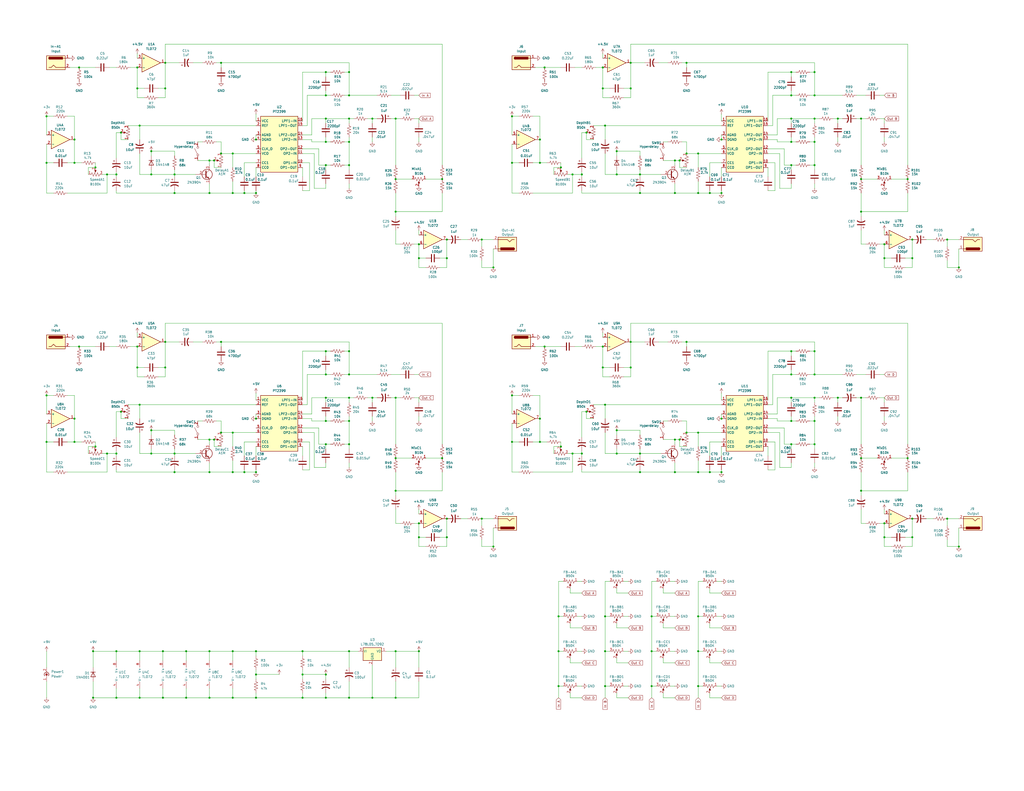
<source format=kicad_sch>
(kicad_sch (version 20231120) (generator "eeschema") (generator_version "8.0")
  (paper "C")
  (junction (at 328.93 200.66))
  (junction (at 82.55 247.65))
  (junction (at 63.5 95.25))
  (junction (at 215.9 381))
  (junction (at 328.93 189.23))
  (junction (at 444.5 191.77))
  (junction (at 344.17 200.66))
  (junction (at 262.89 130.81))
  (junction (at 127 105.41))
  (junction (at 215.9 64.77))
  (junction (at 133.35 257.81))
  (junction (at 82.55 82.55))
  (junction (at 431.8 90.17))
  (junction (at 241.3 250.19))
  (junction (at 90.17 200.66))
  (junction (at 368.3 240.03))
  (junction (at 139.7 381))
  (junction (at 297.18 189.23))
  (junction (at 495.3 250.19))
  (junction (at 66.04 72.39))
  (junction (at 177.8 77.47))
  (junction (at 203.2 217.17))
  (junction (at 177.8 368.3))
  (junction (at 297.18 36.83))
  (junction (at 381 336.55))
  (junction (at 393.7 76.2))
  (junction (at 190.5 52.07))
  (junction (at 444.5 52.07))
  (junction (at 241.3 97.79))
  (junction (at 381 355.6))
  (junction (at 127 381))
  (junction (at 101.6 355.6))
  (junction (at 370.84 87.63))
  (junction (at 374.65 236.22))
  (junction (at 139.7 257.81))
  (junction (at 139.7 368.3))
  (junction (at 203.2 381))
  (junction (at 116.84 87.63))
  (junction (at 381 236.22))
  (junction (at 344.17 186.69))
  (junction (at 190.5 204.47))
  (junction (at 370.84 240.03))
  (junction (at 40.64 88.9))
  (junction (at 393.7 105.41))
  (junction (at 88.9 355.6))
  (junction (at 95.25 247.65))
  (junction (at 349.25 95.25))
  (junction (at 523.24 298.45))
  (junction (at 63.5 355.6))
  (junction (at 497.84 140.97))
  (junction (at 444.5 77.47))
  (junction (at 294.64 88.9))
  (junction (at 95.25 95.25))
  (junction (at 177.8 191.77))
  (junction (at 139.7 105.41))
  (junction (at 444.5 242.57))
  (junction (at 215.9 97.79))
  (junction (at 317.5 247.65))
  (junction (at 139.7 228.6))
  (junction (at 482.6 293.37))
  (junction (at 165.1 355.6))
  (junction (at 114.3 355.6))
  (junction (at 127 236.22))
  (junction (at 82.55 95.25))
  (junction (at 469.9 267.97))
  (junction (at 74.93 189.23))
  (junction (at 76.2 355.6))
  (junction (at 374.65 34.29))
  (junction (at 243.84 130.81))
  (junction (at 190.5 381))
  (junction (at 114.3 105.41))
  (junction (at 368.3 87.63))
  (junction (at 114.3 240.03))
  (junction (at 431.8 64.77))
  (junction (at 82.55 234.95))
  (junction (at 469.9 97.79))
  (junction (at 344.17 34.29))
  (junction (at 43.18 189.23))
  (junction (at 190.5 39.37))
  (junction (at 90.17 186.69))
  (junction (at 190.5 191.77))
  (junction (at 203.2 64.77))
  (junction (at 457.2 217.17))
  (junction (at 190.5 355.6))
  (junction (at 444.5 217.17))
  (junction (at 431.8 52.07))
  (junction (at 25.4 241.3))
  (junction (at 243.84 293.37))
  (junction (at 139.7 76.2))
  (junction (at 76.2 68.58))
  (junction (at 139.7 355.6))
  (junction (at 328.93 36.83))
  (junction (at 431.8 191.77))
  (junction (at 25.4 215.9))
  (junction (at 114.3 87.63))
  (junction (at 228.6 355.6))
  (junction (at 523.24 146.05))
  (junction (at 101.6 381))
  (junction (at 63.5 247.65))
  (junction (at 190.5 90.17))
  (junction (at 330.2 68.58))
  (junction (at 114.3 381))
  (junction (at 228.6 140.97))
  (junction (at 294.64 228.6))
  (junction (at 43.18 36.83))
  (junction (at 330.2 220.98))
  (junction (at 90.17 34.29))
  (junction (at 381 105.41))
  (junction (at 190.5 77.47))
  (junction (at 393.7 257.81))
  (junction (at 330.2 374.65))
  (junction (at 355.6 336.55))
  (junction (at 262.89 283.21))
  (junction (at 165.1 368.3))
  (junction (at 336.55 234.95))
  (junction (at 177.8 381))
  (junction (at 215.9 250.19))
  (junction (at 431.8 77.47))
  (junction (at 25.4 88.9))
  (junction (at 304.8 336.55))
  (junction (at 393.7 228.6))
  (junction (at 127 355.6))
  (junction (at 469.9 64.77))
  (junction (at 120.65 236.22))
  (junction (at 63.5 381))
  (junction (at 88.9 381))
  (junction (at 349.25 247.65))
  (junction (at 58.42 95.25))
  (junction (at 120.65 186.69))
  (junction (at 482.6 133.35))
  (junction (at 120.65 83.82))
  (junction (at 469.9 115.57))
  (junction (at 336.55 247.65))
  (junction (at 25.4 63.5))
  (junction (at 349.25 105.41))
  (junction (at 243.84 140.97))
  (junction (at 177.8 39.37))
  (junction (at 95.25 105.41))
  (junction (at 355.6 355.6))
  (junction (at 90.17 48.26))
  (junction (at 279.4 63.5))
  (junction (at 76.2 220.98))
  (junction (at 66.04 224.79))
  (junction (at 279.4 88.9))
  (junction (at 497.84 283.21))
  (junction (at 312.42 247.65))
  (junction (at 190.5 242.57))
  (junction (at 228.6 285.75))
  (junction (at 50.8 381))
  (junction (at 114.3 257.81))
  (junction (at 431.8 204.47))
  (junction (at 444.5 90.17))
  (junction (at 294.64 241.3))
  (junction (at 444.5 229.87))
  (junction (at 215.9 355.6))
  (junction (at 165.1 381))
  (junction (at 74.93 48.26))
  (junction (at 52.07 243.84))
  (junction (at 374.65 83.82))
  (junction (at 431.8 39.37))
  (junction (at 317.5 95.25))
  (junction (at 469.9 250.19))
  (junction (at 120.65 34.29))
  (junction (at 279.4 241.3))
  (junction (at 215.9 217.17))
  (junction (at 127 83.82))
  (junction (at 457.2 64.77))
  (junction (at 469.9 217.17))
  (junction (at 444.5 204.47))
  (junction (at 269.24 298.45))
  (junction (at 431.8 217.17))
  (junction (at 40.64 228.6))
  (junction (at 190.5 229.87))
  (junction (at 190.5 217.17))
  (junction (at 444.5 64.77))
  (junction (at 95.25 257.81))
  (junction (at 228.6 133.35))
  (junction (at 243.84 283.21))
  (junction (at 482.6 285.75))
  (junction (at 215.9 267.97))
  (junction (at 177.8 90.17))
  (junction (at 215.9 115.57))
  (junction (at 304.8 374.65))
  (junction (at 336.55 95.25))
  (junction (at 368.3 257.81))
  (junction (at 52.07 91.44))
  (junction (at 177.8 242.57))
  (junction (at 74.93 36.83))
  (junction (at 279.4 215.9))
  (junction (at 482.6 140.97))
  (junction (at 495.3 97.79))
  (junction (at 177.8 52.07))
  (junction (at 497.84 293.37))
  (junction (at 133.35 105.41))
  (junction (at 368.3 105.41))
  (junction (at 177.8 204.47))
  (junction (at 269.24 146.05))
  (junction (at 355.6 374.65))
  (junction (at 312.42 95.25))
  (junction (at 344.17 48.26))
  (junction (at 381 83.82))
  (junction (at 374.65 186.69))
  (junction (at 387.35 257.81))
  (junction (at 294.64 76.2))
  (junction (at 177.8 217.17))
  (junction (at 320.04 224.79))
  (junction (at 74.93 200.66))
  (junction (at 306.07 91.44))
  (junction (at 444.5 39.37))
  (junction (at 306.07 243.84))
  (junction (at 387.35 105.41))
  (junction (at 431.8 242.57))
  (junction (at 330.2 355.6))
  (junction (at 116.84 240.03))
  (junction (at 76.2 381))
  (junction (at 431.8 229.87))
  (junction (at 336.55 82.55))
  (junction (at 516.89 130.81))
  (junction (at 228.6 293.37))
  (junction (at 190.5 64.77))
  (junction (at 304.8 355.6))
  (junction (at 40.64 76.2))
  (junction (at 497.84 130.81))
  (junction (at 328.93 48.26))
  (junction (at 127 257.81))
  (junction (at 349.25 257.81))
  (junction (at 177.8 64.77))
  (junction (at 381 257.81))
  (junction (at 320.04 72.39))
  (junction (at 50.8 355.6))
  (junction (at 40.64 241.3))
  (junction (at 516.89 283.21))
  (junction (at 330.2 336.55))
  (junction (at 58.42 247.65))
  (junction (at 177.8 229.87))
  (junction (at 381 374.65))
  (wire (pts (xy 251.46 283.21) (xy 255.27 283.21)))
  (wire (pts (xy 279.4 215.9) (xy 283.21 215.9)))
  (wire (pts (xy 424.18 228.6) (xy 424.18 229.87)))
  (wire (pts (xy 325.12 36.83) (xy 328.93 36.83)))
  (wire (pts (xy 210.82 355.6) (xy 215.9 355.6)))
  (wire (pts (xy 317.5 93.98) (xy 317.5 95.25)))
  (wire (pts (xy 120.65 243.84) (xy 116.84 243.84)))
  (wire (pts (xy 90.17 53.34) (xy 86.36 53.34)))
  (wire (pts (xy 226.06 52.07) (xy 228.6 52.07)))
  (wire (pts (xy 361.95 240.03) (xy 368.3 240.03)))
  (wire (pts (xy 336.55 245.11) (xy 336.55 247.65)))
  (wire (pts (xy 306.07 241.3) (xy 306.07 243.84)))
  (wire (pts (xy 340.36 336.55) (xy 342.9 336.55)))
  (wire (pts (xy 457.2 64.77) (xy 459.74 64.77)))
  (wire (pts (xy 58.42 247.65) (xy 58.42 257.81)))
  (wire (pts (xy 381 355.6) (xy 381 374.65)))
  (wire (pts (xy 133.35 104.14) (xy 133.35 105.41)))
  (wire (pts (xy 457.2 74.93) (xy 457.2 77.47)))
  (wire (pts (xy 424.18 76.2) (xy 424.18 77.47)))
  (wire (pts (xy 120.65 83.82) (xy 127 83.82)))
  (wire (pts (xy 165.1 191.77) (xy 177.8 191.77)))
  (wire (pts (xy 187.96 242.57) (xy 190.5 242.57)))
  (wire (pts (xy 190.5 90.17) (xy 190.5 92.71)))
  (wire (pts (xy 165.1 88.9) (xy 168.91 88.9)))
  (wire (pts (xy 381 105.41) (xy 387.35 105.41)))
  (wire (pts (xy 419.1 66.04) (xy 419.1 39.37)))
  (wire (pts (xy 66.04 228.6) (xy 66.04 224.79)))
  (wire (pts (xy 114.3 240.03) (xy 116.84 240.03)))
  (wire (pts (xy 344.17 205.74) (xy 340.36 205.74)))
  (wire (pts (xy 374.65 34.29) (xy 372.11 34.29)))
  (wire (pts (xy 419.1 228.6) (xy 424.18 228.6)))
  (wire (pts (xy 431.8 242.57) (xy 434.34 242.57)))
  (wire (pts (xy 467.36 64.77) (xy 469.9 64.77)))
  (wire (pts (xy 419.1 236.22) (xy 425.45 236.22)))
  (wire (pts (xy 95.25 234.95) (xy 95.25 237.49)))
  (wire (pts (xy 425.45 83.82) (xy 425.45 102.87)))
  (wire (pts (xy 262.89 298.45) (xy 269.24 298.45)))
  (wire (pts (xy 317.5 224.79) (xy 317.5 238.76)))
  (wire (pts (xy 88.9 355.6) (xy 88.9 360.68)))
  (wire (pts (xy 482.6 293.37) (xy 482.6 285.75)))
  (wire (pts (xy 90.17 34.29) (xy 90.17 48.26)))
  (wire (pts (xy 355.6 317.5) (xy 358.14 317.5)))
  (wire (pts (xy 127 99.06) (xy 127 105.41)))
  (wire (pts (xy 120.65 34.29) (xy 190.5 34.29)))
  (wire (pts (xy 226.06 204.47) (xy 228.6 204.47)))
  (wire (pts (xy 58.42 247.65) (xy 63.5 247.65)))
  (wire (pts (xy 419.1 39.37) (xy 431.8 39.37)))
  (wire (pts (xy 317.5 72.39) (xy 317.5 86.36)))
  (wire (pts (xy 95.25 95.25) (xy 95.25 96.52)))
  (wire (pts (xy 516.89 146.05) (xy 523.24 146.05)))
  (wire (pts (xy 177.8 191.77) (xy 180.34 191.77)))
  (wire (pts (xy 368.3 240.03) (xy 368.3 242.57)))
  (wire (pts (xy 63.5 355.6) (xy 76.2 355.6)))
  (wire (pts (xy 190.5 64.77) (xy 190.5 67.31)))
  (wire (pts (xy 127 251.46) (xy 127 257.81)))
  (wire (pts (xy 444.5 74.93) (xy 444.5 77.47)))
  (wire (pts (xy 40.64 88.9) (xy 36.83 88.9)))
  (wire (pts (xy 43.18 36.83) (xy 52.07 36.83)))
  (wire (pts (xy 306.07 88.9) (xy 306.07 91.44)))
  (wire (pts (xy 63.5 224.79) (xy 63.5 238.76)))
  (wire (pts (xy 36.83 257.81) (xy 58.42 257.81)))
  (wire (pts (xy 165.1 91.44) (xy 165.1 96.52)))
  (wire (pts (xy 139.7 91.44) (xy 139.7 96.52)))
  (wire (pts (xy 269.24 135.89) (xy 269.24 146.05)))
  (wire (pts (xy 71.12 36.83) (xy 74.93 36.83)))
  (wire (pts (xy 312.42 247.65) (xy 317.5 247.65)))
  (wire (pts (xy 165.1 76.2) (xy 170.18 76.2)))
  (wire (pts (xy 516.89 283.21) (xy 523.24 283.21)))
  (wire (pts (xy 374.65 83.82) (xy 374.65 77.47)))
  (wire (pts (xy 262.89 283.21) (xy 262.89 287.02)))
  (wire (pts (xy 328.93 181.61) (xy 328.93 184.15)))
  (wire (pts (xy 425.45 102.87) (xy 431.8 102.87)))
  (wire (pts (xy 63.5 95.25) (xy 63.5 96.52)))
  (wire (pts (xy 177.8 204.47) (xy 177.8 201.93)))
  (wire (pts (xy 86.36 48.26) (xy 90.17 48.26)))
  (wire (pts (xy 241.3 267.97) (xy 241.3 257.81)))
  (wire (pts (xy 516.89 298.45) (xy 523.24 298.45)))
  (wire (pts (xy 424.18 64.77) (xy 431.8 64.77)))
  (wire (pts (xy 332.74 53.34) (xy 328.93 53.34)))
  (wire (pts (xy 330.2 68.58) (xy 330.2 76.2)))
  (wire (pts (xy 323.85 76.2) (xy 320.04 76.2)))
  (wire (pts (xy 240.03 140.97) (xy 243.84 140.97)))
  (wire (pts (xy 177.8 378.46) (xy 177.8 381)))
  (wire (pts (xy 381 105.41) (xy 368.3 105.41)))
  (wire (pts (xy 58.42 95.25) (xy 58.42 105.41)))
  (wire (pts (xy 177.8 229.87) (xy 180.34 229.87)))
  (wire (pts (xy 29.21 105.41) (xy 25.4 105.41)))
  (wire (pts (xy 76.2 247.65) (xy 82.55 247.65)))
  (wire (pts (xy 349.25 95.25) (xy 349.25 96.52)))
  (wire (pts (xy 52.07 241.3) (xy 52.07 243.84)))
  (wire (pts (xy 355.6 355.6) (xy 358.14 355.6)))
  (wire (pts (xy 190.5 77.47) (xy 190.5 90.17)))
  (wire (pts (xy 165.1 66.04) (xy 165.1 39.37)))
  (wire (pts (xy 294.64 228.6) (xy 294.64 241.3)))
  (wire (pts (xy 177.8 242.57) (xy 177.8 245.11)))
  (wire (pts (xy 419.1 68.58) (xy 421.64 68.58)))
  (wire (pts (xy 127 355.6) (xy 127 360.68)))
  (wire (pts (xy 444.5 77.47) (xy 444.5 90.17)))
  (wire (pts (xy 317.5 256.54) (xy 317.5 257.81)))
  (wire (pts (xy 304.8 317.5) (xy 307.34 317.5)))
  (wire (pts (xy 133.35 88.9) (xy 133.35 96.52)))
  (wire (pts (xy 457.2 217.17) (xy 459.74 217.17)))
  (wire (pts (xy 469.9 285.75) (xy 472.44 285.75)))
  (wire (pts (xy 317.5 224.79) (xy 320.04 224.79)))
  (wire (pts (xy 25.4 215.9) (xy 25.4 226.06)))
  (wire (pts (xy 107.95 229.87) (xy 110.49 229.87)))
  (wire (pts (xy 424.18 77.47) (xy 431.8 77.47)))
  (wire (pts (xy 120.65 189.23) (xy 120.65 186.69)))
  (wire (pts (xy 279.4 78.74) (xy 279.4 88.9)))
  (wire (pts (xy 139.7 381) (xy 165.1 381)))
  (wire (pts (xy 171.45 102.87) (xy 177.8 102.87)))
  (wire (pts (xy 374.65 83.82) (xy 381 83.82)))
  (wire (pts (xy 228.6 140.97) (xy 232.41 140.97)))
  (wire (pts (xy 480.06 204.47) (xy 482.6 204.47)))
  (wire (pts (xy 74.93 48.26) (xy 74.93 36.83)))
  (wire (pts (xy 422.91 241.3) (xy 422.91 256.54)))
  (wire (pts (xy 330.2 83.82) (xy 330.2 95.25)))
  (wire (pts (xy 120.65 186.69) (xy 190.5 186.69)))
  (wire (pts (xy 431.8 191.77) (xy 434.34 191.77)))
  (wire (pts (xy 177.8 64.77) (xy 177.8 67.31)))
  (wire (pts (xy 457.2 227.33) (xy 457.2 229.87)))
  (wire (pts (xy 40.64 88.9) (xy 44.45 88.9)))
  (wire (pts (xy 424.18 229.87) (xy 431.8 229.87)))
  (wire (pts (xy 213.36 204.47) (xy 218.44 204.47)))
  (wire (pts (xy 171.45 255.27) (xy 177.8 255.27)))
  (wire (pts (xy 190.5 100.33) (xy 190.5 102.87)))
  (wire (pts (xy 190.5 52.07) (xy 205.74 52.07)))
  (wire (pts (xy 381 374.65) (xy 383.54 374.65)))
  (wire (pts (xy 203.2 381) (xy 215.9 381)))
  (wire (pts (xy 457.2 64.77) (xy 457.2 67.31)))
  (wire (pts (xy 187.96 90.17) (xy 190.5 90.17)))
  (wire (pts (xy 431.8 52.07) (xy 434.34 52.07)))
  (wire (pts (xy 387.35 378.46) (xy 387.35 381)))
  (wire (pts (xy 139.7 104.14) (xy 139.7 105.41)))
  (wire (pts (xy 215.9 267.97) (xy 241.3 267.97)))
  (wire (pts (xy 387.35 241.3) (xy 387.35 248.92)))
  (wire (pts (xy 330.2 317.5) (xy 332.74 317.5)))
  (wire (pts (xy 74.93 200.66) (xy 74.93 189.23)))
  (wire (pts (xy 469.9 115.57) (xy 469.9 118.11)))
  (wire (pts (xy 251.46 130.81) (xy 255.27 130.81)))
  (wire (pts (xy 203.2 64.77) (xy 205.74 64.77)))
  (wire (pts (xy 469.9 105.41) (xy 469.9 115.57)))
  (wire (pts (xy 486.41 97.79) (xy 495.3 97.79)))
  (wire (pts (xy 82.55 92.71) (xy 82.55 95.25)))
  (wire (pts (xy 444.5 52.07) (xy 459.74 52.07)))
  (wire (pts (xy 355.6 374.65) (xy 355.6 381)))
  (wire (pts (xy 516.89 294.64) (xy 516.89 298.45)))
  (wire (pts (xy 177.8 242.57) (xy 180.34 242.57)))
  (wire (pts (xy 95.25 105.41) (xy 114.3 105.41)))
  (wire (pts (xy 444.5 39.37) (xy 444.5 52.07)))
  (wire (pts (xy 127 83.82) (xy 127 91.44)))
  (wire (pts (xy 120.65 236.22) (xy 127 236.22)))
  (wire (pts (xy 101.6 355.6) (xy 101.6 360.68)))
  (wire (pts (xy 177.8 255.27) (xy 177.8 252.73)))
  (wire (pts (xy 228.6 74.93) (xy 228.6 77.47)))
  (wire (pts (xy 441.96 52.07) (xy 444.5 52.07)))
  (wire (pts (xy 311.15 378.46) (xy 311.15 381)))
  (wire (pts (xy 441.96 77.47) (xy 444.5 77.47)))
  (wire (pts (xy 497.84 146.05) (xy 494.03 146.05)))
  (wire (pts (xy 127 375.92) (xy 127 381)))
  (wire (pts (xy 328.93 200.66) (xy 332.74 200.66)))
  (wire (pts (xy 311.15 321.31) (xy 311.15 323.85)))
  (wire (pts (xy 444.5 204.47) (xy 459.74 204.47)))
  (wire (pts (xy 486.41 146.05) (xy 482.6 146.05)))
  (wire (pts (xy 88.9 381) (xy 101.6 381)))
  (wire (pts (xy 228.6 140.97) (xy 228.6 146.05)))
  (wire (pts (xy 52.07 88.9) (xy 52.07 91.44)))
  (wire (pts (xy 59.69 36.83) (xy 63.5 36.83)))
  (wire (pts (xy 314.96 355.6) (xy 317.5 355.6)))
  (wire (pts (xy 76.2 220.98) (xy 76.2 228.6)))
  (wire (pts (xy 441.96 229.87) (xy 444.5 229.87)))
  (wire (pts (xy 283.21 257.81) (xy 279.4 257.81)))
  (wire (pts (xy 419.1 91.44) (xy 419.1 96.52)))
  (wire (pts (xy 139.7 368.3) (xy 139.7 370.84)))
  (wire (pts (xy 425.45 255.27) (xy 431.8 255.27)))
  (wire (pts (xy 311.15 342.9) (xy 317.5 342.9)))
  (wire (pts (xy 431.8 227.33) (xy 431.8 229.87)))
  (wire (pts (xy 243.84 140.97) (xy 243.84 146.05)))
  (wire (pts (xy 441.96 90.17) (xy 444.5 90.17)))
  (wire (pts (xy 215.9 64.77) (xy 218.44 64.77)))
  (wire (pts (xy 165.1 104.14) (xy 168.91 104.14)))
  (wire (pts (xy 381 236.22) (xy 393.7 236.22)))
  (wire (pts (xy 86.36 200.66) (xy 90.17 200.66)))
  (wire (pts (xy 355.6 317.5) (xy 355.6 336.55)))
  (wire (pts (xy 171.45 236.22) (xy 171.45 255.27)))
  (wire (pts (xy 279.4 88.9) (xy 279.4 105.41)))
  (wire (pts (xy 279.4 215.9) (xy 279.4 226.06)))
  (wire (pts (xy 279.4 231.14) (xy 279.4 241.3)))
  (wire (pts (xy 304.8 317.5) (xy 304.8 336.55)))
  (wire (pts (xy 516.89 130.81) (xy 516.89 134.62)))
  (wire (pts (xy 63.5 224.79) (xy 66.04 224.79)))
  (wire (pts (xy 431.8 74.93) (xy 431.8 77.47)))
  (wire (pts (xy 226.06 133.35) (xy 228.6 133.35)))
  (wire (pts (xy 495.3 267.97) (xy 495.3 257.81)))
  (wire (pts (xy 167.64 220.98) (xy 167.64 204.47)))
  (wire (pts (xy 165.1 355.6) (xy 190.5 355.6)))
  (wire (pts (xy 215.9 115.57) (xy 241.3 115.57)))
  (wire (pts (xy 114.3 100.33) (xy 114.3 105.41)))
  (wire (pts (xy 215.9 97.79) (xy 224.79 97.79)))
  (wire (pts (xy 90.17 34.29) (xy 97.79 34.29)))
  (wire (pts (xy 381 257.81) (xy 368.3 257.81)))
  (wire (pts (xy 127 236.22) (xy 127 243.84)))
  (wire (pts (xy 279.4 241.3) (xy 279.4 257.81)))
  (wire (pts (xy 165.1 365.76) (xy 165.1 368.3)))
  (wire (pts (xy 165.1 243.84) (xy 165.1 248.92)))
  (wire (pts (xy 469.9 64.77) (xy 469.9 90.17)))
  (wire (pts (xy 444.5 217.17) (xy 447.04 217.17)))
  (wire (pts (xy 482.6 217.17) (xy 482.6 219.71)))
  (wire (pts (xy 444.5 191.77) (xy 444.5 204.47)))
  (wire (pts (xy 165.1 81.28) (xy 173.99 81.28)))
  (wire (pts (xy 139.7 241.3) (xy 133.35 241.3)))
  (wire (pts (xy 336.55 234.95) (xy 336.55 237.49)))
  (wire (pts (xy 393.7 256.54) (xy 393.7 257.81)))
  (wire (pts (xy 25.4 355.6) (xy 25.4 364.49)))
  (wire (pts (xy 177.8 102.87) (xy 177.8 100.33)))
  (wire (pts (xy 294.64 88.9) (xy 290.83 88.9)))
  (wire (pts (xy 215.9 250.19) (xy 224.79 250.19)))
  (wire (pts (xy 74.93 48.26) (xy 78.74 48.26)))
  (wire (pts (xy 187.96 191.77) (xy 190.5 191.77)))
  (wire (pts (xy 78.74 205.74) (xy 74.93 205.74)))
  (wire (pts (xy 374.65 186.69) (xy 372.11 186.69)))
  (wire (pts (xy 168.91 88.9) (xy 168.91 104.14)))
  (wire (pts (xy 114.3 381) (xy 127 381)))
  (wire (pts (xy 40.64 76.2) (xy 40.64 88.9)))
  (wire (pts (xy 469.9 217.17) (xy 472.44 217.17)))
  (wire (pts (xy 213.36 64.77) (xy 215.9 64.77)))
  (wire (pts (xy 127 105.41) (xy 114.3 105.41)))
  (wire (pts (xy 391.16 355.6) (xy 393.7 355.6)))
  (wire (pts (xy 63.5 355.6) (xy 63.5 360.68)))
  (wire (pts (xy 444.5 64.77) (xy 447.04 64.77)))
  (wire (pts (xy 431.8 255.27) (xy 431.8 252.73)))
  (wire (pts (xy 165.1 233.68) (xy 173.99 233.68)))
  (wire (pts (xy 177.8 39.37) (xy 177.8 41.91)))
  (wire (pts (xy 393.7 214.63) (xy 393.7 218.44)))
  (wire (pts (xy 40.64 241.3) (xy 36.83 241.3)))
  (wire (pts (xy 36.83 63.5) (xy 40.64 63.5)))
  (wire (pts (xy 317.5 247.65) (xy 317.5 248.92)))
  (wire (pts (xy 190.5 204.47) (xy 205.74 204.47)))
  (wire (pts (xy 90.17 200.66) (xy 90.17 205.74)))
  (wire (pts (xy 523.24 135.89) (xy 523.24 146.05)))
  (wire (pts (xy 170.18 64.77) (xy 177.8 64.77)))
  (wire (pts (xy 95.25 247.65) (xy 106.68 247.65)))
  (wire (pts (xy 454.66 64.77) (xy 457.2 64.77)))
  (wire (pts (xy 127 257.81) (xy 114.3 257.81)))
  (wire (pts (xy 190.5 252.73) (xy 190.5 255.27)))
  (wire (pts (xy 133.35 105.41) (xy 139.7 105.41)))
  (wire (pts (xy 306.07 243.84) (xy 302.26 243.84)))
  (wire (pts (xy 427.99 242.57) (xy 431.8 242.57)))
  (wire (pts (xy 370.84 243.84) (xy 370.84 240.03)))
  (wire (pts (xy 63.5 257.81) (xy 95.25 257.81)))
  (wire (pts (xy 344.17 200.66) (xy 344.17 205.74)))
  (wire (pts (xy 226.06 64.77) (xy 228.6 64.77)))
  (wire (pts (xy 330.2 374.65) (xy 330.2 381)))
  (wire (pts (xy 59.69 189.23) (xy 63.5 189.23)))
  (wire (pts (xy 165.1 381) (xy 177.8 381)))
  (wire (pts (xy 424.18 73.66) (xy 424.18 64.77)))
  (wire (pts (xy 215.9 217.17) (xy 215.9 242.57)))
  (wire (pts (xy 387.35 342.9) (xy 393.7 342.9)))
  (wire (pts (xy 393.7 88.9) (xy 387.35 88.9)))
  (wire (pts (xy 48.26 243.84) (xy 48.26 247.65)))
  (wire (pts (xy 25.4 78.74) (xy 25.4 88.9)))
  (wire (pts (xy 365.76 374.65) (xy 368.3 374.65)))
  (wire (pts (xy 361.95 359.41) (xy 361.95 361.95)))
  (wire (pts (xy 387.35 321.31) (xy 387.35 323.85)))
  (wire (pts (xy 387.35 340.36) (xy 387.35 342.9)))
  (wire (pts (xy 349.25 105.41) (xy 368.3 105.41)))
  (wire (pts (xy 317.5 257.81) (xy 349.25 257.81)))
  (wire (pts (xy 88.9 355.6) (xy 101.6 355.6)))
  (wire (pts (xy 90.17 186.69) (xy 90.17 200.66)))
  (wire (pts (xy 90.17 205.74) (xy 86.36 205.74)))
  (wire (pts (xy 279.4 63.5) (xy 279.4 73.66)))
  (wire (pts (xy 71.12 189.23) (xy 74.93 189.23)))
  (wire (pts (xy 139.7 88.9) (xy 133.35 88.9)))
  (wire (pts (xy 523.24 288.29) (xy 523.24 298.45)))
  (wire (pts (xy 381 83.82) (xy 393.7 83.82)))
  (wire (pts (xy 168.91 241.3) (xy 168.91 256.54)))
  (wire (pts (xy 381 317.5) (xy 381 336.55)))
  (wire (pts (xy 419.1 233.68) (xy 427.99 233.68)))
  (wire (pts (xy 361.95 77.47) (xy 364.49 77.47)))
  (wire (pts (xy 497.84 283.21) (xy 497.84 293.37)))
  (wire (pts (xy 262.89 146.05) (xy 269.24 146.05)))
  (wire (pts (xy 190.5 381) (xy 203.2 381)))
  (wire (pts (xy 25.4 215.9) (xy 29.21 215.9)))
  (wire (pts (xy 431.8 242.57) (xy 431.8 245.11)))
  (wire (pts (xy 215.9 217.17) (xy 218.44 217.17)))
  (wire (pts (xy 427.99 233.68) (xy 427.99 242.57)))
  (wire (pts (xy 355.6 374.65) (xy 358.14 374.65)))
  (wire (pts (xy 421.64 52.07) (xy 431.8 52.07)))
  (wire (pts (xy 228.6 217.17) (xy 228.6 219.71)))
  (wire (pts (xy 427.99 81.28) (xy 427.99 90.17)))
  (wire (pts (xy 497.84 293.37) (xy 497.84 298.45)))
  (wire (pts (xy 387.35 104.14) (xy 387.35 105.41)))
  (wire (pts (xy 120.65 83.82) (xy 120.65 77.47)))
  (wire (pts (xy 165.1 218.44) (xy 165.1 191.77)))
  (wire (pts (xy 190.5 39.37) (xy 190.5 52.07)))
  (wire (pts (xy 165.1 228.6) (xy 170.18 228.6)))
  (wire (pts (xy 469.9 250.19) (xy 478.79 250.19)))
  (wire (pts (xy 387.35 256.54) (xy 387.35 257.81)))
  (wire (pts (xy 482.6 140.97) (xy 482.6 146.05)))
  (wire (pts (xy 90.17 48.26) (xy 90.17 53.34)))
  (wire (pts (xy 243.84 298.45) (xy 240.03 298.45)))
  (wire (pts (xy 469.9 64.77) (xy 472.44 64.77)))
  (wire (pts (xy 312.42 247.65) (xy 312.42 257.81)))
  (wire (pts (xy 393.7 226.06) (xy 393.7 228.6)))
  (wire (pts (xy 359.41 186.69) (xy 364.49 186.69)))
  (wire (pts (xy 381 83.82) (xy 381 91.44)))
  (wire (pts (xy 368.3 87.63) (xy 368.3 90.17)))
  (wire (pts (xy 516.89 142.24) (xy 516.89 146.05)))
  (wire (pts (xy 330.2 317.5) (xy 330.2 336.55)))
  (wire (pts (xy 114.3 87.63) (xy 114.3 90.17)))
  (wire (pts (xy 177.8 77.47) (xy 180.34 77.47)))
  (wire (pts (xy 139.7 378.46) (xy 139.7 381)))
  (wire (pts (xy 215.9 133.35) (xy 218.44 133.35)))
  (wire (pts (xy 495.3 24.13) (xy 495.3 90.17)))
  (wire (pts (xy 427.99 90.17) (xy 431.8 90.17)))
  (wire (pts (xy 120.65 36.83) (xy 120.65 34.29)))
  (wire (pts (xy 313.69 189.23) (xy 317.5 189.23)))
  (wire (pts (xy 165.1 39.37) (xy 177.8 39.37)))
  (wire (pts (xy 187.96 39.37) (xy 190.5 39.37)))
  (wire (pts (xy 391.16 317.5) (xy 393.7 317.5)))
  (wire (pts (xy 441.96 204.47) (xy 444.5 204.47)))
  (wire (pts (xy 355.6 355.6) (xy 355.6 374.65)))
  (wire (pts (xy 419.1 88.9) (xy 422.91 88.9)))
  (wire (pts (xy 52.07 91.44) (xy 48.26 91.44)))
  (wire (pts (xy 215.9 125.73) (xy 215.9 133.35)))
  (wire (pts (xy 114.3 240.03) (xy 114.3 242.57)))
  (wire (pts (xy 330.2 220.98) (xy 393.7 220.98)))
  (wire (pts (xy 328.93 29.21) (xy 328.93 31.75)))
  (wire (pts (xy 444.5 242.57) (xy 444.5 245.11)))
  (wire (pts (xy 431.8 90.17) (xy 434.34 90.17)))
  (wire (pts (xy 190.5 217.17) (xy 193.04 217.17)))
  (wire (pts (xy 63.5 247.65) (xy 63.5 248.92)))
  (wire (pts (xy 69.85 228.6) (xy 66.04 228.6)))
  (wire (pts (xy 215.9 278.13) (xy 215.9 285.75)))
  (wire (pts (xy 203.2 227.33) (xy 203.2 229.87)))
  (wire (pts (xy 497.84 298.45) (xy 494.03 298.45)))
  (wire (pts (xy 90.17 24.13) (xy 241.3 24.13)))
  (wire (pts (xy 215.9 105.41) (xy 215.9 115.57)))
  (wire (pts (xy 444.5 90.17) (xy 444.5 92.71)))
  (wire (pts (xy 82.55 247.65) (xy 95.25 247.65)))
  (wire (pts (xy 232.41 298.45) (xy 228.6 298.45)))
  (wire (pts (xy 190.5 191.77) (xy 190.5 204.47)))
  (wire (pts (xy 105.41 34.29) (xy 110.49 34.29)))
  (wire (pts (xy 232.41 97.79) (xy 241.3 97.79)))
  (wire (pts (xy 139.7 73.66) (xy 139.7 76.2)))
  (wire (pts (xy 419.1 220.98) (xy 421.64 220.98)))
  (wire (pts (xy 48.26 91.44) (xy 48.26 95.25)))
  (wire (pts (xy 317.5 95.25) (xy 317.5 96.52)))
  (wire (pts (xy 330.2 374.65) (xy 332.74 374.65)))
  (wire (pts (xy 381 251.46) (xy 381 257.81)))
  (wire (pts (xy 165.1 256.54) (xy 168.91 256.54)))
  (wire (pts (xy 313.69 36.83) (xy 317.5 36.83)))
  (wire (pts (xy 114.3 355.6) (xy 127 355.6)))
  (wire (pts (xy 374.65 189.23) (xy 374.65 186.69)))
  (wire (pts (xy 454.66 217.17) (xy 457.2 217.17)))
  (wire (pts (xy 457.2 217.17) (xy 457.2 219.71)))
  (wire (pts (xy 486.41 250.19) (xy 495.3 250.19)))
  (wire (pts (xy 421.64 220.98) (xy 421.64 204.47)))
  (wire (pts (xy 320.04 76.2) (xy 320.04 72.39)))
  (wire (pts (xy 323.85 220.98) (xy 330.2 220.98)))
  (wire (pts (xy 269.24 288.29) (xy 269.24 298.45)))
  (wire (pts (xy 381 236.22) (xy 381 243.84)))
  (wire (pts (xy 497.84 130.81) (xy 497.84 140.97)))
  (wire (pts (xy 38.1 36.83) (xy 43.18 36.83)))
  (wire (pts (xy 419.1 81.28) (xy 427.99 81.28)))
  (wire (pts (xy 505.46 283.21) (xy 509.27 283.21)))
  (wire (pts (xy 314.96 317.5) (xy 317.5 317.5)))
  (wire (pts (xy 469.9 267.97) (xy 495.3 267.97)))
  (wire (pts (xy 190.5 74.93) (xy 190.5 77.47)))
  (wire (pts (xy 292.1 36.83) (xy 297.18 36.83)))
  (wire (pts (xy 177.8 217.17) (xy 190.5 217.17)))
  (wire (pts (xy 215.9 64.77) (xy 215.9 90.17)))
  (wire (pts (xy 393.7 62.23) (xy 393.7 66.04)))
  (wire (pts (xy 330.2 355.6) (xy 330.2 374.65)))
  (wire (pts (xy 467.36 217.17) (xy 469.9 217.17)))
  (wire (pts (xy 336.55 378.46) (xy 336.55 381)))
  (wire (pts (xy 283.21 241.3) (xy 279.4 241.3)))
  (wire (pts (xy 309.88 247.65) (xy 312.42 247.65)))
  (wire (pts (xy 336.55 361.95) (xy 342.9 361.95)))
  (wire (pts (xy 486.41 298.45) (xy 482.6 298.45)))
  (wire (pts (xy 349.25 92.71) (xy 349.25 95.25)))
  (wire (pts (xy 58.42 95.25) (xy 63.5 95.25)))
  (wire (pts (xy 95.25 92.71) (xy 95.25 95.25)))
  (wire (pts (xy 344.17 176.53) (xy 344.17 186.69)))
  (wire (pts (xy 361.95 361.95) (xy 368.3 361.95)))
  (wire (pts (xy 361.95 378.46) (xy 361.95 381)))
  (wire (pts (xy 441.96 191.77) (xy 444.5 191.77)))
  (wire (pts (xy 177.8 204.47) (xy 180.34 204.47)))
  (wire (pts (xy 177.8 227.33) (xy 177.8 229.87)))
  (wire (pts (xy 76.2 381) (xy 88.9 381)))
  (wire (pts (xy 387.35 323.85) (xy 393.7 323.85)))
  (wire (pts (xy 344.17 34.29) (xy 351.79 34.29)))
  (wire (pts (xy 203.2 363.22) (xy 203.2 381)))
  (wire (pts (xy 55.88 95.25) (xy 58.42 95.25)))
  (wire (pts (xy 228.6 64.77) (xy 228.6 67.31)))
  (wire (pts (xy 323.85 68.58) (xy 330.2 68.58)))
  (wire (pts (xy 304.8 355.6) (xy 307.34 355.6)))
  (wire (pts (xy 290.83 215.9) (xy 294.64 215.9)))
  (wire (pts (xy 368.3 252.73) (xy 368.3 257.81)))
  (wire (pts (xy 127 355.6) (xy 139.7 355.6)))
  (wire (pts (xy 203.2 74.93) (xy 203.2 77.47)))
  (wire (pts (xy 95.25 245.11) (xy 95.25 247.65)))
  (wire (pts (xy 120.65 77.47) (xy 118.11 77.47)))
  (wire (pts (xy 302.26 91.44) (xy 302.26 95.25)))
  (wire (pts (xy 469.9 267.97) (xy 469.9 270.51)))
  (wire (pts (xy 311.15 323.85) (xy 317.5 323.85)))
  (wire (pts (xy 173.99 233.68) (xy 173.99 242.57)))
  (wire (pts (xy 177.8 39.37) (xy 180.34 39.37)))
  (wire (pts (xy 469.9 97.79) (xy 478.79 97.79)))
  (wire (pts (xy 361.95 342.9) (xy 368.3 342.9)))
  (wire (pts (xy 173.99 81.28) (xy 173.99 90.17)))
  (wire (pts (xy 393.7 91.44) (xy 393.7 96.52)))
  (wire (pts (xy 290.83 63.5) (xy 294.64 63.5)))
  (wire (pts (xy 387.35 359.41) (xy 387.35 361.95)))
  (wire (pts (xy 336.55 92.71) (xy 336.55 95.25)))
  (wire (pts (xy 441.96 39.37) (xy 444.5 39.37)))
  (wire (pts (xy 187.96 229.87) (xy 190.5 229.87)))
  (wire (pts (xy 114.3 252.73) (xy 114.3 257.81)))
  (wire (pts (xy 107.95 240.03) (xy 114.3 240.03)))
  (wire (pts (xy 419.1 226.06) (xy 424.18 226.06)))
  (wire (pts (xy 139.7 243.84) (xy 139.7 248.92)))
  (wire (pts (xy 95.25 95.25) (xy 106.68 95.25)))
  (wire (pts (xy 469.9 115.57) (xy 495.3 115.57)))
  (wire (pts (xy 228.6 278.13) (xy 228.6 280.67)))
  (wire (pts (xy 494.03 293.37) (xy 497.84 293.37)))
  (wire (pts (xy 50.8 355.6) (xy 63.5 355.6)))
  (wire (pts (xy 292.1 189.23) (xy 297.18 189.23)))
  (wire (pts (xy 344.17 24.13) (xy 344.17 34.29)))
  (wire (pts (xy 120.65 186.69) (xy 118.11 186.69)))
  (wire (pts (xy 170.18 217.17) (xy 177.8 217.17)))
  (wire (pts (xy 63.5 381) (xy 76.2 381)))
  (wire (pts (xy 25.4 231.14) (xy 25.4 241.3)))
  (wire (pts (xy 29.21 241.3) (xy 25.4 241.3)))
  (wire (pts (xy 419.1 104.14) (xy 422.91 104.14)))
  (wire (pts (xy 29.21 88.9) (xy 25.4 88.9)))
  (wire (pts (xy 101.6 355.6) (xy 114.3 355.6)))
  (wire (pts (xy 40.64 241.3) (xy 44.45 241.3)))
  (wire (pts (xy 431.8 191.77) (xy 431.8 194.31)))
  (wire (pts (xy 40.64 63.5) (xy 40.64 76.2)))
  (wire (pts (xy 419.1 218.44) (xy 419.1 191.77)))
  (wire (pts (xy 320.04 228.6) (xy 320.04 224.79)))
  (wire (pts (xy 43.18 189.23) (xy 52.07 189.23)))
  (wire (pts (xy 469.9 133.35) (xy 472.44 133.35)))
  (wire (pts (xy 344.17 34.29) (xy 344.17 48.26)))
  (wire (pts (xy 262.89 130.81) (xy 269.24 130.81)))
  (wire (pts (xy 133.35 241.3) (xy 133.35 248.92)))
  (wire (pts (xy 228.6 355.6) (xy 228.6 364.49)))
  (wire (pts (xy 262.89 283.21) (xy 269.24 283.21)))
  (wire (pts (xy 69.85 220.98) (xy 76.2 220.98)))
  (wire (pts (xy 165.1 236.22) (xy 171.45 236.22)))
  (wire (pts (xy 82.55 245.11) (xy 82.55 247.65)))
  (wire (pts (xy 165.1 368.3) (xy 165.1 370.84)))
  (wire (pts (xy 107.95 87.63) (xy 114.3 87.63)))
  (wire (pts (xy 215.9 257.81) (xy 215.9 267.97)))
  (wire (pts (xy 419.1 73.66) (xy 424.18 73.66)))
  (wire (pts (xy 361.95 321.31) (xy 361.95 323.85)))
  (wire (pts (xy 241.3 24.13) (xy 241.3 90.17)))
  (wire (pts (xy 419.1 191.77) (xy 431.8 191.77)))
  (wire (pts (xy 243.84 293.37) (xy 243.84 298.45)))
  (wire (pts (xy 317.5 72.39) (xy 320.04 72.39)))
  (wire (pts (xy 133.35 256.54) (xy 133.35 257.81)))
  (wire (pts (xy 74.93 205.74) (xy 74.93 200.66)))
  (wire (pts (xy 349.25 257.81) (xy 368.3 257.81)))
  (wire (pts (xy 116.84 91.44) (xy 116.84 87.63)))
  (wire (pts (xy 482.6 278.13) (xy 482.6 280.67)))
  (wire (pts (xy 431.8 102.87) (xy 431.8 100.33)))
  (wire (pts (xy 482.6 74.93) (xy 482.6 77.47)))
  (wire (pts (xy 349.25 256.54) (xy 349.25 257.81)))
  (wire (pts (xy 444.5 34.29) (xy 444.5 39.37)))
  (wire (pts (xy 480.06 285.75) (xy 482.6 285.75)))
  (wire (pts (xy 469.9 257.81) (xy 469.9 267.97)))
  (wire (pts (xy 497.84 140.97) (xy 497.84 146.05)))
  (wire (pts (xy 76.2 68.58) (xy 76.2 76.2)))
  (wire (pts (xy 340.36 355.6) (xy 342.9 355.6)))
  (wire (pts (xy 431.8 64.77) (xy 444.5 64.77)))
  (wire (pts (xy 107.95 77.47) (xy 110.49 77.47)))
  (wire (pts (xy 387.35 257.81) (xy 393.7 257.81)))
  (wire (pts (xy 228.6 140.97) (xy 228.6 133.35)))
  (wire (pts (xy 340.36 200.66) (xy 344.17 200.66)))
  (wire (pts (xy 431.8 77.47) (xy 434.34 77.47)))
  (wire (pts (xy 228.6 372.11) (xy 228.6 381)))
  (wire (pts (xy 177.8 64.77) (xy 190.5 64.77)))
  (wire (pts (xy 374.65 186.69) (xy 444.5 186.69)))
  (wire (pts (xy 381 257.81) (xy 387.35 257.81)))
  (wire (pts (xy 25.4 88.9) (xy 25.4 105.41)))
  (wire (pts (xy 431.8 229.87) (xy 434.34 229.87)))
  (wire (pts (xy 381 99.06) (xy 381 105.41)))
  (wire (pts (xy 139.7 365.76) (xy 139.7 368.3)))
  (wire (pts (xy 374.65 34.29) (xy 444.5 34.29)))
  (wire (pts (xy 330.2 68.58) (xy 393.7 68.58)))
  (wire (pts (xy 444.5 64.77) (xy 444.5 67.31)))
  (wire (pts (xy 50.8 381) (xy 63.5 381)))
  (wire (pts (xy 387.35 105.41) (xy 393.7 105.41)))
  (wire (pts (xy 328.93 48.26) (xy 328.93 36.83)))
  (wire (pts (xy 187.96 52.07) (xy 190.5 52.07)))
  (wire (pts (xy 374.65 36.83) (xy 374.65 34.29)))
  (wire (pts (xy 165.1 226.06) (xy 170.18 226.06)))
  (wire (pts (xy 190.5 217.17) (xy 190.5 219.71)))
  (wire (pts (xy 165.1 355.6) (xy 165.1 358.14)))
  (wire (pts (xy 190.5 355.6) (xy 195.58 355.6)))
  (wire (pts (xy 190.5 229.87) (xy 190.5 242.57)))
  (wire (pts (xy 228.6 125.73) (xy 228.6 128.27)))
  (wire (pts (xy 52.07 243.84) (xy 48.26 243.84)))
  (wire (pts (xy 393.7 241.3) (xy 387.35 241.3)))
  (wire (pts (xy 165.1 73.66) (xy 170.18 73.66)))
  (wire (pts (xy 294.64 76.2) (xy 294.64 88.9)))
  (wire (pts (xy 213.36 52.07) (xy 218.44 52.07)))
  (wire (pts (xy 421.64 68.58) (xy 421.64 52.07)))
  (wire (pts (xy 25.4 63.5) (xy 29.21 63.5)))
  (wire (pts (xy 171.45 83.82) (xy 171.45 102.87)))
  (wire (pts (xy 120.65 229.87) (xy 118.11 229.87)))
  (wire (pts (xy 177.8 90.17) (xy 180.34 90.17)))
  (wire (pts (xy 344.17 186.69) (xy 344.17 200.66)))
  (wire (pts (xy 95.25 247.65) (xy 95.25 248.92)))
  (wire (pts (xy 120.65 236.22) (xy 120.65 229.87)))
  (wire (pts (xy 482.6 140.97) (xy 486.41 140.97)))
  (wire (pts (xy 365.76 355.6) (xy 368.3 355.6)))
  (wire (pts (xy 228.6 293.37) (xy 228.6 285.75)))
  (wire (pts (xy 419.1 76.2) (xy 424.18 76.2)))
  (wire (pts (xy 340.36 374.65) (xy 342.9 374.65)))
  (wire (pts (xy 190.5 186.69) (xy 190.5 191.77)))
  (wire (pts (xy 444.5 227.33) (xy 444.5 229.87)))
  (wire (pts (xy 336.55 247.65) (xy 349.25 247.65)))
  (wire (pts (xy 332.74 205.74) (xy 328.93 205.74)))
  (wire (pts (xy 95.25 82.55) (xy 95.25 85.09)))
  (wire (pts (xy 36.83 105.41) (xy 58.42 105.41)))
  (wire (pts (xy 203.2 64.77) (xy 203.2 67.31)))
  (wire (pts (xy 200.66 217.17) (xy 203.2 217.17)))
  (wire (pts (xy 336.55 82.55) (xy 336.55 85.09)))
  (wire (pts (xy 336.55 381) (xy 342.9 381)))
  (wire (pts (xy 330.2 247.65) (xy 336.55 247.65)))
  (wire (pts (xy 336.55 323.85) (xy 342.9 323.85)))
  (wire (pts (xy 190.5 34.29) (xy 190.5 39.37)))
  (wire (pts (xy 374.65 236.22) (xy 374.65 229.87)))
  (wire (pts (xy 336.55 82.55) (xy 349.25 82.55)))
  (wire (pts (xy 114.3 355.6) (xy 114.3 360.68)))
  (wire (pts (xy 262.89 142.24) (xy 262.89 146.05)))
  (wire (pts (xy 304.8 336.55) (xy 307.34 336.55)))
  (wire (pts (xy 215.9 267.97) (xy 215.9 270.51)))
  (wire (pts (xy 387.35 361.95) (xy 393.7 361.95)))
  (wire (pts (xy 387.35 88.9) (xy 387.35 96.52)))
  (wire (pts (xy 127 381) (xy 139.7 381)))
  (wire (pts (xy 294.64 63.5) (xy 294.64 76.2)))
  (wire (pts (xy 361.95 229.87) (xy 364.49 229.87)))
  (wire (pts (xy 82.55 82.55) (xy 82.55 85.09)))
  (wire (pts (xy 76.2 236.22) (xy 76.2 247.65)))
  (wire (pts (xy 187.96 77.47) (xy 190.5 77.47)))
  (wire (pts (xy 349.25 247.65) (xy 349.25 248.92)))
  (wire (pts (xy 139.7 355.6) (xy 139.7 358.14)))
  (wire (pts (xy 167.64 204.47) (xy 177.8 204.47)))
  (wire (pts (xy 76.2 375.92) (xy 76.2 381)))
  (wire (pts (xy 361.95 340.36) (xy 361.95 342.9)))
  (wire (pts (xy 431.8 217.17) (xy 431.8 219.71)))
  (wire (pts (xy 304.8 336.55) (xy 304.8 355.6)))
  (wire (pts (xy 294.64 215.9) (xy 294.64 228.6)))
  (wire (pts (xy 302.26 243.84) (xy 302.26 247.65)))
  (wire (pts (xy 170.18 229.87) (xy 177.8 229.87)))
  (wire (pts (xy 116.84 243.84) (xy 116.84 240.03)))
  (wire (pts (xy 469.9 278.13) (xy 469.9 285.75)))
  (wire (pts (xy 170.18 77.47) (xy 177.8 77.47)))
  (wire (pts (xy 419.1 83.82) (xy 425.45 83.82)))
  (wire (pts (xy 243.84 130.81) (xy 243.84 140.97)))
  (wire (pts (xy 226.06 285.75) (xy 228.6 285.75)))
  (wire (pts (xy 441.96 242.57) (xy 444.5 242.57)))
  (wire (pts (xy 374.65 236.22) (xy 381 236.22)))
  (wire (pts (xy 480.06 52.07) (xy 482.6 52.07)))
  (wire (pts (xy 421.64 204.47) (xy 431.8 204.47)))
  (wire (pts (xy 330.2 336.55) (xy 330.2 355.6)))
  (wire (pts (xy 165.1 241.3) (xy 168.91 241.3)))
  (wire (pts (xy 63.5 256.54) (xy 63.5 257.81)))
  (wire (pts (xy 370.84 91.44) (xy 370.84 87.63)))
  (wire (pts (xy 361.95 87.63) (xy 368.3 87.63)))
  (wire (pts (xy 133.35 257.81) (xy 139.7 257.81)))
  (wire (pts (xy 312.42 95.25) (xy 317.5 95.25)))
  (wire (pts (xy 393.7 243.84) (xy 393.7 248.92)))
  (wire (pts (xy 243.84 146.05) (xy 240.03 146.05)))
  (wire (pts (xy 349.25 247.65) (xy 360.68 247.65)))
  (wire (pts (xy 241.3 115.57) (xy 241.3 105.41)))
  (wire (pts (xy 203.2 217.17) (xy 203.2 219.71)))
  (wire (pts (xy 419.1 256.54) (xy 422.91 256.54)))
  (wire (pts (xy 297.18 189.23) (xy 306.07 189.23)))
  (wire (pts (xy 76.2 83.82) (xy 76.2 95.25)))
  (wire (pts (xy 309.88 95.25) (xy 312.42 95.25)))
  (wire (pts (xy 381 336.55) (xy 383.54 336.55)))
  (wire (pts (xy 336.55 321.31) (xy 336.55 323.85)))
  (wire (pts (xy 317.5 246.38) (xy 317.5 247.65)))
  (wire (pts (xy 95.25 256.54) (xy 95.25 257.81)))
  (wire (pts (xy 425.45 236.22) (xy 425.45 255.27)))
  (wire (pts (xy 325.12 189.23) (xy 328.93 189.23)))
  (wire (pts (xy 101.6 375.92) (xy 101.6 381)))
  (wire (pts (xy 359.41 34.29) (xy 364.49 34.29)))
  (wire (pts (xy 139.7 368.3) (xy 152.4 368.3)))
  (wire (pts (xy 431.8 217.17) (xy 444.5 217.17)))
  (wire (pts (xy 495.3 176.53) (xy 495.3 242.57)))
  (wire (pts (xy 505.46 130.81) (xy 509.27 130.81)))
  (wire (pts (xy 304.8 374.65) (xy 307.34 374.65)))
  (wire (pts (xy 114.3 87.63) (xy 116.84 87.63)))
  (wire (pts (xy 76.2 220.98) (xy 139.7 220.98)))
  (wire (pts (xy 469.9 125.73) (xy 469.9 133.35)))
  (wire (pts (xy 76.2 95.25) (xy 82.55 95.25)))
  (wire (pts (xy 228.6 293.37) (xy 228.6 298.45)))
  (wire (pts (xy 90.17 24.13) (xy 90.17 34.29)))
  (wire (pts (xy 262.89 294.64) (xy 262.89 298.45)))
  (wire (pts (xy 431.8 90.17) (xy 431.8 92.71)))
  (wire (pts (xy 127 236.22) (xy 139.7 236.22)))
  (wire (pts (xy 167.64 52.07) (xy 177.8 52.07)))
  (wire (pts (xy 340.36 48.26) (xy 344.17 48.26)))
  (wire (pts (xy 25.4 63.5) (xy 25.4 73.66)))
  (wire (pts (xy 424.18 217.17) (xy 431.8 217.17)))
  (wire (pts (xy 365.76 336.55) (xy 368.3 336.55)))
  (wire (pts (xy 90.17 176.53) (xy 241.3 176.53)))
  (wire (pts (xy 279.4 63.5) (xy 283.21 63.5)))
  (wire (pts (xy 431.8 39.37) (xy 434.34 39.37)))
  (wire (pts (xy 95.25 257.81) (xy 114.3 257.81)))
  (wire (pts (xy 63.5 104.14) (xy 63.5 105.41)))
  (wire (pts (xy 344.17 186.69) (xy 351.79 186.69)))
  (wire (pts (xy 190.5 372.11) (xy 190.5 381)))
  (wire (pts (xy 311.15 361.95) (xy 317.5 361.95)))
  (wire (pts (xy 66.04 76.2) (xy 66.04 72.39)))
  (wire (pts (xy 190.5 227.33) (xy 190.5 229.87)))
  (wire (pts (xy 314.96 336.55) (xy 317.5 336.55)))
  (wire (pts (xy 391.16 374.65) (xy 393.7 374.65)))
  (wire (pts (xy 482.6 293.37) (xy 482.6 298.45)))
  (wire (pts (xy 170.18 73.66) (xy 170.18 64.77)))
  (wire (pts (xy 139.7 226.06) (xy 139.7 228.6)))
  (wire (pts (xy 368.3 87.63) (xy 370.84 87.63)))
  (wire (pts (xy 241.3 176.53) (xy 241.3 242.57)))
  (wire (pts (xy 290.83 257.81) (xy 312.42 257.81)))
  (wire (pts (xy 482.6 64.77) (xy 482.6 67.31)))
  (wire (pts (xy 374.65 243.84) (xy 370.84 243.84)))
  (wire (pts (xy 312.42 95.25) (xy 312.42 105.41)))
  (wire (pts (xy 139.7 214.63) (xy 139.7 218.44)))
  (wire (pts (xy 63.5 246.38) (xy 63.5 247.65)))
  (wire (pts (xy 328.93 200.66) (xy 328.93 189.23)))
  (wire (pts (xy 469.9 217.17) (xy 469.9 242.57)))
  (wire (pts (xy 355.6 336.55) (xy 355.6 355.6)))
  (wire (pts (xy 368.3 240.03) (xy 370.84 240.03)))
  (wire (pts (xy 82.55 95.25) (xy 95.25 95.25)))
  (wire (pts (xy 349.25 95.25) (xy 360.68 95.25)))
  (wire (pts (xy 431.8 204.47) (xy 434.34 204.47)))
  (wire (pts (xy 101.6 381) (xy 114.3 381)))
  (wire (pts (xy 29.21 257.81) (xy 25.4 257.81)))
  (wire (pts (xy 55.88 247.65) (xy 58.42 247.65)))
  (wire (pts (xy 431.8 39.37) (xy 431.8 41.91)))
  (wire (pts (xy 170.18 228.6) (xy 170.18 229.87)))
  (wire (pts (xy 344.17 24.13) (xy 495.3 24.13)))
  (wire (pts (xy 495.3 115.57) (xy 495.3 105.41)))
  (wire (pts (xy 74.93 181.61) (xy 74.93 184.15)))
  (wire (pts (xy 139.7 256.54) (xy 139.7 257.81)))
  (wire (pts (xy 330.2 355.6) (xy 332.74 355.6)))
  (wire (pts (xy 330.2 95.25) (xy 336.55 95.25)))
  (wire (pts (xy 228.6 293.37) (xy 232.41 293.37)))
  (wire (pts (xy 304.8 355.6) (xy 304.8 374.65)))
  (wire (pts (xy 336.55 359.41) (xy 336.55 361.95)))
  (wire (pts (xy 374.65 91.44) (xy 370.84 91.44)))
  (wire (pts (xy 444.5 217.17) (xy 444.5 219.71)))
  (wire (pts (xy 444.5 186.69) (xy 444.5 191.77)))
  (wire (pts (xy 283.21 105.41) (xy 279.4 105.41)))
  (wire (pts (xy 38.1 189.23) (xy 43.18 189.23)))
  (wire (pts (xy 482.6 293.37) (xy 486.41 293.37)))
  (wire (pts (xy 215.9 355.6) (xy 215.9 364.49)))
  (wire (pts (xy 74.93 200.66) (xy 78.74 200.66)))
  (wire (pts (xy 336.55 234.95) (xy 349.25 234.95)))
  (wire (pts (xy 95.25 104.14) (xy 95.25 105.41)))
  (wire (pts (xy 190.5 64.77) (xy 193.04 64.77)))
  (wire (pts (xy 311.15 359.41) (xy 311.15 361.95)))
  (wire (pts (xy 330.2 236.22) (xy 330.2 247.65)))
  (wire (pts (xy 391.16 336.55) (xy 393.7 336.55)))
  (wire (pts (xy 344.17 176.53) (xy 495.3 176.53)))
  (wire (pts (xy 200.66 64.77) (xy 203.2 64.77)))
  (wire (pts (xy 328.93 48.26) (xy 332.74 48.26)))
  (wire (pts (xy 63.5 93.98) (xy 63.5 95.25)))
  (wire (pts (xy 344.17 53.34) (xy 340.36 53.34)))
  (wire (pts (xy 82.55 234.95) (xy 82.55 237.49)))
  (wire (pts (xy 120.65 91.44) (xy 116.84 91.44)))
  (wire (pts (xy 361.95 381) (xy 368.3 381)))
  (wire (pts (xy 215.9 372.11) (xy 215.9 381)))
  (wire (pts (xy 317.5 104.14) (xy 317.5 105.41)))
  (wire (pts (xy 120.65 34.29) (xy 118.11 34.29)))
  (wire (pts (xy 170.18 76.2) (xy 170.18 77.47)))
  (wire (pts (xy 90.17 176.53) (xy 90.17 186.69)))
  (wire (pts (xy 63.5 375.92) (xy 63.5 381)))
  (wire (pts (xy 431.8 204.47) (xy 431.8 201.93)))
  (wire (pts (xy 516.89 283.21) (xy 516.89 287.02)))
  (wire (pts (xy 344.17 48.26) (xy 344.17 53.34)))
  (wire (pts (xy 63.5 72.39) (xy 63.5 86.36)))
  (wire (pts (xy 127 105.41) (xy 133.35 105.41)))
  (wire (pts (xy 355.6 336.55) (xy 358.14 336.55)))
  (wire (pts (xy 63.5 105.41) (xy 95.25 105.41)))
  (wire (pts (xy 78.74 53.34) (xy 74.93 53.34)))
  (wire (pts (xy 424.18 226.06) (xy 424.18 217.17)))
  (wire (pts (xy 165.1 68.58) (xy 167.64 68.58)))
  (wire (pts (xy 482.6 227.33) (xy 482.6 229.87)))
  (wire (pts (xy 328.93 205.74) (xy 328.93 200.66)))
  (wire (pts (xy 482.6 125.73) (xy 482.6 128.27)))
  (wire (pts (xy 494.03 140.97) (xy 497.84 140.97)))
  (wire (pts (xy 419.1 241.3) (xy 422.91 241.3)))
  (wire (pts (xy 177.8 217.17) (xy 177.8 219.71)))
  (wire (pts (xy 177.8 381) (xy 190.5 381)))
  (wire (pts (xy 167.64 68.58) (xy 167.64 52.07)))
  (wire (pts (xy 40.64 215.9) (xy 40.64 228.6)))
  (wire (pts (xy 173.99 90.17) (xy 177.8 90.17)))
  (wire (pts (xy 177.8 191.77) (xy 177.8 194.31)))
  (wire (pts (xy 82.55 82.55) (xy 95.25 82.55)))
  (wire (pts (xy 76.2 355.6) (xy 88.9 355.6)))
  (wire (pts (xy 76.2 68.58) (xy 139.7 68.58)))
  (wire (pts (xy 323.85 228.6) (xy 320.04 228.6)))
  (wire (pts (xy 82.55 234.95) (xy 95.25 234.95)))
  (wire (pts (xy 165.1 220.98) (xy 167.64 220.98)))
  (wire (pts (xy 76.2 360.68) (xy 76.2 355.6)))
  (wire (pts (xy 311.15 340.36) (xy 311.15 342.9)))
  (wire (pts (xy 516.89 130.81) (xy 523.24 130.81)))
  (wire (pts (xy 203.2 217.17) (xy 205.74 217.17)))
  (wire (pts (xy 374.65 229.87) (xy 372.11 229.87)))
  (wire (pts (xy 74.93 53.34) (xy 74.93 48.26)))
  (wire (pts (xy 297.18 36.83) (xy 306.07 36.83)))
  (wire (pts (xy 336.55 340.36) (xy 336.55 342.9)))
  (wire (pts (xy 381 374.65) (xy 381 381)))
  (wire (pts (xy 467.36 204.47) (xy 472.44 204.47)))
  (wire (pts (xy 294.64 241.3) (xy 290.83 241.3)))
  (wire (pts (xy 444.5 100.33) (xy 444.5 102.87)))
  (wire (pts (xy 336.55 95.25) (xy 349.25 95.25)))
  (wire (pts (xy 330.2 336.55) (xy 332.74 336.55)))
  (wire (pts (xy 482.6 140.97) (xy 482.6 133.35)))
  (wire (pts (xy 177.8 74.93) (xy 177.8 77.47)))
  (wire (pts (xy 336.55 342.9) (xy 342.9 342.9)))
  (wire (pts (xy 187.96 204.47) (xy 190.5 204.47)))
  (wire (pts (xy 393.7 73.66) (xy 393.7 76.2)))
  (wire (pts (xy 431.8 52.07) (xy 431.8 49.53)))
  (wire (pts (xy 349.25 234.95) (xy 349.25 237.49)))
  (wire (pts (xy 228.6 227.33) (xy 228.6 229.87)))
  (wire (pts (xy 304.8 374.65) (xy 304.8 381)))
  (wire (pts (xy 90.17 186.69) (xy 97.79 186.69)))
  (wire (pts (xy 170.18 226.06) (xy 170.18 217.17)))
  (wire (pts (xy 290.83 105.41) (xy 312.42 105.41)))
  (wire (pts (xy 349.25 82.55) (xy 349.25 85.09)))
  (wire (pts (xy 232.41 146.05) (xy 228.6 146.05)))
  (wire (pts (xy 311.15 381) (xy 317.5 381)))
  (wire (pts (xy 127 83.82) (xy 139.7 83.82)))
  (wire (pts (xy 139.7 355.6) (xy 165.1 355.6)))
  (wire (pts (xy 215.9 355.6) (xy 228.6 355.6)))
  (wire (pts (xy 294.64 88.9) (xy 298.45 88.9)))
  (wire (pts (xy 63.5 72.39) (xy 66.04 72.39)))
  (wire (pts (xy 381 336.55) (xy 381 355.6)))
  (wire (pts (xy 190.5 355.6) (xy 190.5 364.49)))
  (wire (pts (xy 226.06 217.17) (xy 228.6 217.17)))
  (wire (pts (xy 213.36 217.17) (xy 215.9 217.17)))
  (wire (pts (xy 215.9 115.57) (xy 215.9 118.11)))
  (wire (pts (xy 114.3 375.92) (xy 114.3 381)))
  (wire (pts (xy 105.41 186.69) (xy 110.49 186.69)))
  (wire (pts (xy 467.36 52.07) (xy 472.44 52.07)))
  (wire (pts (xy 444.5 229.87) (xy 444.5 242.57)))
  (wire (pts (xy 69.85 68.58) (xy 76.2 68.58)))
  (wire (pts (xy 365.76 317.5) (xy 368.3 317.5)))
  (wire (pts (xy 36.83 215.9) (xy 40.64 215.9)))
  (wire (pts (xy 330.2 220.98) (xy 330.2 228.6)))
  (wire (pts (xy 361.95 323.85) (xy 368.3 323.85)))
  (wire (pts (xy 480.06 133.35) (xy 482.6 133.35)))
  (wire (pts (xy 381 317.5) (xy 383.54 317.5)))
  (wire (pts (xy 422.91 88.9) (xy 422.91 104.14)))
  (wire (pts (xy 74.93 29.21) (xy 74.93 31.75)))
  (wire (pts (xy 177.8 90.17) (xy 177.8 92.71)))
  (wire (pts (xy 25.4 241.3) (xy 25.4 257.81)))
  (wire (pts (xy 240.03 293.37) (xy 243.84 293.37)))
  (wire (pts (xy 165.1 83.82) (xy 171.45 83.82)))
  (wire (pts (xy 173.99 242.57) (xy 177.8 242.57)))
  (wire (pts (xy 88.9 375.92) (xy 88.9 381)))
  (wire (pts (xy 306.07 91.44) (xy 302.26 91.44)))
  (wire (pts (xy 190.5 242.57) (xy 190.5 245.11)))
  (wire (pts (xy 165.1 378.46) (xy 165.1 381)))
  (wire (pts (xy 480.06 64.77) (xy 482.6 64.77)))
  (wire (pts (xy 262.89 130.81) (xy 262.89 134.62)))
  (wire (pts (xy 349.25 245.11) (xy 349.25 247.65)))
  (wire (pts (xy 165.1 368.3) (xy 177.8 368.3)))
  (wire (pts (xy 243.84 283.21) (xy 243.84 293.37)))
  (wire (pts (xy 127 257.81) (xy 133.35 257.81)))
  (wire (pts (xy 368.3 100.33) (xy 368.3 105.41)))
  (wire (pts (xy 69.85 76.2) (xy 66.04 76.2)))
  (wire (pts (xy 177.8 52.07) (xy 180.34 52.07)))
  (wire (pts (xy 283.21 88.9) (xy 279.4 88.9)))
  (wire (pts (xy 431.8 64.77) (xy 431.8 67.31)))
  (wire (pts (xy 294.64 241.3) (xy 298.45 241.3)))
  (wire (pts (xy 40.64 228.6) (xy 40.64 241.3)))
  (wire (pts (xy 215.9 381) (xy 228.6 381)))
  (wire (pts (xy 444.5 252.73) (xy 444.5 255.27)))
  (wire (pts (xy 419.1 243.84) (xy 419.1 248.92)))
  (wire (pts (xy 393.7 104.14) (xy 393.7 105.41)))
  (wire (pts (xy 215.9 285.75) (xy 218.44 285.75)))
  (wire (pts (xy 25.4 372.11) (xy 25.4 381)))
  (wire (pts (xy 480.06 217.17) (xy 482.6 217.17)))
  (wire (pts (xy 349.25 104.14) (xy 349.25 105.41)))
  (wire (pts (xy 50.8 355.6) (xy 50.8 364.49)))
  (wire (pts (xy 50.8 372.11) (xy 50.8 381)))
  (wire (pts (xy 387.35 381) (xy 393.7 381)))
  (wire (pts (xy 314.96 374.65) (xy 317.5 374.65)))
  (wire (pts (xy 328.93 53.34) (xy 328.93 48.26)))
  (wire (pts (xy 139.7 62.23) (xy 139.7 66.04)))
  (wire (pts (xy 177.8 52.07) (xy 177.8 49.53)))
  (wire (pts (xy 374.65 77.47) (xy 372.11 77.47)))
  (wire (pts (xy 232.41 250.19) (xy 241.3 250.19)))
  (wire (pts (xy 340.36 317.5) (xy 342.9 317.5)))
  (wire (pts (xy 381 355.6) (xy 383.54 355.6)))
  (wire (pts (xy 177.8 368.3) (xy 177.8 370.84)))
  (wire (pts (xy 317.5 105.41) (xy 349.25 105.41)))
  (global_label "Out A" (shape input) (at 393.7 323.85 0) (property "Intersheetrefs" "${INTERSHEET_REFS}" (effects (hide yes))))
  (global_label "Out B" (shape input) (at 368.3 342.9 0) (property "Intersheetrefs" "${INTERSHEET_REFS}" (effects (hide yes))))
  (global_label "Out A" (shape input) (at 342.9 323.85 0) (property "Intersheetrefs" "${INTERSHEET_REFS}" (effects (hide yes))))
  (global_label "Out A" (shape input) (at 228.6 64.77 0) (property "Intersheetrefs" "${INTERSHEET_REFS}" (effects (hide yes))))
  (global_label "In C" (shape input) (at 228.6 204.47 0) (property "Intersheetrefs" "${INTERSHEET_REFS}" (effects (hide yes))))
  (global_label "Out D" (shape input) (at 368.3 381 0) (property "Intersheetrefs" "${INTERSHEET_REFS}" (effects (hide yes))))
  (global_label "Out D" (shape input) (at 317.5 381 0) (property "Intersheetrefs" "${INTERSHEET_REFS}" (effects (hide yes))))
  (global_label "In B" (shape input) (at 330.2 381 270) (property "Intersheetrefs" "${INTERSHEET_REFS}" (effects (hide yes))))
  (global_label "Out D" (shape input) (at 482.6 217.17 0) (property "Intersheetrefs" "${INTERSHEET_REFS}" (effects (hide yes))))
  (global_label "In B" (shape input) (at 482.6 52.07 0) (property "Intersheetrefs" "${INTERSHEET_REFS}" (effects (hide yes))))
  (global_label "In A" (shape input) (at 304.8 381 270) (property "Intersheetrefs" "${INTERSHEET_REFS}" (effects (hide yes))))
  (global_label "In A" (shape input) (at 228.6 52.07 0) (property "Intersheetrefs" "${INTERSHEET_REFS}" (effects (hide yes))))
  (global_label "In D" (shape input) (at 381 381 270) (property "Intersheetrefs" "${INTERSHEET_REFS}" (effects (hide yes))))
  (global_label "Out B" (shape input) (at 317.5 342.9 0) (property "Intersheetrefs" "${INTERSHEET_REFS}" (effects (hide yes))))
  (global_label "In D" (shape input) (at 482.6 204.47 0) (property "Intersheetrefs" "${INTERSHEET_REFS}" (effects (hide yes))))
  (global_label "Out C" (shape input) (at 393.7 361.95 0) (property "Intersheetrefs" "${INTERSHEET_REFS}" (effects (hide yes))))
  (global_label "Out D" (shape input) (at 393.7 381 0) (property "Intersheetrefs" "${INTERSHEET_REFS}" (effects (hide yes))))
  (global_label "Out A" (shape input) (at 368.3 323.85 0) (property "Intersheetrefs" "${INTERSHEET_REFS}" (effects (hide yes))))
  (global_label "Out A" (shape input) (at 317.5 323.85 0) (property "Intersheetrefs" "${INTERSHEET_REFS}" (effects (hide yes))))
  (global_label "Out B" (shape input) (at 342.9 342.9 0) (property "Intersheetrefs" "${INTERSHEET_REFS}" (effects (hide yes))))
  (global_label "Out C" (shape input) (at 228.6 217.17 0) (property "Intersheetrefs" "${INTERSHEET_REFS}" (effects (hide yes))))
  (global_label "Out B" (shape input) (at 393.7 342.9 0) (property "Intersheetrefs" "${INTERSHEET_REFS}" (effects (hide yes))))
  (global_label "Out C" (shape input) (at 342.9 361.95 0) (property "Intersheetrefs" "${INTERSHEET_REFS}" (effects (hide yes))))
  (global_label "Out D" (shape input) (at 342.9 381 0) (property "Intersheetrefs" "${INTERSHEET_REFS}" (effects (hide yes))))
  (global_label "In C" (shape input) (at 355.6 381 270) (property "Intersheetrefs" "${INTERSHEET_REFS}" (effects (hide yes))))
  (global_label "Out B" (shape input) (at 482.6 64.77 0) (property "Intersheetrefs" "${INTERSHEET_REFS}" (effects (hide yes))))
  (global_label "Out C" (shape input) (at 368.3 361.95 0) (property "Intersheetrefs" "${INTERSHEET_REFS}" (effects (hide yes))))
  (global_label "Out C" (shape input) (at 317.5 361.95 0) (property "Intersheetrefs" "${INTERSHEET_REFS}" (effects (hide yes))))
  (symbol (lib_id "Device:R_US") (at 241.3 246.38 0) (unit 1)
    (property "Reference" "R53" (at 243.078 245.364 0) (effects (justify left)))
    (property "Value" "15k" (at 243.332 247.396 0) (effects (justify left)))
    (property "Footprint" "Resistor_THT:R_Axial_DIN0204_L3.6mm_D1.6mm_P5.08mm_Horizontal-JU" (effects (hide yes)))
    (property "Description" "Resistor, US symbol" (effects (hide yes)))
  )
  (symbol (lib_id "Device:C") (at 287.02 241.3 90) (unit 1)
    (property "Reference" "C52" (at 285.242 234.696 90) (effects (justify right)))
    (property "Value" "0.01uF" (at 283.972 237.49 90) (effects (justify right)))
    (property "Footprint" "Capacitor_THT:C_Disc_D3.0mm_W1.6mm_P2.50mm" (effects (hide yes)))
    (property "Description" "Unpolarized capacitor" (effects (hide yes)))
  )
  (symbol (lib_id "Device:C") (at 228.6 223.52 180) (unit 1)
    (property "Reference" "C48" (at 231.648 224.79 0) (effects (justify right)))
    (property "Value" ".047uF" (at 230.632 227.076 0) (effects (justify right)))
    (property "Footprint" "Capacitor_THT:C_Disc_D3.0mm_W1.6mm_P2.50mm" (effects (hide yes)))
    (property "Description" "Unpolarized capacitor" (effects (hide yes)))
  )
  (symbol (lib_id "Connector:Barrel_Jack") (at 30.48 34.29 0) (unit 1)
    (property "Reference" "In-A1" (at 30.48 25.4 0))
    (property "Value" "Input" (at 30.48 27.94 0))
    (property "Footprint" "Connector_Wire:SolderWire-0.1sqmm_1x02_P3.6mm_D0.4mm_OD1mm" (effects (hide yes)))
    (property "Description" "DC Barrel Jack" (effects (hide yes)))
  )
  (symbol (lib_id "Device:R_US") (at 262.89 290.83 180) (unit 1)
    (property "Reference" "R56" (at 260.604 289.814 0) (effects (justify left)))
    (property "Value" "100k" (at 260.858 292.1 0) (effects (justify left)))
    (property "Footprint" "Resistor_THT:R_Axial_DIN0204_L3.6mm_D1.6mm_P5.08mm_Horizontal-JU" (effects (hide yes)))
    (property "Description" "Resistor, US symbol" (effects (hide yes)))
  )
  (symbol (lib_id "Device:R_Potentiometer_US") (at 336.55 355.6 270) (unit 1)
    (property "Reference" "FB-BC1" (at 336.55 350.52 90))
    (property "Value" "B50K" (at 336.55 352.552 90))
    (property "Footprint" "Potentiometer_THT:Potentiometer_Omeg_PC16BU_Vertical_JU" (effects (hide yes)))
    (property "Description" "Potentiometer, US symbol" (effects (hide yes)))
  )
  (symbol (lib_id "Device:C_Polarized_US") (at 177.8 374.65 0) (unit 1)
    (property "Reference" "C2" (at 181.61 372.7449 0) (effects (justify left)))
    (property "Value" "47uF" (at 181.61 375.2849 0) (effects (justify left)))
    (property "Footprint" "Capacitor_THT:CP_Radial_D4.0mm_P1.50mm" (effects (hide yes)))
    (property "Description" "Polarized capacitor, US symbol" (effects (hide yes)))
  )
  (symbol (lib_id "Device:R_Potentiometer_US") (at 311.15 336.55 270) (unit 1)
    (property "Reference" "FB-AB1" (at 311.15 331.47 90))
    (property "Value" "B50K" (at 311.15 333.502 90))
    (property "Footprint" "Potentiometer_THT:Potentiometer_Omeg_PC16BU_Vertical_JU" (effects (hide yes)))
    (property "Description" "Potentiometer, US symbol" (effects (hide yes)))
  )
  (symbol (lib_id "Device:C") (at 177.8 96.52 0) (unit 1)
    (property "Reference" "C18" (at 173.736 92.202 0) (effects (justify left)))
    (property "Value" "0.1uF" (at 171.958 94.234 0) (effects (justify left)))
    (property "Footprint" "Capacitor_THT:C_Disc_D3.0mm_W1.6mm_P2.50mm" (effects (hide yes)))
    (property "Description" "Unpolarized capacitor" (effects (hide yes)))
  )
  (symbol (lib_id "Device:R_US") (at 297.18 193.04 0) (unit 1)
    (property "Reference" "R62" (at 299.72 191.7699 0) (effects (justify left)))
    (property "Value" "100k" (at 299.72 194.3099 0) (effects (justify left)))
    (property "Footprint" "Resistor_THT:R_Axial_DIN0204_L3.6mm_D1.6mm_P5.08mm_Horizontal-JU" (effects (hide yes)))
    (property "Description" "Resistor, US symbol" (effects (hide yes)))
  )
  (symbol (lib_id "Device:R_US") (at 114.3 34.29 90) (unit 1)
    (property "Reference" "R9" (at 115.824 28.956 90) (effects (justify left)))
    (property "Value" "10k" (at 116.84 31.242 90) (effects (justify left)))
    (property "Footprint" "Resistor_THT:R_Axial_DIN0204_L3.6mm_D1.6mm_P5.08mm_Horizontal-JU" (effects (hide yes)))
    (property "Description" "Resistor, US symbol" (effects (hide yes)))
  )
  (symbol (lib_id "Device:R_US") (at 43.18 193.04 0) (unit 1)
    (property "Reference" "R33" (at 45.72 191.7699 0) (effects (justify left)))
    (property "Value" "100k" (at 45.72 194.3099 0) (effects (justify left)))
    (property "Footprint" "Resistor_THT:R_Axial_DIN0204_L3.6mm_D1.6mm_P5.08mm_Horizontal-JU" (effects (hide yes)))
    (property "Description" "Resistor, US symbol" (effects (hide yes)))
  )
  (symbol (lib_id "Device:R_US") (at 495.3 101.6 0) (unit 1)
    (property "Reference" "R102" (at 497.332 100.33 0) (effects (justify left)))
    (property "Value" "15k" (at 497.332 102.616 0) (effects (justify left)))
    (property "Footprint" "Resistor_THT:R_Axial_DIN0204_L3.6mm_D1.6mm_P5.08mm_Horizontal-JU" (effects (hide yes)))
    (property "Description" "Resistor, US symbol" (effects (hide yes)))
  )
  (symbol (lib_id "Device:R_Potentiometer_US") (at 336.55 374.65 270) (unit 1)
    (property "Reference" "FB-BD1" (at 336.55 369.57 90))
    (property "Value" "B50K" (at 336.55 371.602 90))
    (property "Footprint" "Potentiometer_THT:Potentiometer_Omeg_PC16BU_Vertical_JU" (effects (hide yes)))
    (property "Description" "Potentiometer, US symbol" (effects (hide yes)))
  )
  (symbol (lib_id "power:GND") (at 190.5 255.27 0) (unit 1)
    (property "Reference" "#PWR048" (effects (hide yes)))
    (property "Value" "GND" (at 190.5 260.35 0))
    (property "Description" "Power symbol creates a global label with name \"GND\" , ground" (effects (hide yes)))
  )
  (symbol (lib_id "Device:R_US") (at 336.55 205.74 90) (unit 1)
    (property "Reference" "R68" (at 337.82 208.788 90) (effects (justify left)))
    (property "Value" "360k" (at 338.836 210.82 90) (effects (justify left)))
    (property "Footprint" "Resistor_THT:R_Axial_DIN0204_L3.6mm_D1.6mm_P5.08mm_Horizontal-JU" (effects (hide yes)))
    (property "Description" "Resistor, US symbol" (effects (hide yes)))
  )
  (symbol (lib_id "Device:R_US") (at 259.08 130.81 90) (unit 1)
    (property "Reference" "R29" (at 260.604 125.73 90) (effects (justify left)))
    (property "Value" "1k" (at 260.096 128.27 90) (effects (justify left)))
    (property "Footprint" "Resistor_THT:R_Axial_DIN0204_L3.6mm_D1.6mm_P5.08mm_Horizontal-JU" (effects (hide yes)))
    (property "Description" "Resistor, US symbol" (effects (hide yes)))
  )
  (symbol (lib_id "Device:R_US") (at 114.3 77.47 90) (unit 1)
    (property "Reference" "R11" (at 116.078 72.39 90) (effects (justify left)))
    (property "Value" "68k" (at 116.078 74.93 90) (effects (justify left)))
    (property "Footprint" "Resistor_THT:R_Axial_DIN0204_L3.6mm_D1.6mm_P5.08mm_Horizontal-JU" (effects (hide yes)))
    (property "Description" "Resistor, US symbol" (effects (hide yes)))
  )
  (symbol (lib_id "Amplifier_Operational:TL072") (at 33.02 76.2 0) (unit 1)
    (property "Reference" "U4" (at 32.766 68.326 0))
    (property "Value" "TL072" (at 32.766 70.612 0))
    (property "Footprint" "Package_DIP:DIP-8_W7.62mm_Socket_LongPads" (effects (hide yes)))
    (property "Datasheet" "http://www.ti.com/lit/ds/symlink/tl071.pdf" (effects (hide yes)))
    (property "Description" "Dual Low-Noise JFET-Input Operational Amplifiers, DIP-8/SOIC-8" (effects (hide yes)))
  )
  (symbol (lib_id "Transistor_BJT:2N3904") (at 111.76 247.65 0) (unit 1)
    (property "Reference" "Q2" (at 106.934 249.428 0) (effects (justify left)))
    (property "Value" "2N3904" (at 102.108 251.968 0) (effects (justify left)))
    (property "Footprint" "Package_TO_SOT_THT:TO-92_Inline" (effects (hide yes)))
    (property "Datasheet" "https://www.onsemi.com/pub/Collateral/2N3903-D.PDF" (effects (hide yes)))
    (property "Description" "0.2A Ic, 40V Vce, Small Signal NPN Transistor, TO-92" (effects (hide yes)))
  )
  (symbol (lib_id "Device:R_US") (at 469.9 254 180) (unit 1)
    (property "Reference" "R94" (at 467.868 252.73 0) (effects (justify left)))
    (property "Value" "15k" (at 467.868 255.016 0) (effects (justify left)))
    (property "Footprint" "Resistor_THT:R_Axial_DIN0204_L3.6mm_D1.6mm_P5.08mm_Horizontal-JU" (effects (hide yes)))
    (property "Description" "Resistor, US symbol" (effects (hide yes)))
  )
  (symbol (lib_id "power:+2V8") (at 279.4 63.5 0) (unit 1)
    (property "Reference" "#PWR054" (effects (hide yes)))
    (property "Value" "+3v" (at 279.4 58.42 0))
    (property "Description" "Power symbol creates a global label with name \"+2V8\"" (effects (hide yes)))
  )
  (symbol (lib_id "power:GND") (at 368.3 374.65 90) (unit 1)
    (property "Reference" "#PWR034" (effects (hide yes)))
    (property "Value" "GND" (at 373.38 374.65 90))
    (property "Description" "Power symbol creates a global label with name \"GND\" , ground" (effects (hide yes)))
  )
  (symbol (lib_id "Device:R_US") (at 438.15 204.47 90) (unit 1)
    (property "Reference" "R82" (at 439.928 207.01 90) (effects (justify left)))
    (property "Value" "10k" (at 439.928 209.55 90) (effects (justify left)))
    (property "Footprint" "Resistor_THT:R_Axial_DIN0204_L3.6mm_D1.6mm_P5.08mm_Horizontal-JU" (effects (hide yes)))
    (property "Description" "Resistor, US symbol" (effects (hide yes)))
  )
  (symbol (lib_id "Device:R_US") (at 490.22 146.05 90) (unit 1)
    (property "Reference" "R99" (at 492.252 148.59 90) (effects (justify left)))
    (property "Value" "100k" (at 492.506 151.13 90) (effects (justify left)))
    (property "Footprint" "Resistor_THT:R_Axial_DIN0204_L3.6mm_D1.6mm_P5.08mm_Horizontal-JU" (effects (hide yes)))
    (property "Description" "Resistor, US symbol" (effects (hide yes)))
  )
  (symbol (lib_id "Amplifier_Operational:TL072") (at 104.14 368.3 0) (unit 3)
    (property "Reference" "U7" (at 102.87 367.0299 0) (effects (justify left)))
    (property "Value" "TL072" (at 102.87 369.5699 0) (effects (justify left)))
    (property "Footprint" "Package_DIP:DIP-8_W7.62mm_Socket_LongPads" (effects (hide yes)))
    (property "Datasheet" "http://www.ti.com/lit/ds/symlink/tl071.pdf" (effects (hide yes)))
    (property "Description" "Dual Low-Noise JFET-Input Operational Amplifiers, DIP-8/SOIC-8" (effects (hide yes)))
  )
  (symbol (lib_id "power:+4V") (at 328.93 29.21 0) (unit 1)
    (property "Reference" "#PWR060" (effects (hide yes)))
    (property "Value" "+4.5V" (at 328.93 24.13 0))
    (property "Description" "Power symbol creates a global label with name \"+4V\"" (effects (hide yes)))
  )
  (symbol (lib_id "Audio:PT2399") (at 152.4 78.74 0) (unit 1)
    (property "Reference" "U2" (at 152.4 58.42 0))
    (property "Value" "PT2399" (at 152.4 60.96 0))
    (property "Footprint" "Package_DIP:DIP-16_W7.62mm" (effects (hide yes)))
    (property "Datasheet" "http://www.princeton.com.tw/Portals/0/Product/PT2399_1.pdf" (effects (hide yes)))
    (property "Description" "Echo Processor IC, DIP-16" (effects (hide yes)))
  )
  (symbol (lib_id "Device:R_US") (at 222.25 133.35 90) (unit 1)
    (property "Reference" "R27" (at 224.028 135.636 90) (effects (justify left)))
    (property "Value" "20k" (at 224.028 137.668 90) (effects (justify left)))
    (property "Footprint" "Resistor_THT:R_Axial_DIN0204_L3.6mm_D1.6mm_P5.08mm_Horizontal-JU" (effects (hide yes)))
    (property "Description" "Resistor, US symbol" (effects (hide yes)))
  )
  (symbol (lib_id "power:GND") (at 43.18 44.45 0) (unit 1)
    (property "Reference" "#PWR014" (effects (hide yes)))
    (property "Value" "GND" (at 43.18 49.53 0))
    (property "Description" "Power symbol creates a global label with name \"GND\" , ground" (effects (hide yes)))
  )
  (symbol (lib_id "power:+5V") (at 139.7 62.23 0) (unit 1)
    (property "Reference" "#PWR019" (effects (hide yes)))
    (property "Value" "+5V" (at 139.7 57.15 0))
    (property "Description" "Power symbol creates a global label with name \"+5V\"" (effects (hide yes)))
  )
  (symbol (lib_id "power:+9V") (at 50.8 355.6 0) (unit 1)
    (property "Reference" "#PWR012" (effects (hide yes)))
    (property "Value" "+9V" (at 50.8 350.52 0))
    (property "Description" "Power symbol creates a global label with name \"+9V\"" (effects (hide yes)))
  )
  (symbol (lib_id "Device:C") (at 287.02 88.9 90) (unit 1)
    (property "Reference" "C51" (at 285.242 82.296 90) (effects (justify right)))
    (property "Value" "0.01uF" (at 283.972 85.09 90) (effects (justify right)))
    (property "Footprint" "Capacitor_THT:C_Disc_D3.0mm_W1.6mm_P2.50mm" (effects (hide yes)))
    (property "Description" "Unpolarized capacitor" (effects (hide yes)))
  )
  (symbol (lib_id "Device:R_US") (at 196.85 217.17 90) (unit 1)
    (property "Reference" "R46" (at 198.374 212.09 90) (effects (justify left)))
    (property "Value" "1k" (at 197.866 214.376 90) (effects (justify left)))
    (property "Footprint" "Resistor_THT:R_Axial_DIN0204_L3.6mm_D1.6mm_P5.08mm_Horizontal-JU" (effects (hide yes)))
    (property "Description" "Resistor, US symbol" (effects (hide yes)))
  )
  (symbol (lib_id "Amplifier_Operational:TL072") (at 336.55 34.29 0) (unit 1)
    (property "Reference" "U7" (at 336.55 25.4 0))
    (property "Value" "TL072" (at 336.55 27.94 0))
    (property "Footprint" "Package_DIP:DIP-8_W7.62mm_Socket_LongPads" (effects (hide yes)))
    (property "Datasheet" "http://www.ti.com/lit/ds/symlink/tl071.pdf" (effects (hide yes)))
    (property "Description" "Dual Low-Noise JFET-Input Operational Amplifiers, DIP-8/SOIC-8" (effects (hide yes)))
  )
  (symbol (lib_id "Device:R_US") (at 184.15 242.57 90) (unit 1)
    (property "Reference" "R44" (at 185.928 237.744 90) (effects (justify left)))
    (property "Value" "10k" (at 185.928 240.03 90) (effects (justify left)))
    (property "Footprint" "Resistor_THT:R_Axial_DIN0204_L3.6mm_D1.6mm_P5.08mm_Horizontal-JU" (effects (hide yes)))
    (property "Description" "Resistor, US symbol" (effects (hide yes)))
  )
  (symbol (lib_id "Device:R_US") (at 438.15 229.87 90) (unit 1)
    (property "Reference" "R83" (at 439.928 225.044 90) (effects (justify left)))
    (property "Value" "10k" (at 439.928 227.33 90) (effects (justify left)))
    (property "Footprint" "Resistor_THT:R_Axial_DIN0204_L3.6mm_D1.6mm_P5.08mm_Horizontal-JU" (effects (hide yes)))
    (property "Description" "Resistor, US symbol" (effects (hide yes)))
  )
  (symbol (lib_id "power:GND") (at 523.24 146.05 0) (unit 1)
    (property "Reference" "#PWR082" (effects (hide yes)))
    (property "Value" "GND" (at 523.24 151.13 0))
    (property "Description" "Power symbol creates a global label with name \"GND\" , ground" (effects (hide yes)))
  )
  (symbol (lib_id "Device:R_US") (at 241.3 93.98 0) (unit 1)
    (property "Reference" "R23" (at 243.078 92.964 0) (effects (justify left)))
    (property "Value" "15k" (at 243.332 94.996 0) (effects (justify left)))
    (property "Footprint" "Resistor_THT:R_Axial_DIN0204_L3.6mm_D1.6mm_P5.08mm_Horizontal-JU" (effects (hide yes)))
    (property "Description" "Resistor, US symbol" (effects (hide yes)))
  )
  (symbol (lib_id "power:GND") (at 342.9 317.5 90) (unit 1)
    (property "Reference" "#PWR022" (effects (hide yes)))
    (property "Value" "GND" (at 347.98 317.5 90))
    (property "Description" "Power symbol creates a global label with name \"GND\" , ground" (effects (hide yes)))
  )
  (symbol (lib_id "power:GND") (at 317.5 374.65 90) (unit 1)
    (property "Reference" "#PWR027" (effects (hide yes)))
    (property "Value" "GND" (at 322.58 374.65 90))
    (property "Description" "Power symbol creates a global label with name \"GND\" , ground" (effects (hide yes)))
  )
  (symbol (lib_id "Device:R_US") (at 463.55 52.07 90) (unit 1)
    (property "Reference" "R89" (at 465.328 47.498 90) (effects (justify left)))
    (property "Value" "5.1k" (at 465.582 49.784 90) (effects (justify left)))
    (property "Footprint" "Resistor_THT:R_Axial_DIN0204_L3.6mm_D1.6mm_P5.08mm_Horizontal-JU" (effects (hide yes)))
    (property "Description" "Resistor, US symbol" (effects (hide yes)))
  )
  (symbol (lib_id "Device:C_Polarized_US") (at 101.6 34.29 90) (unit 1)
    (property "Reference" "C14" (at 103.378 27.686 90) (effects (justify left)))
    (property "Value" "1uF" (at 103.378 29.972 90) (effects (justify left)))
    (property "Footprint" "Capacitor_THT:CP_Radial_D4.0mm_P1.50mm" (effects (hide yes)))
    (property "Description" "Polarized capacitor, US symbol" (effects (hide yes)))
  )
  (symbol (lib_id "power:GND") (at 297.18 44.45 0) (unit 1)
    (property "Reference" "#PWR058" (effects (hide yes)))
    (property "Value" "GND" (at 297.18 49.53 0))
    (property "Description" "Power symbol creates a global label with name \"GND\" , ground" (effects (hide yes)))
  )
  (symbol (lib_id "Device:R_US") (at 495.3 254 0) (unit 1)
    (property "Reference" "R104" (at 497.332 252.73 0) (effects (justify left)))
    (property "Value" "15k" (at 497.332 255.016 0) (effects (justify left)))
    (property "Footprint" "Resistor_THT:R_Axial_DIN0204_L3.6mm_D1.6mm_P5.08mm_Horizontal-JU" (effects (hide yes)))
    (property "Description" "Resistor, US symbol" (effects (hide yes)))
  )
  (symbol (lib_id "Device:R_Potentiometer_US") (at 306.07 247.65 90) (unit 1)
    (property "Reference" "SpeedD1" (at 303.022 250.444 90) (effects (justify right)))
    (property "Value" "B100k" (at 303.022 252.984 90) (effects (justify right)))
    (property "Footprint" "Potentiometer_THT:Potentiometer_Omeg_PC16BU_Vertical_JU" (effects (hide yes)))
    (property "Description" "Potentiometer, US symbol" (effects (hide yes)))
  )
  (symbol (lib_id "Device:R_US") (at 476.25 64.77 90) (unit 1)
    (property "Reference" "R95" (at 478.028 60.198 90) (effects (justify left)))
    (property "Value" "2k" (at 477.52 62.23 90) (effects (justify left)))
    (property "Footprint" "Resistor_THT:R_Axial_DIN0204_L3.6mm_D1.6mm_P5.08mm_Horizontal-JU" (effects (hide yes)))
    (property "Description" "Resistor, US symbol" (effects (hide yes)))
  )
  (symbol (lib_id "Device:R_US") (at 33.02 63.5 90) (unit 1)
    (property "Reference" "R12" (at 34.29 58.42 90) (effects (justify left)))
    (property "Value" "220k" (at 35.56 60.706 90) (effects (justify left)))
    (property "Footprint" "Resistor_THT:R_Axial_DIN0204_L3.6mm_D1.6mm_P5.08mm_Horizontal-JU" (effects (hide yes)))
    (property "Description" "Resistor, US symbol" (effects (hide yes)))
  )
  (symbol (lib_id "Device:C_Polarized_US") (at 209.55 64.77 270) (unit 1)
    (property "Reference" "C21" (at 207.518 57.658 90) (effects (justify left)))
    (property "Value" "1uF" (at 207.772 60.452 90) (effects (justify left)))
    (property "Footprint" "Capacitor_THT:CP_Radial_D4.0mm_P1.50mm" (effects (hide yes)))
    (property "Description" "Polarized capacitor, US symbol" (effects (hide yes)))
  )
  (symbol (lib_id "Device:C") (at 190.5 96.52 0) (unit 1)
    (property "Reference" "C20" (at 194.31 95.2499 0) (effects (justify left)))
    (property "Value" "0.015uF" (at 194.31 97.7899 0) (effects (justify left)))
    (property "Footprint" "Capacitor_THT:C_Disc_D3.0mm_W1.6mm_P2.50mm" (effects (hide yes)))
    (property "Description" "Unpolarized capacitor" (effects (hide yes)))
  )
  (symbol (lib_id "Device:C") (at 431.8 223.52 0) (unit 1)
    (property "Reference" "C79" (at 432.308 218.694 0) (effects (justify left)))
    (property "Value" "2200pF" (at 432.562 221.234 0) (effects (justify left)))
    (property "Footprint" "Capacitor_THT:C_Disc_D3.0mm_W1.6mm_P2.50mm" (effects (hide yes)))
    (property "Description" "Unpolarized capacitor" (effects (hide yes)))
  )
  (symbol (lib_id "Device:R_US") (at 222.25 217.17 90) (unit 1)
    (property "Reference" "R50" (at 224.028 212.598 90) (effects (justify left)))
    (property "Value" "2k" (at 223.52 214.63 90) (effects (justify left)))
    (property "Footprint" "Resistor_THT:R_Axial_DIN0204_L3.6mm_D1.6mm_P5.08mm_Horizontal-JU" (effects (hide yes)))
    (property "Description" "Resistor, US symbol" (effects (hide yes)))
  )
  (symbol (lib_id "Device:R_US") (at 438.15 191.77 90) (unit 1)
    (property "Reference" "R81" (at 440.182 194.31 90) (effects (justify left)))
    (property "Value" "10k" (at 439.928 196.596 90) (effects (justify left)))
    (property "Footprint" "Resistor_THT:R_Axial_DIN0204_L3.6mm_D1.6mm_P5.08mm_Horizontal-JU" (effects (hide yes)))
    (property "Description" "Resistor, US symbol" (effects (hide yes)))
  )
  (symbol (lib_id "power:+4V") (at 74.93 181.61 0) (unit 1)
    (property "Reference" "#PWR042" (effects (hide yes)))
    (property "Value" "+4.5V" (at 74.93 176.53 0))
    (property "Description" "Power symbol creates a global label with name \"+4V\"" (effects (hide yes)))
  )
  (symbol (lib_id "power:GND") (at 368.3 355.6 90) (unit 1)
    (property "Reference" "#PWR033" (effects (hide yes)))
    (property "Value" "GND" (at 373.38 355.6 90))
    (property "Description" "Power symbol creates a global label with name \"GND\" , ground" (effects (hide yes)))
  )
  (symbol (lib_id "Device:C_Polarized_US") (at 76.2 80.01 180) (unit 1)
    (property "Reference" "C8" (at 72.898 78.994 0) (effects (justify left)))
    (property "Value" "10uF" (at 73.406 81.788 0) (effects (justify left)))
    (property "Footprint" "Capacitor_THT:CP_Radial_D4.0mm_P1.50mm" (effects (hide yes)))
    (property "Description" "Polarized capacitor, US symbol" (effects (hide yes)))
  )
  (symbol (lib_id "power:GND") (at 203.2 229.87 0) (unit 1)
    (property "Reference" "#PWR049" (effects (hide yes)))
    (property "Value" "GND" (at 203.2 234.95 0))
    (property "Description" "Power symbol creates a global label with name \"GND\" , ground" (effects (hide yes)))
  )
  (symbol (lib_id "Device:R_Potentiometer_US") (at 228.6 97.79 270) (unit 1)
    (property "Reference" "MixA1" (at 230.124 92.202 90) (effects (justify right)))
    (property "Value" "B10k" (at 231.14 94.742 90) (effects (justify right)))
    (property "Footprint" "Potentiometer_THT:Potentiometer_Omeg_PC16BU_Vertical_JU" (effects (hide yes)))
    (property "Description" "Potentiometer, US symbol" (effects (hide yes)))
  )
  (symbol (lib_id "power:+4V") (at 482.6 278.13 0) (unit 1)
    (property "Reference" "#PWR081" (effects (hide yes)))
    (property "Value" "+4.5V" (at 482.6 273.812 0))
    (property "Description" "Power symbol creates a global label with name \"+4V\"" (effects (hide yes)))
  )
  (symbol (lib_id "Device:C_Polarized_US") (at 330.2 80.01 180) (unit 1)
    (property "Reference" "C59" (at 326.898 78.994 0) (effects (justify left)))
    (property "Value" "10uF" (at 327.406 81.788 0) (effects (justify left)))
    (property "Footprint" "Capacitor_THT:CP_Radial_D4.0mm_P1.50mm" (effects (hide yes)))
    (property "Description" "Polarized capacitor, US symbol" (effects (hide yes)))
  )
  (symbol (lib_id "Device:C_Polarized_US") (at 95.25 100.33 0) (unit 1)
    (property "Reference" "C7" (at 89.916 98.552 0) (effects (justify left)))
    (property "Value" "47uF" (at 87.884 101.092 0) (effects (justify left)))
    (property "Footprint" "Capacitor_THT:CP_Radial_D4.0mm_P1.50mm" (effects (hide yes)))
    (property "Description" "Polarized capacitor, US symbol" (effects (hide yes)))
  )
  (symbol (lib_id "power:GND") (at 228.6 254 0) (unit 1)
    (property "Reference" "#PWR051" (effects (hide yes)))
    (property "Value" "GND" (at 230.632 258.064 0) (effects (justify right)))
    (property "Description" "Power symbol creates a global label with name \"GND\" , ground" (effects (hide yes)))
  )
  (symbol (lib_id "Device:R_US") (at 165.1 361.95 0) (unit 1)
    (property "Reference" "R1" (at 167.64 360.6799 0) (effects (justify left)))
    (property "Value" "10k" (at 167.64 363.2199 0) (effects (justify left)))
    (property "Footprint" "Resistor_THT:R_Axial_DIN0204_L3.6mm_D1.6mm_P5.08mm_Horizontal-JU" (effects (hide yes)))
    (property "Description" "Resistor, US symbol" (effects (hide yes)))
  )
  (symbol (lib_id "power:GND") (at 317.5 317.5 90) (unit 1)
    (property "Reference" "#PWR08" (effects (hide yes)))
    (property "Value" "GND" (at 322.58 317.5 90))
    (property "Description" "Power symbol creates a global label with name \"GND\" , ground" (effects (hide yes)))
  )
  (symbol (lib_id "power:+5V") (at 336.55 82.55 0) (unit 1)
    (property "Reference" "#PWR062" (effects (hide yes)))
    (property "Value" "+5V" (at 336.55 77.47 0))
    (property "Description" "Power symbol creates a global label with name \"+5V\"" (effects (hide yes)))
  )
  (symbol (lib_id "Device:R_US") (at 287.02 63.5 90) (unit 1)
    (property "Reference" "R57" (at 288.29 58.42 90) (effects (justify left)))
    (property "Value" "220k" (at 289.56 60.706 90) (effects (justify left)))
    (property "Footprint" "Resistor_THT:R_Axial_DIN0204_L3.6mm_D1.6mm_P5.08mm_Horizontal-JU" (effects (hide yes)))
    (property "Description" "Resistor, US symbol" (effects (hide yes)))
  )
  (symbol (lib_id "Device:C") (at 309.88 36.83 270) (unit 1)
    (property "Reference" "C53" (at 309.88 29.21 90))
    (property "Value" "0.22uF" (at 309.88 31.75 90))
    (property "Footprint" "Capacitor_THT:C_Disc_D3.0mm_W1.6mm_P2.50mm" (effects (hide yes)))
    (property "Description" "Unpolarized capacitor" (effects (hide yes)))
  )
  (symbol (lib_id "Device:R_US") (at 438.15 90.17 90) (unit 1)
    (property "Reference" "R80" (at 439.928 85.344 90) (effects (justify left)))
    (property "Value" "10k" (at 439.928 87.63 90) (effects (justify left)))
    (property "Footprint" "Resistor_THT:R_Axial_DIN0204_L3.6mm_D1.6mm_P5.08mm_Horizontal-JU" (effects (hide yes)))
    (property "Description" "Resistor, US symbol" (effects (hide yes)))
  )
  (symbol (lib_id "power:+5V") (at 82.55 82.55 0) (unit 1)
    (property "Reference" "#PWR015" (effects (hide yes)))
    (property "Value" "+5V" (at 82.55 77.47 0))
    (property "Description" "Power symbol creates a global label with name \"+5V\"" (effects (hide yes)))
  )
  (symbol (lib_id "power:GND") (at 43.18 196.85 0) (unit 1)
    (property "Reference" "#PWR041" (effects (hide yes)))
    (property "Value" "GND" (at 43.18 201.93 0))
    (property "Description" "Power symbol creates a global label with name \"GND\" , ground" (effects (hide yes)))
  )
  (symbol (lib_id "Device:C") (at 309.88 189.23 270) (unit 1)
    (property "Reference" "C54" (at 309.88 181.61 90))
    (property "Value" "0.22uF" (at 309.88 184.15 90))
    (property "Footprint" "Capacitor_THT:C_Disc_D3.0mm_W1.6mm_P2.50mm" (effects (hide yes)))
    (property "Description" "Unpolarized capacitor" (effects (hide yes)))
  )
  (symbol (lib_id "Device:C") (at 190.5 248.92 0) (unit 1)
    (property "Reference" "C43" (at 194.31 247.6499 0) (effects (justify left)))
    (property "Value" "0.015uF" (at 194.31 250.1899 0) (effects (justify left)))
    (property "Footprint" "Capacitor_THT:C_Disc_D3.0mm_W1.6mm_P2.50mm" (effects (hide yes)))
    (property "Description" "Unpolarized capacitor" (effects (hide yes)))
  )
  (symbol (lib_id "Device:R_US") (at 209.55 52.07 90) (unit 1)
    (property "Reference" "R21" (at 211.328 47.498 90) (effects (justify left)))
    (property "Value" "5.1k" (at 211.582 49.784 90) (effects (justify left)))
    (property "Footprint" "Resistor_THT:R_Axial_DIN0204_L3.6mm_D1.6mm_P5.08mm_Horizontal-JU" (effects (hide yes)))
    (property "Description" "Resistor, US symbol" (effects (hide yes)))
  )
  (symbol (lib_id "Device:C_Polarized_US") (at 501.65 283.21 270) (unit 1)
    (property "Reference" "C96" (at 499.618 276.098 90) (effects (justify left)))
    (property "Value" "1uF" (at 499.872 278.892 90) (effects (justify left)))
    (property "Footprint" "Capacitor_THT:CP_Radial_D4.0mm_P1.50mm" (effects (hide yes)))
    (property "Description" "Polarized capacitor, US symbol" (effects (hide yes)))
  )
  (symbol (lib_id "Device:R_Potentiometer_US") (at 69.85 72.39 180) (unit 1)
    (property "Reference" "DepthA1" (at 60.452 67.056 0) (effects (justify right)))
    (property "Value" "B50k" (at 60.706 69.596 0) (effects (justify right)))
    (property "Footprint" "Potentiometer_THT:Potentiometer_Omeg_PC16BU_Vertical_JU" (effects (hide yes)))
    (property "Description" "Potentiometer, US symbol" (effects (hide yes)))
  )
  (symbol (lib_id "Device:R_Potentiometer_US") (at 69.85 224.79 180) (unit 1)
    (property "Reference" "DepthC1" (at 60.452 219.456 0) (effects (justify right)))
    (property "Value" "B50k" (at 60.706 221.996 0) (effects (justify right)))
    (property "Footprint" "Potentiometer_THT:Potentiometer_Omeg_PC16BU_Vertical_JU" (effects (hide yes)))
    (property "Description" "Potentiometer, US symbol" (effects (hide yes)))
  )
  (symbol (lib_id "power:GND") (at 393.7 105.41 0) (unit 1)
    (property "Reference" "#PWR068" (effects (hide yes)))
    (property "Value" "GND" (at 393.7 110.49 0))
    (property "Description" "Power symbol creates a global label with name \"GND\" , ground" (effects (hide yes)))
  )
  (symbol (lib_id "Device:C") (at 476.25 52.07 270) (unit 1)
    (property "Reference" "C89" (at 477.774 46.228 90) (effects (justify right)))
    (property "Value" ".022uF" (at 479.552 48.514 90) (effects (justify right)))
    (property "Footprint" "Capacitor_THT:C_Disc_D3.0mm_W1.6mm_P2.50mm" (effects (hide yes)))
    (property "Description" "Unpolarized capacitor" (effects (hide yes)))
  )
  (symbol (lib_id "Device:R_Potentiometer_US") (at 336.55 336.55 270) (unit 1)
    (property "Reference" "FB-BB1" (at 336.55 331.47 90))
    (property "Value" "B50K" (at 336.55 333.502 90))
    (property "Footprint" "Potentiometer_THT:Potentiometer_Omeg_PC16BU_Vertical_JU" (effects (hide yes)))
    (property "Description" "Potentiometer, US symbol" (effects (hide yes)))
  )
  (symbol (lib_id "Device:R_US") (at 381 95.25 0) (unit 1)
    (property "Reference" "R75" (at 382.016 92.202 0) (effects (justify left)))
    (property "Value" "2.7k" (at 382.27 94.234 0) (effects (justify left)))
    (property "Footprint" "Resistor_THT:R_Axial_DIN0204_L3.6mm_D1.6mm_P5.08mm_Horizontal-JU" (effects (hide yes)))
    (property "Description" "Resistor, US symbol" (effects (hide yes)))
  )
  (symbol (lib_id "Device:C_Polarized_US") (at 63.5 100.33 0) (unit 1)
    (property "Reference" "C12" (at 67.564 99.06 0) (effects (justify left)))
    (property "Value" "10uF" (at 67.564 101.6 0) (effects (justify left)))
    (property "Footprint" "Capacitor_THT:CP_Radial_D4.0mm_P1.50mm" (effects (hide yes)))
    (property "Description" "Polarized capacitor, US symbol" (effects (hide yes)))
  )
  (symbol (lib_id "Device:R_US") (at 469.9 101.6 180) (unit 1)
    (property "Reference" "R92" (at 467.868 100.33 0) (effects (justify left)))
    (property "Value" "15k" (at 467.868 102.616 0) (effects (justify left)))
    (property "Footprint" "Resistor_THT:R_Axial_DIN0204_L3.6mm_D1.6mm_P5.08mm_Horizontal-JU" (effects (hide yes)))
    (property "Description" "Resistor, US symbol" (effects (hide yes)))
  )
  (symbol (lib_id "Regulator_Linear:L78L05_TO92") (at 203.2 355.6 0) (unit 1)
    (property "Reference" "U3" (at 203.2 349.25 0))
    (property "Value" "L78L05_TO92" (at 203.2 351.79 0))
    (property "Footprint" "Package_TO_SOT_THT:TO-92_Inline" (effects (hide yes)))
    (property "Datasheet" "http://www.st.com/content/ccc/resource/technical/document/datasheet/15/55/e5/aa/23/5b/43/fd/CD00000446.pdf/files/CD00000446.pdf/jcr:content/translations/en.CD00000446.pdf" (effects (hide yes)))
    (property "Description" "Positive 100mA 30V Linear Regulator, Fixed Output 5V, TO-92" (effects (hide yes)))
  )
  (symbol (lib_id "power:+5V") (at 139.7 214.63 0) (unit 1)
    (property "Reference" "#PWR045" (effects (hide yes)))
    (property "Value" "+5V" (at 139.7 209.55 0))
    (property "Description" "Power symbol creates a global label with name \"+5V\"" (effects (hide yes)))
  )
  (symbol (lib_id "Amplifier_Operational:TL072") (at 236.22 283.21 0) (unit 2)
    (property "Reference" "U5" (at 236.22 273.05 0))
    (property "Value" "TL072" (at 236.22 275.59 0))
    (property "Footprint" "Package_DIP:DIP-8_W7.62mm_Socket_LongPads" (effects (hide yes)))
    (property "Datasheet" "http://www.ti.com/lit/ds/symlink/tl071.pdf" (effects (hide yes)))
    (property "Description" "Dual Low-Noise JFET-Input Operational Amplifiers, DIP-8/SOIC-8" (effects (hide yes)))
  )
  (symbol (lib_id "Switch:SW_SPST") (at 107.95 234.95 90) (unit 1)
    (property "Reference" "SWC1" (at 101.6 230.378 90) (effects (justify right)))
    (property "Value" "Hyperdelay" (at 94.996 232.41 90) (effects (justify right)))
    (property "Footprint" "Connector_Wire:SolderWire-0.1sqmm_1x02_P3.6mm_D0.4mm_OD1mm" (effects (hide yes)))
    (property "Description" "Single Pole Single Throw (SPST) switch" (effects (hide yes)))
  )
  (symbol (lib_id "Device:C_Polarized_US") (at 463.55 64.77 270) (unit 1)
    (property "Reference" "C85" (at 461.518 57.658 90) (effects (justify left)))
    (property "Value" "1uF" (at 461.772 60.452 90) (effects (justify left)))
    (property "Footprint" "Capacitor_THT:CP_Radial_D4.0mm_P1.50mm" (effects (hide yes)))
    (property "Description" "Polarized capacitor, US symbol" (effects (hide yes)))
  )
  (symbol (lib_id "power:GND") (at 444.5 255.27 0) (unit 1)
    (property "Reference" "#PWR073" (effects (hide yes)))
    (property "Value" "GND" (at 444.5 260.35 0))
    (property "Description" "Power symbol creates a global label with name \"GND\" , ground" (effects (hide yes)))
  )
  (symbol (lib_id "Device:C_Polarized_US") (at 355.6 186.69 90) (unit 1)
    (property "Reference" "C66" (at 357.378 180.086 90) (effects (justify left)))
    (property "Value" "1uF" (at 357.378 182.372 90) (effects (justify left)))
    (property "Footprint" "Capacitor_THT:CP_Radial_D4.0mm_P1.50mm" (effects (hide yes)))
    (property "Description" "Polarized capacitor, US symbol" (effects (hide yes)))
  )
  (symbol (lib_id "Device:R_US") (at 184.15 191.77 90) (unit 1)
    (property "Reference" "R41" (at 186.182 194.31 90) (effects (justify left)))
    (property "Value" "10k" (at 185.928 196.596 90) (effects (justify left)))
    (property "Footprint" "Resistor_THT:R_Axial_DIN0204_L3.6mm_D1.6mm_P5.08mm_Horizontal-JU" (effects (hide yes)))
    (property "Description" "Resistor, US symbol" (effects (hide yes)))
  )
  (symbol (lib_id "Device:C_Polarized_US") (at 330.2 232.41 180) (unit 1)
    (property "Reference" "C60" (at 326.898 231.394 0) (effects (justify left)))
    (property "Value" "10uF" (at 327.406 234.188 0) (effects (justify left)))
    (property "Footprint" "Capacitor_THT:CP_Radial_D4.0mm_P1.50mm" (effects (hide yes)))
    (property "Description" "Polarized capacitor, US symbol" (effects (hide yes)))
  )
  (symbol (lib_id "Amplifier_Operational:TL072") (at 91.44 368.3 0) (unit 3)
    (property "Reference" "U5" (at 90.17 367.0299 0) (effects (justify left)))
    (property "Value" "TL072" (at 90.17 369.5699 0) (effects (justify left)))
    (property "Footprint" "Package_DIP:DIP-8_W7.62mm_Socket_LongPads" (effects (hide yes)))
    (property "Datasheet" "http://www.ti.com/lit/ds/symlink/tl071.pdf" (effects (hide yes)))
    (property "Description" "Dual Low-Noise JFET-Input Operational Amplifiers, DIP-8/SOIC-8" (effects (hide yes)))
  )
  (symbol (lib_id "power:+5V") (at 393.7 214.63 0) (unit 1)
    (property "Reference" "#PWR069" (effects (hide yes)))
    (property "Value" "+5V" (at 393.7 209.55 0))
    (property "Description" "Power symbol creates a global label with name \"+5V\"" (effects (hide yes)))
  )
  (symbol (lib_id "Device:C_Polarized_US") (at 247.65 283.21 270) (unit 1)
    (property "Reference" "C50" (at 245.618 276.098 90) (effects (justify left)))
    (property "Value" "1uF" (at 245.872 278.892 90) (effects (justify left)))
    (property "Footprint" "Capacitor_THT:CP_Radial_D4.0mm_P1.50mm" (effects (hide yes)))
    (property "Description" "Polarized capacitor, US symbol" (effects (hide yes)))
  )
  (symbol (lib_id "power:GND") (at 139.7 228.6 270) (unit 1)
    (property "Reference" "#PWR046" (effects (hide yes)))
    (property "Value" "GND" (at 135.89 228.5999 90) (effects (justify right)))
    (property "Description" "Power symbol creates a global label with name \"GND\" , ground" (effects (hide yes)))
  )
  (symbol (lib_id "Device:R_US") (at 82.55 53.34 90) (unit 1)
    (property "Reference" "R7" (at 83.82 56.388 90) (effects (justify left)))
    (property "Value" "360k" (at 84.836 58.42 90) (effects (justify left)))
    (property "Footprint" "Resistor_THT:R_Axial_DIN0204_L3.6mm_D1.6mm_P5.08mm_Horizontal-JU" (effects (hide yes)))
    (property "Description" "Resistor, US symbol" (effects (hide yes)))
  )
  (symbol (lib_id "power:GND") (at 228.6 77.47 0) (unit 1)
    (property "Reference" "#PWR021" (effects (hide yes)))
    (property "Value" "GND" (at 228.6 82.55 0))
    (property "Description" "Power symbol creates a global label with name \"GND\" , ground" (effects (hide yes)))
  )
  (symbol (lib_id "Device:R_US") (at 262.89 138.43 180) (unit 1)
    (property "Reference" "R30" (at 260.604 137.414 0) (effects (justify left)))
    (property "Value" "100k" (at 260.858 139.7 0) (effects (justify left)))
    (property "Footprint" "Resistor_THT:R_Axial_DIN0204_L3.6mm_D1.6mm_P5.08mm_Horizontal-JU" (effects (hide yes)))
    (property "Description" "Resistor, US symbol" (effects (hide yes)))
  )
  (symbol (lib_id "Device:R_US") (at 196.85 64.77 90) (unit 1)
    (property "Reference" "R20" (at 198.374 59.69 90) (effects (justify left)))
    (property "Value" "1k" (at 197.866 61.976 90) (effects (justify left)))
    (property "Footprint" "Resistor_THT:R_Axial_DIN0204_L3.6mm_D1.6mm_P5.08mm_Horizontal-JU" (effects (hide yes)))
    (property "Description" "Resistor, US symbol" (effects (hide yes)))
  )
  (symbol (lib_id "Device:C") (at 165.1 100.33 180) (unit 1)
    (property "Reference" "C19" (at 160.274 96.266 0))
    (property "Value" "0.1uF" (at 160.274 98.806 0))
    (property "Footprint" "Capacitor_THT:C_Disc_D3.0mm_W1.6mm_P2.50mm" (effects (hide yes)))
    (property "Description" "Unpolarized capacitor" (effects (hide yes)))
  )
  (symbol (lib_id "Device:C") (at 177.8 223.52 0) (unit 1)
    (property "Reference" "C41" (at 178.308 218.694 0) (effects (justify left)))
    (property "Value" "2200pF" (at 178.562 221.234 0) (effects (justify left)))
    (property "Footprint" "Capacitor_THT:C_Disc_D3.0mm_W1.6mm_P2.50mm" (effects (hide yes)))
    (property "Description" "Unpolarized capacitor" (effects (hide yes)))
  )
  (symbol (lib_id "Device:C") (at 374.65 40.64 0) (unit 1)
    (property "Reference" "C67" (at 378.46 39.3699 0) (effects (justify left)))
    (property "Value" "4700pF" (at 378.46 41.9099 0) (effects (justify left)))
    (property "Footprint" "Capacitor_THT:C_Disc_D3.0mm_W1.6mm_P2.50mm" (effects (hide yes)))
    (property "Description" "Unpolarized capacitor" (effects (hide yes)))
  )
  (symbol (lib_id "Device:C") (at 393.7 252.73 180) (unit 1)
    (property "Reference" "C72" (at 394.208 247.904 0) (effects (justify right)))
    (property "Value" "0.1uF" (at 394.462 250.444 0) (effects (justify right)))
    (property "Footprint" "Capacitor_THT:C_Disc_D3.0mm_W1.6mm_P2.50mm" (effects (hide yes)))
    (property "Description" "Unpolarized capacitor" (effects (hide yes)))
  )
  (symbol (lib_id "Device:R_US") (at 33.02 215.9 90) (unit 1)
    (property "Reference" "R31" (at 34.29 210.82 90) (effects (justify left)))
    (property "Value" "220k" (at 35.56 213.106 90) (effects (justify left)))
    (property "Footprint" "Resistor_THT:R_Axial_DIN0204_L3.6mm_D1.6mm_P5.08mm_Horizontal-JU" (effects (hide yes)))
    (property "Description" "Resistor, US symbol" (effects (hide yes)))
  )
  (symbol (lib_id "power:+2V8") (at 152.4 368.3 0) (unit 1)
    (property "Reference" "#PWR04" (effects (hide yes)))
    (property "Value" "+3v" (at 152.4 363.22 0))
    (property "Description" "Power symbol creates a global label with name \"+2V8\"" (effects (hide yes)))
  )
  (symbol (lib_id "power:GND") (at 482.6 101.6 0) (unit 1)
    (property "Reference" "#PWR077" (effects (hide yes)))
    (property "Value" "GND" (at 484.632 105.664 0) (effects (justify right)))
    (property "Description" "Power symbol creates a global label with name \"GND\" , ground" (effects (hide yes)))
  )
  (symbol (lib_id "Device:R_US") (at 241.3 101.6 0) (unit 1)
    (property "Reference" "R24" (at 243.332 100.33 0) (effects (justify left)))
    (property "Value" "15k" (at 243.332 102.616 0) (effects (justify left)))
    (property "Footprint" "Resistor_THT:R_Axial_DIN0204_L3.6mm_D1.6mm_P5.08mm_Horizontal-JU" (effects (hide yes)))
    (property "Description" "Resistor, US symbol" (effects (hide yes)))
  )
  (symbol (lib_id "Device:R_Potentiometer_US") (at 52.07 95.25 90) (unit 1)
    (property "Reference" "SpeedA1" (at 49.022 98.044 90) (effects (justify right)))
    (property "Value" "B100k" (at 49.022 100.584 90) (effects (justify right)))
    (property "Footprint" "Potentiometer_THT:Potentiometer_Omeg_PC16BU_Vertical_JU" (effects (hide yes)))
    (property "Description" "Potentiometer, US symbol" (effects (hide yes)))
  )
  (symbol (lib_id "Device:R_US") (at 139.7 374.65 0) (unit 1)
    (property "Reference" "R4" (at 142.24 373.38 0) (effects (justify left)))
    (property "Value" "47k" (at 142.24 375.9199 0) (effects (justify left)))
    (property "Footprint" "Resistor_THT:R_Axial_DIN0204_L3.6mm_D1.6mm_P5.08mm_Horizontal-JU" (effects (hide yes)))
    (property "Description" "Resistor, US symbol" (effects (hide yes)))
  )
  (symbol (lib_id "Device:C") (at 457.2 223.52 180) (unit 1)
    (property "Reference" "C84" (at 460.248 224.79 0) (effects (justify right)))
    (property "Value" ".01uF" (at 459.232 227.076 0) (effects (justify right)))
    (property "Footprint" "Capacitor_THT:C_Disc_D3.0mm_W1.6mm_P2.50mm" (effects (hide yes)))
    (property "Description" "Unpolarized capacitor" (effects (hide yes)))
  )
  (symbol (lib_id "Transistor_BJT:2N3904") (at 365.76 95.25 0) (unit 1)
    (property "Reference" "Q3" (at 360.934 97.028 0) (effects (justify left)))
    (property "Value" "2N3904" (at 356.108 99.568 0) (effects (justify left)))
    (property "Footprint" "Package_TO_SOT_THT:TO-92_Inline" (effects (hide yes)))
    (property "Datasheet" "https://www.onsemi.com/pub/Collateral/2N3903-D.PDF" (effects (hide yes)))
    (property "Description" "0.2A Ic, 40V Vce, Small Signal NPN Transistor, TO-92" (effects (hide yes)))
  )
  (symbol (lib_id "Device:R_US") (at 438.15 242.57 90) (unit 1)
    (property "Reference" "R84" (at 439.928 237.744 90) (effects (justify left)))
    (property "Value" "10k" (at 439.928 240.03 90) (effects (justify left)))
    (property "Footprint" "Resistor_THT:R_Axial_DIN0204_L3.6mm_D1.6mm_P5.08mm_Horizontal-JU" (effects (hide yes)))
    (property "Description" "Resistor, US symbol" (effects (hide yes)))
  )
  (symbol (lib_id "power:GND") (at 120.65 44.45 0) (unit 1)
    (property "Reference" "#PWR016" (effects (hide yes)))
    (property "Value" "GND" (at 120.65 49.53 0))
    (property "Description" "Power symbol creates a global label with name \"GND\" , ground" (effects (hide yes)))
  )
  (symbol (lib_id "Diode:1N4001") (at 50.8 368.3 270) (unit 1)
    (property "Reference" "D1" (at 46.228 367.538 90) (effects (justify left)))
    (property "Value" "1N4001" (at 41.402 369.824 90) (effects (justify left)))
    (property "Footprint" "Diode_THT:D_DO-41_SOD81_P10.16mm_Horizontal" (effects (hide yes)))
    (property "Datasheet" "http://www.vishay.com/docs/88503/1n4001.pdf" (effects (hide yes)))
    (property "Description" "50V 1A General Purpose Rectifier Diode, DO-41" (effects (hide yes)))
    (property "Sim.Device" "D" (effects (hide yes)))
    (property "Sim.Pins" "1=K 2=A" (effects (hide yes)))
  )
  (symbol (lib_id "Device:C") (at 55.88 36.83 270) (unit 1)
    (property "Reference" "C5" (at 55.88 29.21 90))
    (property "Value" "0.22uF" (at 55.88 31.75 90))
    (property "Footprint" "Capacitor_THT:C_Disc_D3.0mm_W1.6mm_P2.50mm" (effects (hide yes)))
    (property "Description" "Unpolarized capacitor" (effects (hide yes)))
  )
  (symbol (lib_id "power:GND") (at 38.1 184.15 90) (unit 1)
    (property "Reference" "#PWR040" (effects (hide yes)))
    (property "Value" "GND" (at 41.91 184.1499 90) (effects (justify right)))
    (property "Description" "Power symbol creates a global label with name \"GND\" , ground" (effects (hide yes)))
  )
  (symbol (lib_id "Device:C") (at 165.1 252.73 180) (unit 1)
    (property "Reference" "C39" (at 160.274 248.666 0))
    (property "Value" "0.1uF" (at 160.274 251.206 0))
    (property "Footprint" "Capacitor_THT:C_Disc_D3.0mm_W1.6mm_P2.50mm" (effects (hide yes)))
    (property "Description" "Unpolarized capacitor" (effects (hide yes)))
  )
  (symbol (lib_id "Device:R_Potentiometer_US") (at 311.15 317.5 270) (unit 1)
    (property "Reference" "FB-AA1" (at 311.15 312.42 90))
    (property "Value" "B50k" (at 311.15 314.452 90))
    (property "Footprint" "Potentiometer_THT:Potentiometer_Omeg_PC16BU_Vertical_JU" (effects (hide yes)))
    (property "Description" "Potentiometer, US symbol" (effects (hide yes)))
  )
  (symbol (lib_id "Device:R_US") (at 95.25 241.3 0) (unit 1)
    (property "Reference" "R37" (at 97.79 240.0299 0) (effects (justify left)))
    (property "Value" "68k" (at 97.79 242.5699 0) (effects (justify left)))
    (property "Footprint" "Resistor_THT:R_Axial_DIN0204_L3.6mm_D1.6mm_P5.08mm_Horizontal-JU" (effects (hide yes)))
    (property "Description" "Resistor, US symbol" (effects (hide yes)))
  )
  (symbol (lib_id "Device:R_US") (at 95.25 88.9 0) (unit 1)
    (property "Reference" "R8" (at 97.79 87.6299 0) (effects (justify left)))
    (property "Value" "68k" (at 97.79 90.1699 0) (effects (justify left)))
    (property "Footprint" "Resistor_THT:R_Axial_DIN0204_L3.6mm_D1.6mm_P5.08mm_Horizontal-JU" (effects (hide yes)))
    (property "Description" "Resistor, US symbol" (effects (hide yes)))
  )
  (symbol (lib_id "Diode:1N4148") (at 82.55 241.3 270) (unit 1)
    (property "Reference" "D2" (at 84.836 240.284 90) (effects (justify left)))
    (property "Value" "1N4148" (at 84.836 242.316 90) (effects (justify left)))
    (property "Footprint" "Diode_THT:D_DO-35_SOD27_P7.62mm_Horizontal" (effects (hide yes)))
    (property "Datasheet" "https://assets.nexperia.com/documents/data-sheet/1N4148_1N4448.pdf" (effects (hide yes)))
    (property "Description" "100V 0.15A standard switching diode, DO-35" (effects (hide yes)))
    (property "Sim.Device" "D" (effects (hide yes)))
    (property "Sim.Pins" "1=K 2=A" (effects (hide yes)))
  )
  (symbol (lib_id "Device:C") (at 444.5 96.52 0) (unit 1)
    (property "Reference" "C81" (at 448.31 95.2499 0) (effects (justify left)))
    (property "Value" "0.015uF" (at 448.31 97.7899 0) (effects (justify left)))
    (property "Footprint" "Capacitor_THT:C_Disc_D3.0mm_W1.6mm_P2.50mm" (effects (hide yes)))
    (property "Description" "Unpolarized capacitor" (effects (hide yes)))
  )
  (symbol (lib_id "Device:C") (at 33.02 88.9 90) (unit 1)
    (property "Reference" "C11" (at 31.242 82.296 90) (effects (justify right)))
    (property "Value" "0.01uF" (at 29.972 85.09 90) (effects (justify right)))
    (property "Footprint" "Capacitor_THT:C_Disc_D3.0mm_W1.6mm_P2.50mm" (effects (hide yes)))
    (property "Description" "Unpolarized capacitor" (effects (hide yes)))
  )
  (symbol (lib_id "Device:C") (at 387.35 252.73 180) (unit 1)
    (property "Reference" "C70" (at 387.858 247.904 0) (effects (justify right)))
    (property "Value" "0.1uF" (at 387.858 250.444 0) (effects (justify right)))
    (property "Footprint" "Capacitor_THT:C_Disc_D3.0mm_W1.6mm_P2.50mm" (effects (hide yes)))
    (property "Description" "Unpolarized capacitor" (effects (hide yes)))
  )
  (symbol (lib_id "power:GND") (at 203.2 77.47 0) (unit 1)
    (property "Reference" "#PWR020" (effects (hide yes)))
    (property "Value" "GND" (at 203.2 82.55 0))
    (property "Description" "Power symbol creates a global label with name \"GND\" , ground" (effects (hide yes)))
  )
  (symbol (lib_id "Device:C") (at 177.8 248.92 0) (unit 1)
    (property "Reference" "C42" (at 173.736 244.602 0) (effects (justify left)))
    (property "Value" "0.1uF" (at 171.958 246.634 0) (effects (justify left)))
    (property "Footprint" "Capacitor_THT:C_Disc_D3.0mm_W1.6mm_P2.50mm" (effects (hide yes)))
    (property "Description" "Unpolarized capacitor" (effects (hide yes)))
  )
  (symbol (lib_id "Device:R_US") (at 33.02 105.41 90) (unit 1)
    (property "Reference" "R14" (at 34.29 100.33 90) (effects (justify left)))
    (property "Value" "220k" (at 34.798 102.616 90) (effects (justify left)))
    (property "Footprint" "Resistor_THT:R_Axial_DIN0204_L3.6mm_D1.6mm_P5.08mm_Horizontal-JU" (effects (hide yes)))
    (property "Description" "Resistor, US symbol" (effects (hide yes)))
  )
  (symbol (lib_id "Device:C") (at 431.8 248.92 0) (unit 1)
    (property "Reference" "C80" (at 427.736 244.602 0) (effects (justify left)))
    (property "Value" "0.1uF" (at 425.958 246.634 0) (effects (justify left)))
    (property "Footprint" "Capacitor_THT:C_Disc_D3.0mm_W1.6mm_P2.50mm" (effects (hide yes)))
    (property "Description" "Unpolarized capacitor" (effects (hide yes)))
  )
  (symbol (lib_id "Device:C") (at 393.7 100.33 180) (unit 1)
    (property "Reference" "C71" (at 394.208 95.504 0) (effects (justify right)))
    (property "Value" "0.1uF" (at 394.462 98.044 0) (effects (justify right)))
    (property "Footprint" "Capacitor_THT:C_Disc_D3.0mm_W1.6mm_P2.50mm" (effects (hide yes)))
    (property "Description" "Unpolarized capacitor" (effects (hide yes)))
  )
  (symbol (lib_id "Device:R_US") (at 215.9 101.6 180) (unit 1)
    (property "Reference" "R26" (at 213.868 100.33 0) (effects (justify left)))
    (property "Value" "15k" (at 213.868 102.616 0) (effects (justify left)))
    (property "Footprint" "Resistor_THT:R_Axial_DIN0204_L3.6mm_D1.6mm_P5.08mm_Horizontal-JU" (effects (hide yes)))
    (property "Description" "Resistor, US symbol" (effects (hide yes)))
  )
  (symbol (lib_id "power:GND") (at 317.5 355.6 90) (unit 1)
    (property "Reference" "#PWR026" (effects (hide yes)))
    (property "Value" "GND" (at 322.58 355.6 90))
    (property "Description" "Power symbol creates a global label with name \"GND\" , ground" (effects (hide yes)))
  )
  (symbol (lib_id "Device:R_US") (at 438.15 39.37 90) (unit 1)
    (property "Reference" "R77" (at 440.182 41.91 90) (effects (justify left)))
    (property "Value" "10k" (at 439.928 44.196 90) (effects (justify left)))
    (property "Footprint" "Resistor_THT:R_Axial_DIN0204_L3.6mm_D1.6mm_P5.08mm_Horizontal-JU" (effects (hide yes)))
    (property "Description" "Resistor, US symbol" (effects (hide yes)))
  )
  (symbol (lib_id "Device:C") (at 133.35 100.33 180) (unit 1)
    (property "Reference" "C9" (at 133.858 95.504 0) (effects (justify right)))
    (property "Value" "0.1uF" (at 133.858 98.044 0) (effects (justify right)))
    (property "Footprint" "Capacitor_THT:C_Disc_D3.0mm_W1.6mm_P2.50mm" (effects (hide yes)))
    (property "Description" "Unpolarized capacitor" (effects (hide yes)))
  )
  (symbol (lib_id "Connector:Barrel_Jack") (at 276.86 285.75 180) (unit 1)
    (property "Reference" "J5" (at 275.336 277.876 0) (effects (justify right)))
    (property "Value" "Output" (at 273.812 280.416 0) (effects (justify right)))
    (property "Footprint" "Connector_Wire:SolderWire-0.1sqmm_1x02_P3.6mm_D0.4mm_OD1mm" (effects (hide yes)))
    (property "Description" "DC Barrel Jack" (effects (hide yes)))
  )
  (symbol (lib_id "Connector:Barrel_Jack") (at 276.86 133.35 180) (unit 1)
    (property "Reference" "Out-A1" (at 273.812 125.73 0) (effects (justify right)))
    (property "Value" "Output" (at 273.812 128.016 0) (effects (justify right)))
    (property "Footprint" "Connector_Wire:SolderWire-0.1sqmm_1x02_P3.6mm_D0.4mm_OD1mm" (effects (hide yes)))
    (property "Description" "DC Barrel Jack" (effects (hide yes)))
  )
  (symbol (lib_id "power:GND") (at 228.6 101.6 0) (unit 1)
    (property "Reference" "#PWR023" (effects (hide yes)))
    (property "Value" "GND" (at 230.632 105.664 0) (effects (justify right)))
    (property "Description" "Power symbol creates a global label with name \"GND\" , ground" (effects (hide yes)))
  )
  (symbol (lib_id "Device:R_US") (at 438.15 77.47 90) (unit 1)
    (property "Reference" "R79" (at 439.928 72.644 90) (effects (justify left)))
    (property "Value" "10k" (at 439.928 74.93 90) (effects (justify left)))
    (property "Footprint" "Resistor_THT:R_Axial_DIN0204_L3.6mm_D1.6mm_P5.08mm_Horizontal-JU" (effects (hide yes)))
    (property "Description" "Resistor, US symbol" (effects (hide yes)))
  )
  (symbol (lib_id "Audio:PT2399") (at 406.4 78.74 0) (unit 1)
    (property "Reference" "U10" (at 406.4 58.42 0))
    (property "Value" "PT2399" (at 406.4 60.96 0))
    (property "Footprint" "Package_DIP:DIP-16_W7.62mm" (effects (hide yes)))
    (property "Datasheet" "http://www.princeton.com.tw/Portals/0/Product/PT2399_1.pdf" (effects (hide yes)))
    (property "Description" "Echo Processor IC, DIP-16" (effects (hide yes)))
  )
  (symbol (lib_id "Device:R_US") (at 297.18 40.64 0) (unit 1)
    (property "Reference" "R61" (at 299.72 39.3699 0) (effects (justify left)))
    (property "Value" "100k" (at 299.72 41.9099 0) (effects (justify left)))
    (property "Footprint" "Resistor_THT:R_Axial_DIN0204_L3.6mm_D1.6mm_P5.08mm_Horizontal-JU" (effects (hide yes)))
    (property "Description" "Resistor, US symbol" (effects (hide yes)))
  )
  (symbol (lib_id "Device:R_US") (at 490.22 298.45 90) (unit 1)
    (property "Reference" "R100" (at 492.252 300.99 90) (effects (justify left)))
    (property "Value" "100k" (at 492.506 303.53 90) (effects (justify left)))
    (property "Footprint" "Resistor_THT:R_Axial_DIN0204_L3.6mm_D1.6mm_P5.08mm_Horizontal-JU" (effects (hide yes)))
    (property "Description" "Resistor, US symbol" (effects (hide yes)))
  )
  (symbol (lib_id "Device:C_Polarized_US") (at 63.5 242.57 0) (unit 1)
    (property "Reference" "C30" (at 67.564 241.3 0) (effects (justify left)))
    (property "Value" "10uF" (at 67.564 243.84 0) (effects (justify left)))
    (property "Footprint" "Capacitor_THT:CP_Radial_D4.0mm_P1.50mm" (effects (hide yes)))
    (property "Description" "Polarized capacitor, US symbol" (effects (hide yes)))
  )
  (symbol (lib_id "Device:C_Polarized_US") (at 469.9 121.92 180) (unit 1)
    (property "Reference" "C87" (at 466.598 120.904 0) (effects (justify left)))
    (property "Value" "1uF" (at 466.598 123.444 0) (effects (justify left)))
    (property "Footprint" "Capacitor_THT:CP_Radial_D4.0mm_P1.50mm" (effects (hide yes)))
    (property "Description" "Polarized capacitor, US symbol" (effects (hide yes)))
  )
  (symbol (lib_id "Device:R_US") (at 236.22 146.05 90) (unit 1)
    (property "Reference" "R28" (at 238.252 148.59 90) (effects (justify left)))
    (property "Value" "100k" (at 238.506 151.13 90) (effects (justify left)))
    (property "Footprint" "Resistor_THT:R_Axial_DIN0204_L3.6mm_D1.6mm_P5.08mm_Horizontal-JU" (effects (hide yes)))
    (property "Description" "Resistor, US symbol" (effects (hide yes)))
  )
  (symbol (lib_id "power:+5V") (at 393.7 62.23 0) (unit 1)
    (property "Reference" "#PWR066" (effects (hide yes)))
    (property "Value" "+5V" (at 393.7 57.15 0))
    (property "Description" "Power symbol creates a global label with name \"+5V\"" (effects (hide yes)))
  )
  (symbol (lib_id "Device:C") (at 133.35 252.73 180) (unit 1)
    (property "Reference" "C37" (at 133.858 247.904 0) (effects (justify right)))
    (property "Value" "0.1uF" (at 133.858 250.444 0) (effects (justify right)))
    (property "Footprint" "Capacitor_THT:C_Disc_D3.0mm_W1.6mm_P2.50mm" (effects (hide yes)))
    (property "Description" "Unpolarized capacitor" (effects (hide yes)))
  )
  (symbol (lib_id "Device:R_Potentiometer_US") (at 361.95 374.65 270) (unit 1)
    (property "Reference" "FB-CD1" (at 361.95 369.57 90))
    (property "Value" "B50K" (at 361.95 371.602 90))
    (property "Footprint" "Potentiometer_THT:Potentiometer_Omeg_PC16BU_Vertical_JU" (effects (hide yes)))
    (property "Description" "Potentiometer, US symbol" (effects (hide yes)))
  )
  (symbol (lib_id "power:GND") (at 190.5 102.87 0) (unit 1)
    (property "Reference" "#PWR017" (effects (hide yes)))
    (property "Value" "GND" (at 190.5 107.95 0))
    (property "Description" "Power symbol creates a global label with name \"GND\" , ground" (effects (hide yes)))
  )
  (symbol (lib_id "Device:R_US") (at 444.5 223.52 0) (unit 1)
    (property "Reference" "R86" (at 446.278 222.504 0) (effects (justify left)))
    (property "Value" "20k" (at 446.532 224.79 0) (effects (justify left)))
    (property "Footprint" "Resistor_THT:R_Axial_DIN0204_L3.6mm_D1.6mm_P5.08mm_Horizontal-JU" (effects (hide yes)))
    (property "Description" "Resistor, US symbol" (effects (hide yes)))
  )
  (symbol (lib_id "power:GND") (at 393.7 257.81 0) (unit 1)
    (property "Reference" "#PWR071" (effects (hide yes)))
    (property "Value" "GND" (at 393.7 262.89 0))
    (property "Description" "Power symbol creates a global label with name \"GND\" , ground" (effects (hide yes)))
  )
  (symbol (lib_id "Device:C_Polarized_US") (at 190.5 368.3 0) (unit 1)
    (property "Reference" "C3" (at 193.294 367.538 0) (effects (justify left)))
    (property "Value" "100uF" (at 193.548 369.824 0) (effects (justify left)))
    (property "Footprint" "Capacitor_THT:CP_Radial_D4.0mm_P1.50mm" (effects (hide yes)))
    (property "Description" "Polarized capacitor, US symbol" (effects (hide yes)))
  )
  (symbol (lib_id "Device:C") (at 33.02 241.3 90) (unit 1)
    (property "Reference" "C28" (at 31.242 234.696 90) (effects (justify right)))
    (property "Value" "0.01uF" (at 29.972 237.49 90) (effects (justify right)))
    (property "Footprint" "Capacitor_THT:C_Disc_D3.0mm_W1.6mm_P2.50mm" (effects (hide yes)))
    (property "Description" "Unpolarized capacitor" (effects (hide yes)))
  )
  (symbol (lib_id "power:GND") (at 393.7 355.6 90) (unit 1)
    (property "Reference" "#PWR037" (effects (hide yes)))
    (property "Value" "GND" (at 398.78 355.6 90))
    (property "Description" "Power symbol creates a global label with name \"GND\" , ground" (effects (hide yes)))
  )
  (symbol (lib_id "power:GND") (at 482.6 229.87 0) (unit 1)
    (property "Reference" "#PWR079" (effects (hide yes)))
    (property "Value" "GND" (at 482.6 234.95 0))
    (property "Description" "Power symbol creates a global label with name \"GND\" , ground" (effects (hide yes)))
  )
  (symbol (lib_id "Diode:1N4148") (at 82.55 88.9 270) (unit 1)
    (property "Reference" "D3" (at 84.836 87.884 90) (effects (justify left)))
    (property "Value" "1N4148" (at 84.836 89.916 90) (effects (justify left)))
    (property "Footprint" "Diode_THT:D_DO-35_SOD27_P7.62mm_Horizontal" (effects (hide yes)))
    (property "Datasheet" "https://assets.nexperia.com/documents/data-sheet/1N4148_1N4448.pdf" (effects (hide yes)))
    (property "Description" "100V 0.15A standard switching diode, DO-35" (effects (hide yes)))
    (property "Sim.Device" "D" (effects (hide yes)))
    (property "Sim.Pins" "1=K 2=A" (effects (hide yes)))
  )
  (symbol (lib_id "Device:C") (at 490.22 140.97 270) (unit 1)
    (property "Reference" "C93" (at 491.998 135.128 90))
    (property "Value" "100pF" (at 492.506 137.414 90))
    (property "Footprint" "Capacitor_THT:C_Disc_D3.0mm_W1.6mm_P2.50mm" (effects (hide yes)))
    (property "Description" "Unpolarized capacitor" (effects (hide yes)))
  )
  (symbol (lib_id "power:+2V8") (at 279.4 215.9 0) (unit 1)
    (property "Reference" "#PWR055" (effects (hide yes)))
    (property "Value" "+3v" (at 279.4 210.82 0))
    (property "Description" "Power symbol creates a global label with name \"+2V8\"" (effects (hide yes)))
  )
  (symbol (lib_id "Device:R_Potentiometer_US") (at 374.65 240.03 180) (unit 1)
    (property "Reference" "DelayD1" (at 375.158 245.364 0))
    (property "Value" "A1M" (at 375.158 247.396 0))
    (property "Footprint" "Potentiometer_THT:Potentiometer_Omeg_PC16BU_Vertical_JU" (effects (hide yes)))
    (property "Description" "Potentiometer, US symbol" (effects (hide yes)))
  )
  (symbol (lib_id "Device:R_Potentiometer_US") (at 336.55 317.5 270) (unit 1)
    (property "Reference" "FB-BA1" (at 336.55 312.42 90))
    (property "Value" "B50k" (at 336.55 314.452 90))
    (property "Footprint" "Potentiometer_THT:Potentiometer_Omeg_PC16BU_Vertical_JU" (effects (hide yes)))
    (property "Description" "Potentiometer, US symbol" (effects (hide yes)))
  )
  (symbol (lib_id "power:GND") (at 374.65 44.45 0) (unit 1)
    (property "Reference" "#PWR064" (effects (hide yes)))
    (property "Value" "GND" (at 374.65 49.53 0))
    (property "Description" "Power symbol creates a global label with name \"GND\" , ground" (effects (hide yes)))
  )
  (symbol (lib_id "Device:R_US") (at 67.31 36.83 90) (unit 1)
    (property "Reference" "R6" (at 68.834 31.496 90) (effects (justify left)))
    (property "Value" "180k" (at 69.85 33.782 90) (effects (justify left)))
    (property "Footprint" "Resistor_THT:R_Axial_DIN0204_L3.6mm_D1.6mm_P5.08mm_Horizontal-JU" (effects (hide yes)))
    (property "Description" "Resistor, US symbol" (effects (hide yes)))
  )
  (symbol (lib_id "Device:C_Polarized_US") (at 63.5 90.17 0) (unit 1)
    (property "Reference" "C13" (at 67.564 88.9 0) (effects (justify left)))
    (property "Value" "10uF" (at 67.564 91.44 0) (effects (justify left)))
    (property "Footprint" "Capacitor_THT:CP_Radial_D4.0mm_P1.50mm" (effects (hide yes)))
    (property "Description" "Polarized capacitor, US symbol" (effects (hide yes)))
  )
  (symbol (lib_id "Device:R_Potentiometer_US") (at 311.15 374.65 270) (unit 1)
    (property "Reference" "FB-AD1" (at 311.15 369.57 90))
    (property "Value" "B50K" (at 311.15 371.602 90))
    (property "Footprint" "Potentiometer_THT:Potentiometer_Omeg_PC16BU_Vertical_JU" (effects (hide yes)))
    (property "Description" "Potentiometer, US symbol" (effects (hide yes)))
  )
  (symbol (lib_id "Device:R_US") (at 321.31 36.83 90) (unit 1)
    (property "Reference" "R65" (at 322.834 31.496 90) (effects (justify left)))
    (property "Value" "180k" (at 323.85 33.782 90) (effects (justify left)))
    (property "Footprint" "Resistor_THT:R_Axial_DIN0204_L3.6mm_D1.6mm_P5.08mm_Horizontal-JU" (effects (hide yes)))
    (property "Description" "Resistor, US symbol" (effects (hide yes)))
  )
  (symbol (lib_id "power:GND") (at 50.8 381 0) (unit 1)
    (property "Reference" "#PWR07" (effects (hide yes)))
    (property "Value" "GND" (at 50.8 386.08 0))
    (property "Description" "Power symbol creates a global label with name \"GND\" , ground" (effects (hide yes)))
  )
  (symbol (lib_id "Device:R_Potentiometer_US") (at 120.65 87.63 180) (unit 1)
    (property "Reference" "DelayA1" (at 121.158 92.964 0))
    (property "Value" "A1M" (at 121.158 94.996 0))
    (property "Footprint" "Potentiometer_THT:Potentiometer_Omeg_PC16BU_Vertical_JU" (effects (hide yes)))
    (property "Description" "Potentiometer, US symbol" (effects (hide yes)))
  )
  (symbol (lib_id "Device:C_Polarized_US") (at 215.9 121.92 180) (unit 1)
    (property "Reference" "C25" (at 212.598 120.904 0) (effects (justify left)))
    (property "Value" "1uF" (at 212.598 123.444 0) (effects (justify left)))
    (property "Footprint" "Capacitor_THT:CP_Radial_D4.0mm_P1.50mm" (effects (hide yes)))
    (property "Description" "Polarized capacitor, US symbol" (effects (hide yes)))
  )
  (symbol (lib_id "Device:R_US") (at 215.9 93.98 180) (unit 1)
    (property "Reference" "R25" (at 213.868 93.218 0) (effects (justify left)))
    (property "Value" "15k" (at 214.122 95.504 0) (effects (justify left)))
    (property "Footprint" "Resistor_THT:R_Axial_DIN0204_L3.6mm_D1.6mm_P5.08mm_Horizontal-JU" (effects (hide yes)))
    (property "Description" "Resistor, US symbol" (effects (hide yes)))
  )
  (symbol (lib_id "Device:C") (at 374.65 193.04 0) (unit 1)
    (property "Reference" "C68" (at 378.46 191.7699 0) (effects (justify left)))
    (property "Value" "4700pF" (at 378.46 194.3099 0) (effects (justify left)))
    (property "Footprint" "Capacitor_THT:C_Disc_D3.0mm_W1.6mm_P2.50mm" (effects (hide yes)))
    (property "Description" "Unpolarized capacitor" (effects (hide yes)))
  )
  (symbol (lib_id "power:+4V") (at 228.6 278.13 0) (unit 1)
    (property "Reference" "#PWR052" (effects (hide yes)))
    (property "Value" "+4.5V" (at 228.6 273.812 0))
    (property "Description" "Power symbol creates a global label with name \"+4V\"" (effects (hide yes)))
  )
  (symbol (lib_id "power:+4V") (at 74.93 29.21 0) (unit 1)
    (property "Reference" "#PWR09" (effects (hide yes)))
    (property "Value" "+4.5V" (at 74.93 24.13 0))
    (property "Description" "Power symbol creates a global label with name \"+4V\"" (effects (hide yes)))
  )
  (symbol (lib_id "Device:C_Polarized_US") (at 317.5 90.17 0) (unit 1)
    (property "Reference" "C55" (at 321.564 88.9 0) (effects (justify left)))
    (property "Value" "10uF" (at 321.564 91.44 0) (effects (justify left)))
    (property "Footprint" "Capacitor_THT:CP_Radial_D4.0mm_P1.50mm" (effects (hide yes)))
    (property "Description" "Polarized capacitor, US symbol" (effects (hide yes)))
  )
  (symbol (lib_id "power:GND") (at 269.24 146.05 0) (unit 1)
    (property "Reference" "#PWR024" (effects (hide yes)))
    (property "Value" "GND" (at 269.24 151.13 0))
    (property "Description" "Power symbol creates a global label with name \"GND\" , ground" (effects (hide yes)))
  )
  (symbol (lib_id "Device:R_US") (at 48.26 88.9 90) (unit 1)
    (property "Reference" "R13" (at 49.53 83.82 90) (effects (justify left)))
    (property "Value" "4.7k" (at 50.038 86.106 90) (effects (justify left)))
    (property "Footprint" "Resistor_THT:R_Axial_DIN0204_L3.6mm_D1.6mm_P5.08mm_Horizontal-JU" (effects (hide yes)))
    (property "Description" "Resistor, US symbol" (effects (hide yes)))
  )
  (symbol (lib_id "power:GND") (at 444.5 102.87 0) (unit 1)
    (property "Reference" "#PWR072" (effects (hide yes)))
    (property "Value" "GND" (at 444.5 107.95 0))
    (property "Description" "Power symbol creates a global label with name \"GND\" , ground" (effects (hide yes)))
  )
  (symbol (lib_id "power:GND") (at 393.7 374.65 90) (unit 1)
    (property "Reference" "#PWR038" (effects (hide yes)))
    (property "Value" "GND" (at 398.78 374.65 90))
    (property "Description" "Power symbol creates a global label with name \"GND\" , ground" (effects (hide yes)))
  )
  (symbol (lib_id "power:+5V") (at 336.55 234.95 0) (unit 1)
    (property "Reference" "#PWR063" (effects (hide yes)))
    (property "Value" "+5V" (at 336.55 229.87 0))
    (property "Description" "Power symbol creates a global label with name \"+5V\"" (effects (hide yes)))
  )
  (symbol (lib_id "Device:R_US") (at 209.55 204.47 90) (unit 1)
    (property "Reference" "R47" (at 211.328 199.898 90) (effects (justify left)))
    (property "Value" "5.1k" (at 211.582 202.184 90) (effects (justify left)))
    (property "Footprint" "Resistor_THT:R_Axial_DIN0204_L3.6mm_D1.6mm_P5.08mm_Horizontal-JU" (effects (hide yes)))
    (property "Description" "Resistor, US symbol" (effects (hide yes)))
  )
  (symbol (lib_id "Device:C_Polarized_US") (at 215.9 274.32 180) (unit 1)
    (property "Reference" "C46" (at 212.598 273.304 0) (effects (justify left)))
    (property "Value" "1uF" (at 212.598 275.844 0) (effects (justify left)))
    (property "Footprint" "Capacitor_THT:CP_Radial_D4.0mm_P1.50mm" (effects (hide yes)))
    (property "Description" "Polarized capacitor, US symbol" (effects (hide yes)))
  )
  (symbol (lib_id "Device:R_Potentiometer_US") (at 387.35 317.5 270) (unit 1)
    (property "Reference" "FB-DA1" (at 387.35 312.42 90))
    (property "Value" "B50k" (at 387.35 314.452 90))
    (property "Footprint" "Potentiometer_THT:Potentiometer_Omeg_PC16BU_Vertical_JU" (effects (hide yes)))
    (property "Description" "Potentiometer, US symbol" (effects (hide yes)))
  )
  (symbol (lib_id "power:+4V") (at 228.6 125.73 0) (unit 1)
    (property "Reference" "#PWR010" (effects (hide yes)))
    (property "Value" "+4.5V" (at 228.6 121.412 0))
    (property "Description" "Power symbol creates a global label with name \"+4V\"" (effects (hide yes)))
  )
  (symbol (lib_id "Amplifier_Operational:TL072") (at 116.84 368.3 0) (unit 3)
    (property "Reference" "U8" (at 115.57 367.0299 0) (effects (justify left)))
    (property "Value" "TL072" (at 115.57 369.5699 0) (effects (justify left)))
    (property "Footprint" "Package_DIP:DIP-8_W7.62mm_Socket_LongPads" (effects (hide yes)))
    (property "Datasheet" "http://www.ti.com/lit/ds/symlink/tl071.pdf" (effects (hide yes)))
    (property "Description" "Dual Low-Noise JFET-Input Operational Amplifiers, DIP-8/SOIC-8" (effects (hide yes)))
  )
  (symbol (lib_id "Device:R_US") (at 302.26 88.9 90) (unit 1)
    (property "Reference" "R63" (at 303.53 83.82 90) (effects (justify left)))
    (property "Value" "4.7k" (at 304.038 86.106 90) (effects (justify left)))
    (property "Footprint" "Resistor_THT:R_Axial_DIN0204_L3.6mm_D1.6mm_P5.08mm_Horizontal-JU" (effects (hide yes)))
    (property "Description" "Resistor, US symbol" (effects (hide yes)))
  )
  (symbol (lib_id "Amplifier_Operational:TL072") (at 236.22 130.81 0) (unit 2)
    (property "Reference" "U1" (at 236.22 120.65 0))
    (property "Value" "TL072" (at 236.22 123.19 0))
    (property "Footprint" "Package_DIP:DIP-8_W7.62mm_Socket_LongPads" (effects (hide yes)))
    (property "Datasheet" "http://www.ti.com/lit/ds/symlink/tl071.pdf" (effects (hide yes)))
    (property "Description" "Dual Low-Noise JFET-Input Operational Amplifiers, DIP-8/SOIC-8" (effects (hide yes)))
  )
  (symbol (lib_id "Device:C") (at 482.6 223.52 180) (unit 1)
    (property "Reference" "C92" (at 485.648 224.79 0) (effects (justify right)))
    (property "Value" ".047uF" (at 484.632 227.076 0) (effects (justify right)))
    (property "Footprint" "Capacitor_THT:C_Disc_D3.0mm_W1.6mm_P2.50mm" (effects (hide yes)))
    (property "Description" "Unpolarized capacitor" (effects (hide yes)))
  )
  (symbol (lib_id "Device:R_US") (at 190.5 223.52 0) (unit 1)
    (property "Reference" "R45" (at 192.278 222.504 0) (effects (justify left)))
    (property "Value" "20k" (at 192.532 224.79 0) (effects (justify left)))
    (property "Footprint" "Resistor_THT:R_Axial_DIN0204_L3.6mm_D1.6mm_P5.08mm_Horizontal-JU" (effects (hide yes)))
    (property "Description" "Resistor, US symbol" (effects (hide yes)))
  )
  (symbol (lib_id "Device:C_Polarized_US") (at 355.6 34.29 90) (unit 1)
    (property "Reference" "C65" (at 357.378 27.686 90) (effects (justify left)))
    (property "Value" "1uF" (at 357.378 29.972 90) (effects (justify left)))
    (property "Footprint" "Capacitor_THT:CP_Radial_D4.0mm_P1.50mm" (effects (hide yes)))
    (property "Description" "Polarized capacitor, US symbol" (effects (hide yes)))
  )
  (symbol (lib_id "Device:C") (at 236.22 293.37 270) (unit 1)
    (property "Reference" "C49" (at 237.998 287.528 90))
    (property "Value" "100pF" (at 238.506 289.814 90))
    (property "Footprint" "Capacitor_THT:C_Disc_D3.0mm_W1.6mm_P2.50mm" (effects (hide yes)))
    (property "Description" "Unpolarized capacitor" (effects (hide yes)))
  )
  (symbol (lib_id "Device:R_Potentiometer_US") (at 361.95 355.6 270) (unit 1)
    (property "Reference" "FB-CC1" (at 361.95 350.52 90))
    (property "Value" "B50K" (at 361.95 352.552 90))
    (property "Footprint" "Potentiometer_THT:Potentiometer_Omeg_PC16BU_Vertical_JU" (effects (hide yes)))
    (property "Description" "Potentiometer, US symbol" (effects (hide yes)))
  )
  (symbol (lib_id "Amplifier_Operational:TL072") (at 287.02 76.2 0) (unit 2)
    (property "Reference" "U4" (at 287.02 68.834 0))
    (property "Value" "TL072" (at 287.02 70.866 0))
    (property "Footprint" "Package_DIP:DIP-8_W7.62mm_Socket_LongPads" (effects (hide yes)))
    (property "Datasheet" "http://www.ti.com/lit/ds/symlink/tl071.pdf" (effects (hide yes)))
    (property "Description" "Dual Low-Noise JFET-Input Operational Amplifiers, DIP-8/SOIC-8" (effects (hide yes)))
  )
  (symbol (lib_id "Device:R_US") (at 513.08 130.81 90) (unit 1)
    (property "Reference" "R105" (at 514.604 125.73 90) (effects (justify left)))
    (property "Value" "1k" (at 514.096 128.27 90) (effects (justify left)))
    (property "Footprint" "Resistor_THT:R_Axial_DIN0204_L3.6mm_D1.6mm_P5.08mm_Horizontal-JU" (effects (hide yes)))
    (property "Description" "Resistor, US symbol" (effects (hide yes)))
  )
  (symbol (lib_id "power:GND") (at 139.7 76.2 270) (unit 1)
    (property "Reference" "#PWR018" (effects (hide yes)))
    (property "Value" "GND" (at 135.89 76.1999 90) (effects (justify right)))
    (property "Description" "Power symbol creates a global label with name \"GND\" , ground" (effects (hide yes)))
  )
  (symbol (lib_id "Audio:PT2399") (at 152.4 231.14 0) (unit 1)
    (property "Reference" "U6" (at 152.4 210.82 0))
    (property "Value" "PT2399" (at 152.4 213.36 0))
    (property "Footprint" "Package_DIP:DIP-16_W7.62mm" (effects (hide yes)))
    (property "Datasheet" "http://www.princeton.com.tw/Portals/0/Product/PT2399_1.pdf" (effects (hide yes)))
    (property "Description" "Echo Processor IC, DIP-16" (effects (hide yes)))
  )
  (symbol (lib_id "Device:R_US") (at 463.55 204.47 90) (unit 1)
    (property "Reference" "R90" (at 465.328 199.898 90) (effects (justify left)))
    (property "Value" "5.1k" (at 465.582 202.184 90) (effects (justify left)))
    (property "Footprint" "Resistor_THT:R_Axial_DIN0204_L3.6mm_D1.6mm_P5.08mm_Horizontal-JU" (effects (hide yes)))
    (property "Description" "Resistor, US symbol" (effects (hide yes)))
  )
  (symbol (lib_id "Device:R_US") (at 476.25 285.75 90) (unit 1)
    (property "Reference" "R98" (at 478.028 288.036 90) (effects (justify left)))
    (property "Value" "20k" (at 478.028 290.068 90) (effects (justify left)))
    (property "Footprint" "Resistor_THT:R_Axial_DIN0204_L3.6mm_D1.6mm_P5.08mm_Horizontal-JU" (effects (hide yes)))
    (property "Description" "Resistor, US symbol" (effects (hide yes)))
  )
  (symbol (lib_id "Device:C_Polarized_US") (at 463.55 217.17 270) (unit 1)
    (property "Reference" "C86" (at 461.518 210.058 90) (effects (justify left)))
    (property "Value" "1uF" (at 461.772 212.852 90) (effects (justify left)))
    (property "Footprint" "Capacitor_THT:CP_Radial_D4.0mm_P1.50mm" (effects (hide yes)))
    (property "Description" "Polarized capacitor, US symbol" (effects (hide yes)))
  )
  (symbol (lib_id "Device:C") (at 482.6 71.12 180) (unit 1)
    (property "Reference" "C91" (at 485.648 72.39 0) (effects (justify right)))
    (property "Value" ".047uF" (at 484.632 74.676 0) (effects (justify right)))
    (property "Footprint" "Capacitor_THT:C_Disc_D3.0mm_W1.6mm_P2.50mm" (effects (hide yes)))
    (property "Description" "Unpolarized capacitor" (effects (hide yes)))
  )
  (symbol (lib_id "Device:R_US") (at 368.3 186.69 90) (unit 1)
    (property "Reference" "R73" (at 369.824 181.356 90) (effects (justify left)))
    (property "Value" "10k" (at 370.84 183.642 90) (effects (justify left)))
    (property "Footprint" "Resistor_THT:R_Axial_DIN0204_L3.6mm_D1.6mm_P5.08mm_Horizontal-JU" (effects (hide yes)))
    (property "Description" "Resistor, US symbol" (effects (hide yes)))
  )
  (symbol (lib_id "Device:C") (at 177.8 45.72 180) (unit 1)
    (property "Reference" "C16" (at 170.688 44.704 0) (effects (justify right)))
    (property "Value" "2200pF" (at 168.148 47.752 0) (effects (justify right)))
    (property "Footprint" "Capacitor_THT:C_Disc_D3.0mm_W1.6mm_P2.50mm" (effects (hide yes)))
    (property "Description" "Unpolarized capacitor" (effects (hide yes)))
  )
  (symbol (lib_id "Device:C") (at 139.7 252.73 180) (unit 1)
    (property "Reference" "C38" (at 140.208 247.904 0) (effects (justify right)))
    (property "Value" "0.1uF" (at 140.462 250.444 0) (effects (justify right)))
    (property "Footprint" "Capacitor_THT:C_Disc_D3.0mm_W1.6mm_P2.50mm" (effects (hide yes)))
    (property "Description" "Unpolarized capacitor" (effects (hide yes)))
  )
  (symbol (lib_id "Device:C") (at 82.55 48.26 270) (unit 1)
    (property "Reference" "C6" (at 82.55 40.64 90))
    (property "Value" "47pF" (at 82.55 43.18 90))
    (property "Footprint" "Capacitor_THT:C_Disc_D3.0mm_W1.6mm_P2.50mm" (effects (hide yes)))
    (property "Description" "Unpolarized capacitor" (effects (hide yes)))
  )
  (symbol (lib_id "Device:R_US") (at 114.3 186.69 90) (unit 1)
    (property "Reference" "R38" (at 115.824 181.356 90) (effects (justify left)))
    (property "Value" "10k" (at 116.84 183.642 90) (effects (justify left)))
    (property "Footprint" "Resistor_THT:R_Axial_DIN0204_L3.6mm_D1.6mm_P5.08mm_Horizontal-JU" (effects (hide yes)))
    (property "Description" "Resistor, US symbol" (effects (hide yes)))
  )
  (symbol (lib_id "Switch:SW_SPST") (at 107.95 82.55 90) (unit 1)
    (property "Reference" "SWA1" (at 101.6 77.978 90) (effects (justify right)))
    (property "Value" "Hyperdelay" (at 94.996 80.01 90) (effects (justify right)))
    (property "Footprint" "Connector_Wire:SolderWire-0.1sqmm_1x02_P3.6mm_D0.4mm_OD1mm" (effects (hide yes)))
    (property "Description" "Single Pole Single Throw (SPST) switch" (effects (hide yes)))
  )
  (symbol (lib_id "Device:C") (at 387.35 100.33 180) (unit 1)
    (property "Reference" "C69" (at 387.858 95.504 0) (effects (justify right)))
    (property "Value" "0.1uF" (at 387.858 98.044 0) (effects (justify right)))
    (property "Footprint" "Capacitor_THT:C_Disc_D3.0mm_W1.6mm_P2.50mm" (effects (hide yes)))
    (property "Description" "Unpolarized capacitor" (effects (hide yes)))
  )
  (symbol (lib_id "Device:C") (at 336.55 200.66 270) (unit 1)
    (property "Reference" "C62" (at 336.55 193.04 90))
    (property "Value" "47pF" (at 336.55 195.58 90))
    (property "Footprint" "Capacitor_THT:C_Disc_D3.0mm_W1.6mm_P2.50mm" (effects (hide yes)))
    (property "Description" "Unpolarized capacitor" (effects (hide yes)))
  )
  (symbol (lib_id "Device:R_US") (at 450.85 64.77 90) (unit 1)
    (property "Reference" "R87" (at 452.374 59.69 90) (effects (justify left)))
    (property "Value" "1k" (at 451.866 61.976 90) (effects (justify left)))
    (property "Footprint" "Resistor_THT:R_Axial_DIN0204_L3.6mm_D1.6mm_P5.08mm_Horizontal-JU" (effects (hide yes)))
    (property "Description" "Resistor, US symbol" (effects (hide yes)))
  )
  (symbol (lib_id "Device:R_US") (at 513.08 283.21 90) (unit 1)
    (property "Reference" "R106" (at 514.604 278.13 90) (effects (justify left)))
    (property "Value" "1k" (at 514.096 280.67 90) (effects (justify left)))
    (property "Footprint" "Resistor_THT:R_Axial_DIN0204_L3.6mm_D1.6mm_P5.08mm_Horizontal-JU" (effects (hide yes)))
    (property "Description" "Resistor, US symbol" (effects (hide yes)))
  )
  (symbol (lib_id "Amplifier_Operational:TL072") (at 336.55 186.69 0) (unit 1)
    (property "Reference" "U9" (at 336.55 176.53 0))
    (property "Value" "TL072" (at 336.55 179.07 0))
    (property "Footprint" "Package_DIP:DIP-8_W7.62mm_Socket_LongPads" (effects (hide yes)))
    (property "Datasheet" "http://www.ti.com/lit/ds/symlink/tl071.pdf" (effects (hide yes)))
    (property "Description" "Dual Low-Noise JFET-Input Operational Amplifiers, DIP-8/SOIC-8" (effects (hide yes)))
  )
  (symbol (lib_id "Device:R_US") (at 349.25 88.9 0) (unit 1)
    (property "Reference" "R69" (at 351.79 87.6299 0) (effects (justify left)))
    (property "Value" "68k" (at 351.79 90.1699 0) (effects (justify left)))
    (property "Footprint" "Resistor_THT:R_Axial_DIN0204_L3.6mm_D1.6mm_P5.08mm_Horizontal-JU" (effects (hide yes)))
    (property "Description" "Resistor, US symbol" (effects (hide yes)))
  )
  (symbol (lib_id "Device:R_US") (at 241.3 254 0) (unit 1)
    (property "Reference" "R54" (at 243.332 252.73 0) (effects (justify left)))
    (property "Value" "15k" (at 243.332 255.016 0) (effects (justify left)))
    (property "Footprint" "Resistor_THT:R_Axial_DIN0204_L3.6mm_D1.6mm_P5.08mm_Horizontal-JU" (effects (hide yes)))
    (property "Description" "Resistor, US symbol" (effects (hide yes)))
  )
  (symbol (lib_id "Device:C") (at 431.8 96.52 0) (unit 1)
    (property "Reference" "C77" (at 427.736 92.202 0) (effects (justify left)))
    (property "Value" "0.1uF" (at 425.958 94.234 0) (effects (justify left)))
    (property "Footprint" "Capacitor_THT:C_Disc_D3.0mm_W1.6mm_P2.50mm" (effects (hide yes)))
    (property "Description" "Unpolarized capacitor" (effects (hide yes)))
  )
  (symbol (lib_id "power:+9V") (at 25.4 355.6 0) (unit 1)
    (property "Reference" "#PWR02" (effects (hide yes)))
    (property "Value" "+9V" (at 25.4 350.52 0))
    (property "Description" "Power symbol creates a global label with name \"+9V\"" (effects (hide yes)))
  )
  (symbol (lib_id "Device:R_US") (at 190.5 71.12 0) (unit 1)
    (property "Reference" "R19" (at 192.278 70.104 0) (effects (justify left)))
    (property "Value" "20k" (at 192.532 72.39 0) (effects (justify left)))
    (property "Footprint" "Resistor_THT:R_Axial_DIN0204_L3.6mm_D1.6mm_P5.08mm_Horizontal-JU" (effects (hide yes)))
    (property "Description" "Resistor, US symbol" (effects (hide yes)))
  )
  (symbol (lib_id "power:GND") (at 297.18 196.85 0) (unit 1)
    (property "Reference" "#PWR059" (effects (hide yes)))
    (property "Value" "GND" (at 297.18 201.93 0))
    (property "Description" "Power symbol creates a global label with name \"GND\" , ground" (effects (hide yes)))
  )
  (symbol (lib_id "Device:R_US") (at 368.3 34.29 90) (unit 1)
    (property "Reference" "R71" (at 369.824 28.956 90) (effects (justify left)))
    (property "Value" "10k" (at 370.84 31.242 90) (effects (justify left)))
    (property "Footprint" "Resistor_THT:R_Axial_DIN0204_L3.6mm_D1.6mm_P5.08mm_Horizontal-JU" (effects (hide yes)))
    (property "Description" "Resistor, US symbol" (effects (hide yes)))
  )
  (symbol (lib_id "Amplifier_Operational:TL072") (at 33.02 228.6 0) (unit 1)
    (property "Reference" "U8" (at 33.02 220.726 0))
    (property "Value" "TL072" (at 33.02 223.012 0))
    (property "Footprint" "Package_DIP:DIP-8_W7.62mm_Socket_LongPads" (effects (hide yes)))
    (property "Datasheet" "http://www.ti.com/lit/ds/symlink/tl071.pdf" (effects (hide yes)))
    (property "Description" "Dual Low-Noise JFET-Input Operational Amplifiers, DIP-8/SOIC-8" (effects (hide yes)))
  )
  (symbol (lib_id "Device:R_US") (at 302.26 241.3 90) (unit 1)
    (property "Reference" "R64" (at 303.53 236.22 90) (effects (justify left)))
    (property "Value" "4.7k" (at 304.038 238.506 90) (effects (justify left)))
    (property "Footprint" "Resistor_THT:R_Axial_DIN0204_L3.6mm_D1.6mm_P5.08mm_Horizontal-JU" (effects (hide yes)))
    (property "Description" "Resistor, US symbol" (effects (hide yes)))
  )
  (symbol (lib_id "Device:C") (at 82.55 200.66 270) (unit 1)
    (property "Reference" "C33" (at 82.55 193.04 90))
    (property "Value" "47pF" (at 82.55 195.58 90))
    (property "Footprint" "Capacitor_THT:C_Disc_D3.0mm_W1.6mm_P2.50mm" (effects (hide yes)))
    (property "Description" "Unpolarized capacitor" (effects (hide yes)))
  )
  (symbol (lib_id "Device:R_Potentiometer_US") (at 323.85 72.39 180) (unit 1)
    (property "Reference" "DepthB1" (at 314.452 67.056 0) (effects (justify right)))
    (property "Value" "B50k" (at 314.706 69.596 0) (effects (justify right)))
    (property "Footprint" "Potentiometer_THT:Potentiometer_Omeg_PC16BU_Vertical_JU" (effects (hide yes)))
    (property "Description" "Potentiometer, US symbol" (effects (hide yes)))
  )
  (symbol (lib_id "power:GND") (at 342.9 374.65 90) (unit 1)
    (property "Reference" "#PWR030" (effects (hide yes)))
    (property "Value" "GND" (at 347.98 374.65 90))
    (property "Description" "Power symbol creates a global label with name \"GND\" , ground" (effects (hide yes)))
  )
  (symbol (lib_id "Device:C") (at 120.65 193.04 0) (unit 1)
    (property "Reference" "C36" (at 124.46 191.7699 0) (effects (justify left)))
    (property "Value" "4700pF" (at 124.46 194.3099 0) (effects (justify left)))
    (property "Footprint" "Capacitor_THT:C_Disc_D3.0mm_W1.6mm_P2.50mm" (effects (hide yes)))
    (property "Description" "Unpolarized capacitor" (effects (hide yes)))
  )
  (symbol (lib_id "Transistor_BJT:2N3904") (at 365.76 247.65 0) (unit 1)
    (property "Reference" "Q4" (at 360.934 249.428 0) (effects (justify left)))
    (property "Value" "2N3904" (at 356.108 251.968 0) (effects (justify left)))
    (property "Footprint" "Package_TO_SOT_THT:TO-92_Inline" (effects (hide yes)))
    (property "Datasheet" "https://www.onsemi.com/pub/Collateral/2N3903-D.PDF" (effects (hide yes)))
    (property "Description" "0.2A Ic, 40V Vce, Small Signal NPN Transistor, TO-92" (effects (hide yes)))
  )
  (symbol (lib_id "Device:R_US") (at 349.25 241.3 0) (unit 1)
    (property "Reference" "R70" (at 351.79 240.0299 0) (effects (justify left)))
    (property "Value" "68k" (at 351.79 242.5699 0) (effects (justify left)))
    (property "Footprint" "Resistor_THT:R_Axial_DIN0204_L3.6mm_D1.6mm_P5.08mm_Horizontal-JU" (effects (hide yes)))
    (property "Description" "Resistor, US symbol" (effects (hide yes)))
  )
  (symbol (lib_id "Device:R_US") (at 222.25 64.77 90) (unit 1)
    (property "Reference" "R22" (at 224.028 60.198 90) (effects (justify left)))
    (property "Value" "2k" (at 223.52 62.23 90) (effects (justify left)))
    (property "Footprint" "Resistor_THT:R_Axial_DIN0204_L3.6mm_D1.6mm_P5.08mm_Horizontal-JU" (effects (hide yes)))
    (property "Description" "Resistor, US symbol" (effects (hide yes)))
  )
  (symbol (lib_id "Device:R_US") (at 368.3 77.47 90) (unit 1)
    (property "Reference" "R72" (at 370.078 72.39 90) (effects (justify left)))
    (property "Value" "68k" (at 370.078 74.93 90) (effects (justify left)))
    (property "Footprint" "Resistor_THT:R_Axial_DIN0204_L3.6mm_D1.6mm_P5.08mm_Horizontal-JU" (effects (hide yes)))
    (property "Description" "Resistor, US symbol" (effects (hide yes)))
  )
  (symbol (lib_id "power:+4V") (at 177.8 368.3 0) (unit 1)
    (property "Reference" "#PWR05" (effects (hide yes)))
    (property "Value" "+4.5V" (at 177.8 363.22 0))
    (property "Description" "Power symbol creates a global label with name \"+4V\"" (effects (hide yes)))
  )
  (symbol (lib_id "Device:C") (at 120.65 40.64 0) (unit 1)
    (property "Reference" "C15" (at 124.46 39.3699 0) (effects (justify left)))
    (property "Value" "4700pF" (at 124.46 41.9099 0) (effects (justify left)))
    (property "Footprint" "Capacitor_THT:C_Disc_D3.0mm_W1.6mm_P2.50mm" (effects (hide yes)))
    (property "Description" "Unpolarized capacitor" (effects (hide yes)))
  )
  (symbol (lib_id "Device:C") (at 139.7 100.33 180) (unit 1)
    (property "Reference" "C10" (at 140.208 95.504 0) (effects (justify right)))
    (property "Value" "0.1uF" (at 140.462 98.044 0) (effects (justify right)))
    (property "Footprint" "Capacitor_THT:C_Disc_D3.0mm_W1.6mm_P2.50mm" (effects (hide yes)))
    (property "Description" "Unpolarized capacitor" (effects (hide yes)))
  )
  (symbol (lib_id "Device:R_Potentiometer_US") (at 374.65 87.63 180) (unit 1)
    (property "Reference" "DelayB1" (at 375.158 92.964 0))
    (property "Value" "A1M" (at 375.158 94.996 0))
    (property "Footprint" "Potentiometer_THT:Potentiometer_Omeg_PC16BU_Vertical_JU" (effects (hide yes)))
    (property "Description" "Potentiometer, US symbol" (effects (hide yes)))
  )
  (symbol (lib_id "Device:R_US") (at 139.7 361.95 0) (unit 1)
    (property "Reference" "R3" (at 142.24 360.6799 0) (effects (justify left)))
    (property "Value" "100k" (at 142.24 363.2199 0) (effects (justify left)))
    (property "Footprint" "Resistor_THT:R_Axial_DIN0204_L3.6mm_D1.6mm_P5.08mm_Horizontal-JU" (effects (hide yes)))
    (property "Description" "Resistor, US symbol" (effects (hide yes)))
  )
  (symbol (lib_id "Device:R_US") (at 321.31 189.23 90) (unit 1)
    (property "Reference" "R66" (at 322.834 183.896 90) (effects (justify left)))
    (property "Value" "180k" (at 323.85 186.182 90) (effects (justify left)))
    (property "Footprint" "Resistor_THT:R_Axial_DIN0204_L3.6mm_D1.6mm_P5.08mm_Horizontal-JU" (effects (hide yes)))
    (property "Description" "Resistor, US symbol" (effects (hide yes)))
  )
  (symbol (lib_id "power:GND") (at 457.2 77.47 0) (unit 1)
    (property "Reference" "#PWR074" (effects (hide yes)))
    (property "Value" "GND" (at 457.2 82.55 0))
    (property "Description" "Power symbol creates a global label with name \"GND\" , ground" (effects (hide yes)))
  )
  (symbol (lib_id "power:GND") (at 342.9 355.6 90) (unit 1)
    (property "Reference" "#PWR029" (effects (hide yes)))
    (property "Value" "GND" (at 347.98 355.6 90))
    (property "Description" "Power symbol creates a global label with name \"GND\" , ground" (effects (hide yes)))
  )
  (symbol (lib_id "Switch:SW_SPST") (at 361.95 82.55 90) (unit 1)
    (property "Reference" "SWB1" (at 355.6 77.978 90) (effects (justify right)))
    (property "Value" "Hyperdelay" (at 348.996 80.01 90) (effects (justify right)))
    (property "Footprint" "Connector_Wire:SolderWire-0.1sqmm_1x02_P3.6mm_D0.4mm_OD1mm" (effects (hide yes)))
    (property "Description" "Single Pole Single Throw (SPST) switch" (effects (hide yes)))
  )
  (symbol (lib_id "Device:R_US") (at 469.9 246.38 180) (unit 1)
    (property "Reference" "R93" (at 467.868 245.618 0) (effects (justify left)))
    (property "Value" "15k" (at 468.122 247.904 0) (effects (justify left)))
    (property "Footprint" "Resistor_THT:R_Axial_DIN0204_L3.6mm_D1.6mm_P5.08mm_Horizontal-JU" (effects (hide yes)))
    (property "Description" "Resistor, US symbol" (effects (hide yes)))
  )
  (symbol (lib_id "Device:C") (at 228.6 368.3 180) (unit 1)
    (property "Reference" "C1" (at 232.41 367.0299 0) (effects (justify right)))
    (property "Value" "0.1uF" (at 232.41 369.5699 0) (effects (justify right)))
    (property "Footprint" "Capacitor_THT:C_Disc_D3.0mm_W1.6mm_P2.50mm" (effects (hide yes)))
    (property "Description" "Unpolarized capacitor" (effects (hide yes)))
  )
  (symbol (lib_id "Device:R_Potentiometer_US") (at 361.95 336.55 270) (unit 1)
    (property "Reference" "FB-CB1" (at 361.95 331.47 90))
    (property "Value" "B50K" (at 361.95 333.502 90))
    (property "Footprint" "Potentiometer_THT:Potentiometer_Omeg_PC16BU_Vertical_JU" (effects (hide yes)))
    (property "Description" "Potentiometer, US symbol" (effects (hide yes)))
  )
  (symbol (lib_id "power:GND") (at 393.7 336.55 90) (unit 1)
    (property "Reference" "#PWR036" (effects (hide yes)))
    (property "Value" "GND" (at 398.78 336.55 90))
    (property "Description" "Power symbol creates a global label with name \"GND\" , ground" (effects (hide yes)))
  )
  (symbol (lib_id "Amplifier_Operational:TL072") (at 66.04 368.3 0) (unit 3)
    (property "Reference" "U1" (at 64.77 367.0299 0) (effects (justify left)))
    (property "Value" "TL072" (at 64.77 369.5699 0) (effects (justify left)))
    (property "Footprint" "Package_DIP:DIP-8_W7.62mm_Socket_LongPads" (effects (hide yes)))
    (property "Datasheet" "http://www.ti.com/lit/ds/symlink/tl071.pdf" (effects (hide yes)))
    (property "Description" "Dual Low-Noise JFET-Input Operational Amplifiers, DIP-8/SOIC-8" (effects (hide yes)))
  )
  (symbol (lib_id "Amplifier_Operational:TL072") (at 82.55 34.29 0) (unit 1)
    (property "Reference" "U1" (at 82.55 24.13 0))
    (property "Value" "TL072" (at 82.55 26.67 0))
    (property "Footprint" "Package_DIP:DIP-8_W7.62mm_Socket_LongPads" (effects (hide yes)))
    (property "Datasheet" "http://www.ti.com/lit/ds/symlink/tl071.pdf" (effects (hide yes)))
    (property "Description" "Dual Low-Noise JFET-Input Operational Amplifiers, DIP-8/SOIC-8" (effects (hide yes)))
  )
  (symbol (lib_id "Device:R_US") (at 127 247.65 0) (unit 1)
    (property "Reference" "R40" (at 128.016 244.602 0) (effects (justify left)))
    (property "Value" "2.7k" (at 128.27 246.634 0) (effects (justify left)))
    (property "Footprint" "Resistor_THT:R_Axial_DIN0204_L3.6mm_D1.6mm_P5.08mm_Horizontal-JU" (effects (hide yes)))
    (property "Description" "Resistor, US symbol" (effects (hide yes)))
  )
  (symbol (lib_id "Device:R_US") (at 444.5 71.12 0) (unit 1)
    (property "Reference" "R85" (at 446.278 70.104 0) (effects (justify left)))
    (property "Value" "20k" (at 446.532 72.39 0) (effects (justify left)))
    (property "Footprint" "Resistor_THT:R_Axial_DIN0204_L3.6mm_D1.6mm_P5.08mm_Horizontal-JU" (effects (hide yes)))
    (property "Description" "Resistor, US symbol" (effects (hide yes)))
  )
  (symbol (lib_id "power:GND") (at 342.9 336.55 90) (unit 1)
    (property "Reference" "#PWR028" (effects (hide yes)))
    (property "Value" "GND" (at 347.98 336.55 90))
    (property "Description" "Power symbol creates a global label with name \"GND\" , ground" (effects (hide yes)))
  )
  (symbol (lib_id "power:GND") (at 368.3 336.55 90) (unit 1)
    (property "Reference" "#PWR032" (effects (hide yes)))
    (property "Value" "GND" (at 373.38 336.55 90))
    (property "Description" "Power symbol creates a global label with name \"GND\" , ground" (effects (hide yes)))
  )
  (symbol (lib_id "Device:C_Polarized_US") (at 317.5 252.73 0) (unit 1)
    (property "Reference" "C58" (at 321.564 251.46 0) (effects (justify left)))
    (property "Value" "10uF" (at 321.564 254 0) (effects (justify left)))
    (property "Footprint" "Capacitor_THT:CP_Radial_D4.0mm_P1.50mm" (effects (hide yes)))
    (property "Description" "Polarized capacitor, US symbol" (effects (hide yes)))
  )
  (symbol (lib_id "Connector:Conn_Coaxial_Power") (at 25.4 369.57 180) (unit 1)
    (property "Reference" "Power1" (at 27.94 366.7759 0) (effects (justify right)))
    (property "Value" "Power" (at 27.94 369.3159 0) (effects (justify right)))
    (property "Footprint" "Connector_Wire:SolderWire-0.1sqmm_1x02_P3.6mm_D0.4mm_OD1mm" (effects (hide yes)))
    (property "Description" "coaxial connector (BNC, SMA, SMB, SMC, Cinch/RCA, LEMO, ...)" (effects (hide yes)))
  )
  (symbol (lib_id "Device:C_Polarized_US") (at 63.5 252.73 0) (unit 1)
    (property "Reference" "C31" (at 67.564 251.46 0) (effects (justify left)))
    (property "Value" "10uF" (at 67.564 254 0) (effects (justify left)))
    (property "Footprint" "Capacitor_THT:CP_Radial_D4.0mm_P1.50mm" (effects (hide yes)))
    (property "Description" "Polarized capacitor, US symbol" (effects (hide yes)))
  )
  (symbol (lib_id "Device:R_US") (at 127 95.25 0) (unit 1)
    (property "Reference" "R10" (at 128.016 92.202 0) (effects (justify left)))
    (property "Value" "2.7k" (at 128.27 94.234 0) (effects (justify left)))
    (property "Footprint" "Resistor_THT:R_Axial_DIN0204_L3.6mm_D1.6mm_P5.08mm_Horizontal-JU" (effects (hide yes)))
    (property "Description" "Resistor, US symbol" (effects (hide yes)))
  )
  (symbol (lib_id "power:+2V8") (at 25.4 215.9 0) (unit 1)
    (property "Reference" "#PWR039" (effects (hide yes)))
    (property "Value" "+3v" (at 25.4 210.82 0))
    (property "Description" "Power symbol creates a global label with name \"+2V8\"" (effects (hide yes)))
  )
  (symbol (lib_id "Device:C") (at 419.1 252.73 180) (unit 1)
    (property "Reference" "C74" (at 414.274 248.666 0))
    (property "Value" "0.1uF" (at 414.274 251.206 0))
    (property "Footprint" "Capacitor_THT:C_Disc_D3.0mm_W1.6mm_P2.50mm" (effects (hide yes)))
    (property "Description" "Unpolarized capacitor" (effects (hide yes)))
  )
  (symbol (lib_id "Amplifier_Operational:TL072") (at 490.22 283.21 0) (unit 2)
    (property "Reference" "U9" (at 490.22 273.05 0))
    (property "Value" "TL072" (at 490.22 275.59 0))
    (property "Footprint" "Package_DIP:DIP-8_W7.62mm_Socket_LongPads" (effects (hide yes)))
    (property "Datasheet" "http://www.ti.com/lit/ds/symlink/tl071.pdf" (effects (hide yes)))
    (property "Description" "Dual Low-Noise JFET-Input Operational Amplifiers, DIP-8/SOIC-8" (effects (hide yes)))
  )
  (symbol (lib_id "Device:C_Polarized_US") (at 209.55 217.17 270) (unit 1)
    (property "Reference" "C45" (at 207.518 210.058 90) (effects (justify left)))
    (property "Value" "1uF" (at 207.772 212.852 90) (effects (justify left)))
    (property "Footprint" "Capacitor_THT:CP_Radial_D4.0mm_P1.50mm" (effects (hide yes)))
    (property "Description" "Polarized capacitor, US symbol" (effects (hide yes)))
  )
  (symbol (lib_id "Device:C_Polarized_US") (at 247.65 130.81 270) (unit 1)
    (property "Reference" "C27" (at 245.618 123.698 90) (effects (justify left)))
    (property "Value" "1uF" (at 245.872 126.492 90) (effects (justify left)))
    (property "Footprint" "Capacitor_THT:CP_Radial_D4.0mm_P1.50mm" (effects (hide yes)))
    (property "Description" "Polarized capacitor, US symbol" (effects (hide yes)))
  )
  (symbol (lib_id "Device:C") (at 222.25 204.47 270) (unit 1)
    (property "Reference" "C47" (at 223.774 198.628 90) (effects (justify right)))
    (property "Value" ".022uF" (at 225.552 200.914 90) (effects (justify right)))
    (property "Footprint" "Capacitor_THT:C_Disc_D3.0mm_W1.6mm_P2.50mm" (effects (hide yes)))
    (property "Description" "Unpolarized capacitor" (effects (hide yes)))
  )
  (symbol (lib_id "Device:C") (at 431.8 71.12 0) (unit 1)
    (property "Reference" "C76" (at 432.308 66.294 0) (effects (justify left)))
    (property "Value" "2200pF" (at 432.562 68.834 0) (effects (justify left)))
    (property "Footprint" "Capacitor_THT:C_Disc_D3.0mm_W1.6mm_P2.50mm" (effects (hide yes)))
    (property "Description" "Unpolarized capacitor" (effects (hide yes)))
  )
  (symbol (lib_id "Device:R_US") (at 516.89 290.83 180) (unit 1)
    (property "Reference" "R108" (at 514.604 289.814 0) (effects (justify left)))
    (property "Value" "100k" (at 514.858 292.1 0) (effects (justify left)))
    (property "Footprint" "Resistor_THT:R_Axial_DIN0204_L3.6mm_D1.6mm_P5.08mm_Horizontal-JU" (effects (hide yes)))
    (property "Description" "Resistor, US symbol" (effects (hide yes)))
  )
  (symbol (lib_id "Device:R_Potentiometer_US") (at 311.15 355.6 270) (unit 1)
    (property "Reference" "FB-AC1" (at 311.15 350.52 90))
    (property "Value" "B50K" (at 311.15 352.552 90))
    (property "Footprint" "Potentiometer_THT:Potentiometer_Omeg_PC16BU_Vertical_JU" (effects (hide yes)))
    (property "Description" "Potentiometer, US symbol" (effects (hide yes)))
  )
  (symbol (lib_id "Device:R_US") (at 381 247.65 0) (unit 1)
    (property "Reference" "R76" (at 382.016 244.602 0) (effects (justify left)))
    (property "Value" "2.7k" (at 382.27 246.634 0) (effects (justify left)))
    (property "Footprint" "Resistor_THT:R_Axial_DIN0204_L3.6mm_D1.6mm_P5.08mm_Horizontal-JU" (effects (hide yes)))
    (property "Description" "Resistor, US symbol" (effects (hide yes)))
  )
  (symbol (lib_id "power:GND") (at 393.7 76.2 270) (unit 1)
    (property "Reference" "#PWR067" (effects (hide yes)))
    (property "Value" "GND" (at 389.89 76.1999 90) (effects (justify right)))
    (property "Description" "Power symbol creates a global label with name \"GND\" , ground" (effects (hide yes)))
  )
  (symbol (lib_id "Device:R_US") (at 287.02 257.81 90) (unit 1)
    (property "Reference" "R60" (at 288.29 252.73 90) (effects (justify left)))
    (property "Value" "220k" (at 288.798 255.016 90) (effects (justify left)))
    (property "Footprint" "Resistor_THT:R_Axial_DIN0204_L3.6mm_D1.6mm_P5.08mm_Horizontal-JU" (effects (hide yes)))
    (property "Description" "Resistor, US symbol" (effects (hide yes)))
  )
  (symbol (lib_id "Device:C") (at 490.22 293.37 270) (unit 1)
    (property "Reference" "C94" (at 491.998 287.528 90))
    (property "Value" "100pF" (at 492.506 289.814 90))
    (property "Footprint" "Capacitor_THT:C_Disc_D3.0mm_W1.6mm_P2.50mm" (effects (hide yes)))
    (property "Description" "Unpolarized capacitor" (effects (hide yes)))
  )
  (symbol (lib_id "power:GND") (at 368.3 317.5 90) (unit 1)
    (property "Reference" "#PWR031" (effects (hide yes)))
    (property "Value" "GND" (at 373.38 317.5 90))
    (property "Description" "Power symbol creates a global label with name \"GND\" , ground" (effects (hide yes)))
  )
  (symbol (lib_id "Device:R_US") (at 287.02 215.9 90) (unit 1)
    (property "Reference" "R59" (at 288.29 210.82 90) (effects (justify left)))
    (property "Value" "220k" (at 289.56 213.106 90) (effects (justify left)))
    (property "Footprint" "Resistor_THT:R_Axial_DIN0204_L3.6mm_D1.6mm_P5.08mm_Horizontal-JU" (effects (hide yes)))
    (property "Description" "Resistor, US symbol" (effects (hide yes)))
  )
  (symbol (lib_id "Device:R_US") (at 165.1 374.65 180) (unit 1)
    (property "Reference" "R2" (at 169.418 373.126 0) (effects (justify left)))
    (property "Value" "10k" (at 170.18 375.412 0) (effects (justify left)))
    (property "Footprint" "Resistor_THT:R_Axial_DIN0204_L3.6mm_D1.6mm_P5.08mm_Horizontal-JU" (effects (hide yes)))
    (property "Description" "Resistor, US symbol" (effects (hide yes)))
  )
  (symbol (lib_id "Switch:SW_SPST") (at 361.95 234.95 90) (unit 1)
    (property "Reference" "SWD1" (at 355.6 230.378 90) (effects (justify right)))
    (property "Value" "Hyperdelay" (at 348.996 232.41 90) (effects (justify right)))
    (property "Footprint" "Connector_Wire:SolderWire-0.1sqmm_1x02_P3.6mm_D0.4mm_OD1mm" (effects (hide yes)))
    (property "Description" "Single Pole Single Throw (SPST) switch" (effects (hide yes)))
  )
  (symbol (lib_id "power:+5V") (at 82.55 234.95 0) (unit 1)
    (property "Reference" "#PWR043" (effects (hide yes)))
    (property "Value" "+5V" (at 82.55 229.87 0))
    (property "Description" "Power symbol creates a global label with name \"+5V\"" (effects (hide yes)))
  )
  (symbol (lib_id "Transistor_BJT:2N3904") (at 111.76 95.25 0) (unit 1)
    (property "Reference" "Q1" (at 106.934 97.028 0) (effects (justify left)))
    (property "Value" "2N3904" (at 102.108 99.568 0) (effects (justify left)))
    (property "Footprint" "Package_TO_SOT_THT:TO-92_Inline" (effects (hide yes)))
    (property "Datasheet" "https://www.onsemi.com/pub/Collateral/2N3903-D.PDF" (effects (hide yes)))
    (property "Description" "0.2A Ic, 40V Vce, Small Signal NPN Transistor, TO-92" (effects (hide yes)))
  )
  (symbol (lib_id "Connector:Barrel_Jack") (at 530.86 285.75 180) (unit 1)
    (property "Reference" "J9" (at 529.336 277.876 0) (effects (justify right)))
    (property "Value" "Output" (at 527.812 280.416 0) (effects (justify right)))
    (property "Footprint" "Connector_Wire:SolderWire-0.1sqmm_1x02_P3.6mm_D0.4mm_OD1mm" (effects (hide yes)))
    (property "Description" "DC Barrel Jack" (effects (hide yes)))
  )
  (symbol (lib_id "Device:R_US") (at 114.3 229.87 90) (unit 1)
    (property "Reference" "R39" (at 116.078 224.79 90) (effects (justify left)))
    (property "Value" "68k" (at 116.078 227.33 90) (effects (justify left)))
    (property "Footprint" "Resistor_THT:R_Axial_DIN0204_L3.6mm_D1.6mm_P5.08mm_Horizontal-JU" (effects (hide yes)))
    (property "Description" "Resistor, US symbol" (effects (hide yes)))
  )
  (symbol (lib_id "Device:C") (at 476.25 204.47 270) (unit 1)
    (property "Reference" "C90" (at 477.774 198.628 90) (effects (justify right)))
    (property "Value" ".022uF" (at 479.552 200.914 90) (effects (justify right)))
    (property "Footprint" "Capacitor_THT:C_Disc_D3.0mm_W1.6mm_P2.50mm" (effects (hide yes)))
    (property "Description" "Unpolarized capacitor" (effects (hide yes)))
  )
  (symbol (lib_id "Device:C") (at 222.25 52.07 270) (unit 1)
    (property "Reference" "C22" (at 223.774 46.228 90) (effects (justify right)))
    (property "Value" ".022uF" (at 225.552 48.514 90) (effects (justify right)))
    (property "Footprint" "Capacitor_THT:C_Disc_D3.0mm_W1.6mm_P2.50mm" (effects (hide yes)))
    (property "Description" "Unpolarized capacitor" (effects (hide yes)))
  )
  (symbol (lib_id "power:GND") (at 393.7 317.5 90) (unit 1)
    (property "Reference" "#PWR035" (effects (hide yes)))
    (property "Value" "GND" (at 398.78 317.5 90))
    (property "Description" "Power symbol creates a global label with name \"GND\" , ground" (effects (hide yes)))
  )
  (symbol (lib_id "Device:R_Potentiometer_US") (at 482.6 97.79 270) (unit 1)
    (property "Reference" "MixB1" (at 484.124 92.202 90) (effects (justify right)))
    (property "Value" "B10k" (at 485.14 94.742 90) (effects (justify right)))
    (property "Footprint" "Potentiometer_THT:Potentiometer_Omeg_PC16BU_Vertical_JU" (effects (hide yes)))
    (property "Description" "Potentiometer, US symbol" (effects (hide yes)))
  )
  (symbol (lib_id "Device:R_US") (at 82.55 205.74 90) (unit 1)
    (property "Reference" "R36" (at 83.82 208.788 90) (effects (justify left)))
    (property "Value" "360k" (at 84.836 210.82 90) (effects (justify left)))
    (property "Footprint" "Resistor_THT:R_Axial_DIN0204_L3.6mm_D1.6mm_P5.08mm_Horizontal-JU" (effects (hide yes)))
    (property "Description" "Resistor, US symbol" (effects (hide yes)))
  )
  (symbol (lib_id "Amplifier_Operational:TL072") (at 287.02 228.6 0) (unit 2)
    (property "Reference" "U8" (at 287.02 221.234 0))
    (property "Value" "TL072" (at 287.02 223.266 0))
    (property "Footprint" "Package_DIP:DIP-8_W7.62mm_Socket_LongPads" (effects (hide yes)))
    (property "Datasheet" "http://www.ti.com/lit/ds/symlink/tl071.pdf" (effects (hide yes)))
    (property "Description" "Dual Low-Noise JFET-Input Operational Amplifiers, DIP-8/SOIC-8" (effects (hide yes)))
  )
  (symbol (lib_id "Device:R_US") (at 184.15 52.07 90) (unit 1)
    (property "Reference" "R16" (at 185.928 54.61 90) (effects (justify left)))
    (property "Value" "10k" (at 185.928 57.15 90) (effects (justify left)))
    (property "Footprint" "Resistor_THT:R_Axial_DIN0204_L3.6mm_D1.6mm_P5.08mm_Horizontal-JU" (effects (hide yes)))
    (property "Description" "Resistor, US symbol" (effects (hide yes)))
  )
  (symbol (lib_id "Audio:PT2399") (at 406.4 231.14 0) (unit 1)
    (property "Reference" "U11" (at 406.4 210.82 0))
    (property "Value" "PT2399" (at 406.4 213.36 0))
    (property "Footprint" "Package_DIP:DIP-16_W7.62mm" (effects (hide yes)))
    (property "Datasheet" "http://www.princeton.com.tw/Portals/0/Product/PT2399_1.pdf" (effects (hide yes)))
    (property "Description" "Echo Processor IC, DIP-16" (effects (hide yes)))
  )
  (symbol (lib_id "power:GND") (at 482.6 77.47 0) (unit 1)
    (property "Reference" "#PWR076" (effects (hide yes)))
    (property "Value" "GND" (at 482.6 82.55 0))
    (property "Description" "Power symbol creates a global label with name \"GND\" , ground" (effects (hide yes)))
  )
  (symbol (lib_id "Device:C_Polarized_US") (at 501.65 130.81 270) (unit 1)
    (property "Reference" "C95" (at 499.618 123.698 90) (effects (justify left)))
    (property "Value" "1uF" (at 499.872 126.492 90) (effects (justify left)))
    (property "Footprint" "Capacitor_THT:CP_Radial_D4.0mm_P1.50mm" (effects (hide yes)))
    (property "Description" "Polarized capacitor, US symbol" (effects (hide yes)))
  )
  (symbol (lib_id "Device:R_US") (at 368.3 229.87 90) (unit 1)
    (property "Reference" "R74" (at 370.078 224.79 90) (effects (justify left)))
    (property "Value" "68k" (at 370.078 227.33 90) (effects (justify left)))
    (property "Footprint" "Resistor_THT:R_Axial_DIN0204_L3.6mm_D1.6mm_P5.08mm_Horizontal-JU" (effects (hide yes)))
    (property "Description" "Resistor, US symbol" (effects (hide yes)))
  )
  (symbol (lib_id "power:GND") (at 120.65 196.85 0) (unit 1)
    (property "Reference" "#PWR044" (effects (hide yes)))
    (property "Value" "GND" (at 120.65 201.93 0))
    (property "Description" "Power symbol creates a global label with name \"GND\" , ground" (effects (hide yes)))
  )
  (symbol (lib_id "Device:R_US") (at 215.9 246.38 180) (unit 1)
    (property "Reference" "R48" (at 213.868 245.618 0) (effects (justify left)))
    (property "Value" "15k" (at 214.122 247.904 0) (effects (justify left)))
    (property "Footprint" "Resistor_THT:R_Axial_DIN0204_L3.6mm_D1.6mm_P5.08mm_Horizontal-JU" (effects (hide yes)))
    (property "Description" "Resistor, US symbol" (effects (hide yes)))
  )
  (symbol (lib_id "Connector:Barrel_Jack") (at 30.48 186.69 0) (unit 1)
    (property "Reference" "J4" (at 30.48 177.8 0))
    (property "Value" "Input" (at 30.48 180.34 0))
    (property "Footprint" "Connector_Wire:SolderWire-0.1sqmm_1x02_P3.6mm_D0.4mm_OD1mm" (effects (hide yes)))
    (property "Description" "DC Barrel Jack" (effects (hide yes)))
  )
  (symbol (lib_id "Diode:1N4148") (at 336.55 241.3 270) (unit 1)
    (property "Reference" "D5" (at 338.836 240.284 90) (effects (justify left)))
    (property "Value" "1N4148" (at 338.836 242.316 90) (effects (justify left)))
    (property "Footprint" "Diode_THT:D_DO-35_SOD27_P7.62mm_Horizontal" (effects (hide yes)))
    (property "Datasheet" "https://assets.nexperia.com/documents/data-sheet/1N4148_1N4448.pdf" (effects (hide yes)))
    (property "Description" "100V 0.15A standard switching diode, DO-35" (effects (hide yes)))
    (property "Sim.Device" "D" (effects (hide yes)))
    (property "Sim.Pins" "1=K 2=A" (effects (hide yes)))
  )
  (symbol (lib_id "Device:C") (at 228.6 71.12 180) (unit 1)
    (property "Reference" "C24" (at 231.648 72.39 0) (effects (justify right)))
    (property "Value" ".047uF" (at 230.632 74.676 0) (effects (justify right)))
    (property "Footprint" "Capacitor_THT:C_Disc_D3.0mm_W1.6mm_P2.50mm" (effects (hide yes)))
    (property "Description" "Unpolarized capacitor" (effects (hide yes)))
  )
  (symbol (lib_id "Device:C_Polarized_US") (at 317.5 242.57 0) (unit 1)
    (property "Reference" "C57" (at 321.564 241.3 0) (effects (justify left)))
    (property "Value" "10uF" (at 321.564 243.84 0) (effects (justify left)))
    (property "Footprint" "Capacitor_THT:CP_Radial_D4.0mm_P1.50mm" (effects (hide yes)))
    (property "Description" "Polarized capacitor, US symbol" (effects (hide yes)))
  )
  (symbol (lib_id "Device:R_US") (at 215.9 254 180) (unit 1)
    (property "Reference" "R49" (at 213.868 252.73 0) (effects (justify left)))
    (property "Value" "15k" (at 213.868 255.016 0) (effects (justify left)))
    (property "Footprint" "Resistor_THT:R_Axial_DIN0204_L3.6mm_D1.6mm_P5.08mm_Horizontal-JU" (effects (hide yes)))
    (property "Description" "Resistor, US symbol" (effects (hide yes)))
  )
  (symbol (lib_id "power:GND") (at 457.2 229.87 0) (unit 1)
    (property "Reference" "#PWR075" (effects (hide yes)))
    (property "Value" "GND" (at 457.2 234.95 0))
    (property "Description" "Power symbol creates a global label with name \"GND\" , ground" (effects (hide yes)))
  )
  (symbol (lib_id "power:GND") (at 393.7 228.6 270) (unit 1)
    (property "Reference" "#PWR070" (effects (hide yes)))
    (property "Value" "GND" (at 389.89 228.5999 90) (effects (justify right)))
    (property "Description" "Power symbol creates a global label with name \"GND\" , ground" (effects (hide yes)))
  )
  (symbol (lib_id "Device:R_US") (at 33.02 257.81 90) (unit 1)
    (property "Reference" "R32" (at 34.29 252.73 90) (effects (justify left)))
    (property "Value" "220k" (at 34.798 255.016 90) (effects (justify left)))
    (property "Footprint" "Resistor_THT:R_Axial_DIN0204_L3.6mm_D1.6mm_P5.08mm_Horizontal-JU" (effects (hide yes)))
    (property "Description" "Resistor, US symbol" (effects (hide yes)))
  )
  (symbol (lib_id "Device:R_US") (at 476.25 217.17 90) (unit 1)
    (property "Reference" "R97" (at 478.028 212.598 90) (effects (justify left)))
    (property "Value" "2k" (at 477.52 214.63 90) (effects (justify left)))
    (property "Footprint" "Resistor_THT:R_Axial_DIN0204_L3.6mm_D1.6mm_P5.08mm_Horizontal-JU" (effects (hide yes)))
    (property "Description" "Resistor, US symbol" (effects (hide yes)))
  )
  (symbol (lib_id "Amplifier_Operational:TL072") (at 129.54 368.3 0) (unit 3)
    (property "Reference" "U9" (at 128.27 367.0299 0) (effects (justify left)))
    (property "Value" "TL072" (at 128.27 369.5699 0) (effects (justify left)))
    (property "Footprint" "Package_DIP:DIP-8_W7.62mm_Socket_LongPads" (effects (hide yes)))
    (property "Datasheet" "http://www.ti.com/lit/ds/symlink/tl071.pdf" (effects (hide yes)))
    (property "Description" "Dual Low-Noise JFET-Input Operational Amplifiers, DIP-8/SOIC-8" (effects (hide yes)))
  )
  (symbol (lib_id "Device:C") (at 55.88 189.23 270) (unit 1)
    (property "Reference" "C29" (at 55.88 181.61 90))
    (property "Value" "0.22uF" (at 55.88 184.15 90))
    (property "Footprint" "Capacitor_THT:C_Disc_D3.0mm_W1.6mm_P2.50mm" (effects (hide yes)))
    (property "Description" "Unpolarized capacitor" (effects (hide yes)))
  )
  (symbol (lib_id "Device:R_US") (at 184.15 229.87 90) (unit 1)
    (property "Reference" "R43" (at 185.928 225.044 90) (effects (justify left)))
    (property "Value" "10k" (at 185.928 227.33 90) (effects (justify left)))
    (property "Footprint" "Resistor_THT:R_Axial_DIN0204_L3.6mm_D1.6mm_P5.08mm_Horizontal-JU" (effects (hide yes)))
    (property "Description" "Resistor, US symbol" (effects (hide yes)))
  )
  (symbol (lib_id "Device:C") (at 177.8 198.12 180) (unit 1)
    (property "Reference" "C40" (at 170.688 197.104 0) (effects (justify right)))
    (property "Value" "2200pF" (at 168.148 200.152 0) (effects (justify right)))
    (property "Footprint" "Capacitor_THT:C_Disc_D3.0mm_W1.6mm_P2.50mm" (effects (hide yes)))
    (property "Description" "Unpolarized capacitor" (effects (hide yes)))
  )
  (symbol (lib_id "Device:R_US") (at 495.3 93.98 0) (unit 1)
    (property "Reference" "R101" (at 497.078 92.964 0) (effects (justify left)))
    (property "Value" "15k" (at 497.332 94.996 0) (effects (justify left)))
    (property "Footprint" "Resistor_THT:R_Axial_DIN0204_L3.6mm_D1.6mm_P5.08mm_Horizontal-JU" (effects (hide yes)))
    (property "Description" "Resistor, US symbol" (effects (hide yes)))
  )
  (symbol (lib_id "Device:C_Polarized_US") (at 76.2 232.41 180) (unit 1)
    (property "Reference" "C32" (at 72.898 231.394 0) (effects (justify left)))
    (property "Value" "10uF" (at 73.406 234.188 0) (effects (justify left)))
    (property "Footprint" "Capacitor_THT:CP_Radial_D4.0mm_P1.50mm" (effects (hide yes)))
    (property "Description" "Polarized capacitor, US symbol" (effects (hide yes)))
  )
  (symbol (lib_id "Device:R_US") (at 67.31 189.23 90) (unit 1)
    (property "Reference" "R35" (at 68.834 183.896 90) (effects (justify left)))
    (property "Value" "180k" (at 69.85 186.182 90) (effects (justify left)))
    (property "Footprint" "Resistor_THT:R_Axial_DIN0204_L3.6mm_D1.6mm_P5.08mm_Horizontal-JU" (effects (hide yes)))
    (property "Description" "Resistor, US symbol" (effects (hide yes)))
  )
  (symbol (lib_id "Device:C") (at 236.22 140.97 270) (unit 1)
    (property "Reference" "C26" (at 237.998 135.128 90))
    (property "Value" "100pF" (at 238.506 137.414 90))
    (property "Footprint" "Capacitor_THT:C_Disc_D3.0mm_W1.6mm_P2.50mm" (effects (hide yes)))
    (property "Description" "Unpolarized capacitor" (effects (hide yes)))
  )
  (symbol (lib_id "Device:R_US") (at 184.15 90.17 90) (unit 1)
    (property "Reference" "R17" (at 185.928 85.344 90) (effects (justify left)))
    (property "Value" "10k" (at 185.928 87.63 90) (effects (justify left)))
    (property "Footprint" "Resistor_THT:R_Axial_DIN0204_L3.6mm_D1.6mm_P5.08mm_Horizontal-JU" (effects (hide yes)))
    (property "Description" "Resistor, US symbol" (effects (hide yes)))
  )
  (symbol (lib_id "Device:R_US") (at 184.15 39.37 90) (unit 1)
    (property "Reference" "R15" (at 186.182 41.91 90) (effects (justify left)))
    (property "Value" "10k" (at 185.928 44.196 90) (effects (justify left)))
    (property "Footprint" "Resistor_THT:R_Axial_DIN0204_L3.6mm_D1.6mm_P5.08mm_Horizontal-JU" (effects (hide yes)))
    (property "Description" "Resistor, US symbol" (effects (hide yes)))
  )
  (symbol (lib_id "Device:C") (at 457.2 71.12 180) (unit 1)
    (property "Reference" "C83" (at 460.248 72.39 0) (effects (justify right)))
    (property "Value" ".01uF" (at 459.232 74.676 0) (effects (justify right)))
    (property "Footprint" "Capacitor_THT:C_Disc_D3.0mm_W1.6mm_P2.50mm" (effects (hide yes)))
    (property "Description" "Unpolarized capacitor" (effects (hide yes)))
  )
  (symbol (lib_id "Amplifier_Operational:TL072") (at 490.22 130.81 0) (unit 2)
    (property "Reference" "U7" (at 490.22 120.65 0))
    (property "Value" "TL072" (at 490.22 123.19 0))
    (property "Footprint" "Package_DIP:DIP-8_W7.62mm_Socket_LongPads" (effects (hide yes)))
    (property "Datasheet" "http://www.ti.com/lit/ds/symlink/tl071.pdf" (effects (hide yes)))
    (property "Description" "Dual Low-Noise JFET-Input Operational Amplifiers, DIP-8/SOIC-8" (effects (hide yes)))
  )
  (symbol (lib_id "Device:C") (at 177.8 71.12 0) (unit 1)
    (property "Reference" "C17" (at 178.308 66.294 0) (effects (justify left)))
    (property "Value" "2200pF" (at 178.562 68.834 0) (effects (justify left)))
    (property "Footprint" "Capacitor_THT:C_Disc_D3.0mm_W1.6mm_P2.50mm" (effects (hide yes)))
    (property "Description" "Unpolarized capacitor" (effects (hide yes)))
  )
  (symbol (lib_id "Device:R_US") (at 438.15 52.07 90) (unit 1)
    (property "Reference" "R78" (at 439.928 54.61 90) (effects (justify left)))
    (property "Value" "10k" (at 439.928 57.15 90) (effects (justify left)))
    (property "Footprint" "Resistor_THT:R_Axial_DIN0204_L3.6mm_D1.6mm_P5.08mm_Horizontal-JU" (effects (hide yes)))
    (property "Description" "Resistor, US symbol" (effects (hide yes)))
  )
  (symbol (lib_id "Device:R_Potentiometer_US") (at 387.35 336.55 270) (unit 1)
    (property "Reference" "FB-DB1" (at 387.35 331.47 90))
    (property "Value" "B50K" (at 387.35 333.502 90))
    (property "Footprint" "Potentiometer_THT:Potentiometer_Omeg_PC16BU_Vertical_JU" (effects (hide yes)))
    (property "Description" "Potentiometer, US symbol" (effects (hide yes)))
  )
  (symbol (lib_id "power:+4V") (at 482.6 125.73 0) (unit 1)
    (property "Reference" "#PWR078" (effects (hide yes)))
    (property "Value" "+4.5V" (at 482.6 121.412 0))
    (property "Description" "Power symbol creates a global label with name \"+4V\"" (effects (hide yes)))
  )
  (symbol (lib_id "Device:C_Polarized_US") (at 101.6 186.69 90) (unit 1)
    (property "Reference" "C35" (at 103.378 180.086 90) (effects (justify left)))
    (property "Value" "1uF" (at 103.378 182.372 90) (effects (justify left)))
    (property "Footprint" "Capacitor_THT:CP_Radial_D4.0mm_P1.50mm" (effects (hide yes)))
    (property "Description" "Polarized capacitor, US symbol" (effects (hide yes)))
  )
  (symbol (lib_id "Amplifier_Operational:TL072") (at 82.55 186.69 0) (unit 1)
    (property "Reference" "U5" (at 82.55 176.53 0))
    (property "Value" "TL072" (at 82.55 179.07 0))
    (property "Footprint" "Package_DIP:DIP-8_W7.62mm_Socket_LongPads" (effects (hide yes)))
    (property "Datasheet" "http://www.ti.com/lit/ds/symlink/tl071.pdf" (effects (hide yes)))
    (property "Description" "Dual Low-Noise JFET-Input Operational Amplifiers, DIP-8/SOIC-8" (effects (hide yes)))
  )
  (symbol (lib_id "Device:R_US") (at 336.55 53.34 90) (unit 1)
    (property "Reference" "R67" (at 337.82 56.388 90) (effects (justify left)))
    (property "Value" "360k" (at 338.836 58.42 90) (effects (justify left)))
    (property "Footprint" "Resistor_THT:R_Axial_DIN0204_L3.6mm_D1.6mm_P5.08mm_Horizontal-JU" (effects (hide yes)))
    (property "Description" "Resistor, US symbol" (effects (hide yes)))
  )
  (symbol (lib_id "power:GND") (at 139.7 105.41 0) (unit 1)
    (property "Reference" "#PWR013" (effects (hide yes)))
    (property "Value" "GND" (at 139.7 110.49 0))
    (property "Description" "Power symbol creates a global label with name \"GND\" , ground" (effects (hide yes)))
  )
  (symbol (lib_id "Device:R_US") (at 236.22 298.45 90) (unit 1)
    (property "Reference" "R52" (at 238.252 300.99 90) (effects (justify left)))
    (property "Value" "100k" (at 238.506 303.53 90) (effects (justify left)))
    (property "Footprint" "Resistor_THT:R_Axial_DIN0204_L3.6mm_D1.6mm_P5.08mm_Horizontal-JU" (effects (hide yes)))
    (property "Description" "Resistor, US symbol" (effects (hide yes)))
  )
  (symbol (lib_id "Device:C") (at 431.8 198.12 180) (unit 1)
    (property "Reference" "C78" (at 424.688 197.104 0) (effects (justify right)))
    (property "Value" "2200pF" (at 422.148 200.152 0) (effects (justify right)))
    (property "Footprint" "Capacitor_THT:C_Disc_D3.0mm_W1.6mm_P2.50mm" (effects (hide yes)))
    (property "Description" "Unpolarized capacitor" (effects (hide yes)))
  )
  (symbol (lib_id "power:+2V8") (at 25.4 63.5 0) (unit 1)
    (property "Reference" "#PWR011" (effects (hide yes)))
    (property "Value" "+3v" (at 25.4 58.42 0))
    (property "Description" "Power symbol creates a global label with name \"+2V8\"" (effects (hide yes)))
  )
  (symbol (lib_id "Device:C") (at 203.2 223.52 180) (unit 1)
    (property "Reference" "C44" (at 206.248 224.79 0) (effects (justify right)))
    (property "Value" ".01uF" (at 205.232 227.076 0) (effects (justify right)))
    (property "Footprint" "Capacitor_THT:C_Disc_D3.0mm_W1.6mm_P2.50mm" (effects (hide yes)))
    (property "Description" "Unpolarized capacitor" (effects (hide yes)))
  )
  (symbol (lib_id "Device:C_Polarized_US") (at 215.9 368.3 0) (unit 1)
    (property "Reference" "C4" (at 219.456 367.792 0) (effects (justify left)))
    (property "Value" "47uF" (at 219.71 369.824 0) (effects (justify left)))
    (property "Footprint" "Capacitor_THT:CP_Radial_D4.0mm_P1.50mm" (effects (hide yes)))
    (property "Description" "Polarized capacitor, US symbol" (effects (hide yes)))
  )
  (symbol (lib_id "Device:R_Potentiometer_US") (at 387.35 355.6 270) (unit 1)
    (property "Reference" "FB-DC1" (at 387.35 350.52 90))
    (property "Value" "B50K" (at 387.35 352.552 90))
    (property "Footprint" "Potentiometer_THT:Potentiometer_Omeg_PC16BU_Vertical_JU" (effects (hide yes)))
    (property "Description" "Potentiometer, US symbol" (effects (hide yes)))
  )
  (symbol (lib_id "power:GND") (at 317.5 336.55 90) (unit 1)
    (property "Reference" "#PWR025" (effects (hide yes)))
    (property "Value" "GND" (at 322.58 336.55 90))
    (property "Description" "Power symbol creates a global label with name \"GND\" , ground" (effects (hide yes)))
  )
  (symbol (lib_id "Diode:1N4148") (at 336.55 88.9 270) (unit 1)
    (property "Reference" "D4" (at 338.836 87.884 90) (effects (justify left)))
    (property "Value" "1N4148" (at 338.836 89.916 90) (effects (justify left)))
    (property "Footprint" "Diode_THT:D_DO-35_SOD27_P7.62mm_Horizontal" (effects (hide yes)))
    (property "Datasheet" "https://assets.nexperia.com/documents/data-sheet/1N4148_1N4448.pdf" (effects (hide yes)))
    (property "Description" "100V 0.15A standard switching diode, DO-35" (effects (hide yes)))
    (property "Sim.Device" "D" (effects (hide yes)))
    (property "Sim.Pins" "1=K 2=A" (effects (hide yes)))
  )
  (symbol (lib_id "Device:R_US") (at 259.08 283.21 90) (unit 1)
    (property "Reference" "R55" (at 260.604 278.13 90) (effects (justify left)))
    (property "Value" "1k" (at 260.096 280.67 90) (effects (justify left)))
    (property "Footprint" "Resistor_THT:R_Axial_DIN0204_L3.6mm_D1.6mm_P5.08mm_Horizontal-JU" (effects (hide yes)))
    (property "Description" "Resistor, US symbol" (effects (hide yes)))
  )
  (symbol (lib_id "Device:R_Potentiometer_US") (at 306.07 95.25 90) (unit 1)
    (property "Reference" "SpeedB1" (at 303.022 98.044 90) (effects (justify right)))
    (property "Value" "B100k" (at 303.022 100.584 90) (effects (justify right)))
    (property "Footprint" "Potentiometer_THT:Potentiometer_Omeg_PC16BU_Vertical_JU" (effects (hide yes)))
    (property "Description" "Potentiometer, US symbol" (effects (hide yes)))
  )
  (symbol (lib_id "power:GND") (at 292.1 31.75 90) (unit 1)
    (property "Reference" "#PWR056" (effects (hide yes)))
    (property "Value" "GND" (at 295.91 31.7499 90) (effects (justify right)))
    (property "Description" "Power symbol creates a global label with name \"GND\" , ground" (effects (hide yes)))
  )
  (symbol (lib_id "Connector:Barrel_Jack") (at 530.86 133.35 180) (unit 1)
    (property "Reference" "J8" (at 529.336 125.476 0) (effects (justify right)))
    (property "Value" "Output" (at 527.812 128.016 0) (effects (justify right)))
    (property "Footprint" "Connector_Wire:SolderWire-0.1sqmm_1x02_P3.6mm_D0.4mm_OD1mm" (effects (hide yes)))
    (property "Description" "DC Barrel Jack" (effects (hide yes)))
  )
  (symbol (lib_id "Device:R_Potentiometer_US") (at 361.95 317.5 270) (unit 1)
    (property "Reference" "FB-CA1" (at 361.95 312.42 90))
    (property "Value" "B50k" (at 361.95 314.452 90))
    (property "Footprint" "Potentiometer_THT:Potentiometer_Omeg_PC16BU_Vertical_JU" (effects (hide yes)))
    (property "Description" "Potentiometer, US symbol" (effects (hide yes)))
  )
  (symbol (lib_id "power:GND") (at 374.65 196.85 0) (unit 1)
    (property "Reference" "#PWR065" (effects (hide yes)))
    (property "Value" "GND" (at 374.65 201.93 0))
    (property "Description" "Power symbol creates a global label with name \"GND\" , ground" (effects (hide yes)))
  )
  (symbol (lib_id "Device:C") (at 203.2 71.12 180) (unit 1)
    (property "Reference" "C23" (at 206.248 72.39 0) (effects (justify right)))
    (property "Value" ".01uF" (at 205.232 74.676 0) (effects (justify right)))
    (property "Footprint" "Capacitor_THT:C_Disc_D3.0mm_W1.6mm_P2.50mm" (effects (hide yes)))
    (property "Description" "Unpolarized capacitor" (effects (hide yes)))
  )
  (symbol (lib_id "Device:R_Potentiometer_US") (at 228.6 250.19 270) (unit 1)
    (property "Reference" "MixC1" (at 230.124 244.602 90) (effects (justify right)))
    (property "Value" "B10k" (at 231.14 247.142 90) (effects (justify right)))
    (property "Footprint" "Potentiometer_THT:Potentiometer_Omeg_PC16BU_Vertical_JU" (effects (hide yes)))
    (property "Description" "Potentiometer, US symbol" (effects (hide yes)))
  )
  (symbol (lib_id "power:GND") (at 269.24 298.45 0) (unit 1)
    (property "Reference" "#PWR053" (effects (hide yes)))
    (property "Value" "GND" (at 269.24 303.53 0))
    (property "Description" "Power symbol creates a global label with name \"GND\" , ground" (effects (hide yes)))
  )
  (symbol (lib_id "Device:C") (at 419.1 100.33 180) (unit 1)
    (property "Reference" "C73" (at 414.274 96.266 0))
    (property "Value" "0.1uF" (at 414.274 98.806 0))
    (property "Footprint" "Capacitor_THT:C_Disc_D3.0mm_W1.6mm_P2.50mm" (effects (hide yes)))
    (property "Description" "Unpolarized capacitor" (effects (hide yes)))
  )
  (symbol (lib_id "Device:R_US") (at 222.25 285.75 90) (unit 1)
    (property "Reference" "R51" (at 224.028 288.036 90) (effects (justify left)))
    (property "Value" "20k" (at 224.028 290.068 90) (effects (justify left)))
    (property "Footprint" "Resistor_THT:R_Axial_DIN0204_L3.6mm_D1.6mm_P5.08mm_Horizontal-JU" (effects (hide yes)))
    (property "Description" "Resistor, US symbol" (effects (hide yes)))
  )
  (symbol (lib_id "Device:R_Potentiometer_US") (at 120.65 240.03 180) (unit 1)
    (property "Reference" "DelayC1" (at 121.158 245.364 0))
    (property "Value" "A1M" (at 121.158 247.396 0))
    (property "Footprint" "Potentiometer_THT:Potentiometer_Omeg_PC16BU_Vertical_JU" (effects (hide yes)))
    (property "Description" "Potentiometer, US symbol" (effects (hide yes)))
  )
  (symbol (lib_id "power:GND") (at 523.24 298.45 0) (unit 1)
    (property "Reference" "#PWR083" (effects (hide yes)))
    (property "Value" "GND" (at 523.24 303.53 0))
    (property "Description" "Power symbol creates a global label with name \"GND\" , ground" (effects (hide yes)))
  )
  (symbol (lib_id "Device:C_Polarized_US") (at 317.5 100.33 0) (unit 1)
    (property "Reference" "C56" (at 321.564 99.06 0) (effects (justify left)))
    (property "Value" "10uF" (at 321.564 101.6 0) (effects (justify left)))
    (property "Footprint" "Capacitor_THT:CP_Radial_D4.0mm_P1.50mm" (effects (hide yes)))
    (property "Description" "Polarized capacitor, US symbol" (effects (hide yes)))
  )
  (symbol (lib_id "power:+5V") (at 228.6 355.6 0) (unit 1)
    (property "Reference" "#PWR03" (effects (hide yes)))
    (property "Value" "+5V" (at 228.6 350.52 0))
    (property "Description" "Power symbol creates a global label with name \"+5V\"" (effects (hide yes)))
  )
  (symbol (lib_id "Device:R_US") (at 516.89 138.43 180) (unit 1)
    (property "Reference" "R107" (at 514.604 137.414 0) (effects (justify left)))
    (property "Value" "100k" (at 514.858 139.7 0) (effects (justify left)))
    (property "Footprint" "Resistor_THT:R_Axial_DIN0204_L3.6mm_D1.6mm_P5.08mm_Horizontal-JU" (effects (hide yes)))
    (property "Description" "Resistor, US symbol" (effects (hide yes)))
  )
  (symbol (lib_id "Device:R_US") (at 184.15 77.47 90) (unit 1)
    (property "Reference" "R18" (at 185.928 72.644 90) (effects (justify left)))
    (property "Value" "10k" (at 185.928 74.93 90) (effects (justify left)))
    (property "Footprint" "Resistor_THT:R_Axial_DIN0204_L3.6mm_D1.6mm_P5.08mm_Horizontal-JU" (effects (hide yes)))
    (property "Description" "Resistor, US symbol" (effects (hide yes)))
  )
  (symbol (lib_id "Device:R_US") (at 450.85 217.17 90) (unit 1)
    (property "Reference" "R88" (at 452.374 212.09 90) (effects (justify left)))
    (property "Value" "1k" (at 451.866 214.376 90) (effects (justify left)))
    (property "Footprint" "Resistor_THT:R_Axial_DIN0204_L3.6mm_D1.6mm_P5.08mm_Horizontal-JU" (effects (hide yes)))
    (property "Description" "Resistor, US symbol" (effects (hide yes)))
  )
  (symbol (lib_id "Device:R_US") (at 476.25 133.35 90) (unit 1)
    (property "Reference" "R96" (at 478.028 135.636 90) (effects (justify left)))
    (property "Value" "20k" (at 478.028 137.668 90) (effects (justify left)))
    (property "Footprint" "Resistor_THT:R_Axial_DIN0204_L3.6mm_D1.6mm_P5.08mm_Horizontal-JU" (effects (hide yes)))
    (property "Description" "Resistor, US symbol" (effects (hide yes)))
  )
  (symbol (lib_id "Device:R_US") (at 184.15 204.47 90) (unit 1)
    (property "Reference" "R42" (at 185.928 207.01 90) (effects (justify left)))
    (property "Value" "10k" (at 185.928 209.55 90) (effects (justify left)))
    (property "Footprint" "Resistor_THT:R_Axial_DIN0204_L3.6mm_D1.6mm_P5.08mm_Horizontal-JU" (effects (hide yes)))
    (property "Description" "Resistor, US symbol" (effects (hide yes)))
  )
  (symbol (lib_id "Device:R_Potentiometer_US") (at 323.85 224.79 180) (unit 1)
    (property "Reference" "DepthD1" (at 314.452 219.456 0) (effects (justify right)))
    (property "Value" "B50k" (at 314.706 221.996 0) (effects (justify right)))
    (property "Footprint" "Potentiometer_THT:Potentiometer_Omeg_PC16BU_Vertical_JU" (effects (hide yes)))
    (property "Description" "Potentiometer, US symbol" (effects (hide yes)))
  )
  (symbol (lib_id "power:GND") (at 482.6 254 0) (unit 1)
    (property "Reference" "#PWR080" (effects (hide yes)))
    (property "Value" "GND" (at 484.632 258.064 0) (effects (justify right)))
    (property "Description" "Power symbol creates a global label with name \"GND\" , ground" (effects (hide yes)))
  )
  (symbol (lib_id "Device:C_Polarized_US") (at 95.25 252.73 0) (unit 1)
    (property "Reference" "C34" (at 89.916 250.952 0) (effects (justify left)))
    (property "Value" "47uF" (at 87.884 253.492 0) (effects (justify left)))
    (property "Footprint" "Capacitor_THT:CP_Radial_D4.0mm_P1.50mm" (effects (hide yes)))
    (property "Description" "Polarized capacitor, US symbol" (effects (hide yes)))
  )
  (symbol (lib_id "Device:C_Polarized_US") (at 349.25 252.73 0) (unit 1)
    (property "Reference" "C64" (at 343.916 250.952 0) (effects (justify left)))
    (property "Value" "47uF" (at 341.884 253.492 0) (effects (justify left)))
    (property "Footprint" "Capacitor_THT:CP_Radial_D4.0mm_P1.50mm" (effects (hide yes)))
    (property "Description" "Polarized capacitor, US symbol" (effects (hide yes)))
  )
  (symbol (lib_id "Connector:Barrel_Jack") (at 284.48 186.69 0) (unit 1)
    (property "Reference" "J7" (at 284.48 177.8 0))
    (property "Value" "Input" (at 284.48 180.34 0))
    (property "Footprint" "Connector_Wire:SolderWire-0.1sqmm_1x02_P3.6mm_D0.4mm_OD1mm" (effects (hide yes)))
    (property "Description" "DC Barrel Jack" (effects (hide yes)))
  )
  (symbol (lib_id "Device:R_US") (at 43.18 40.64 0) (unit 1)
    (property "Reference" "R5" (at 45.72 39.3699 0) (effects (justify left)))
    (property "Value" "100k" (at 45.72 41.9099 0) (effects (justify left)))
    (property "Footprint" "Resistor_THT:R_Axial_DIN0204_L3.6mm_D1.6mm_P5.08mm_Horizontal-JU" (effects (hide yes)))
    (property "Description" "Resistor, US symbol" (effects (hide yes)))
  )
  (symbol (lib_id "Device:C") (at 444.5 248.92 0) (unit 1)
    (property "Reference" "C82" (at 448.31 247.6499 0) (effects (justify left)))
    (property "Value" "0.015uF" (at 448.31 250.1899 0) (effects (justify left)))
    (property "Footprint" "Capacitor_THT:C_Disc_D3.0mm_W1.6mm_P2.50mm" (effects (hide yes)))
    (property "Description" "Unpolarized capacitor" (effects (hide yes)))
  )
  (symbol (lib_id "power:GND") (at 228.6 229.87 0) (unit 1)
    (property "Reference" "#PWR050" (effects (hide yes)))
    (property "Value" "GND" (at 228.6 234.95 0))
    (property "Description" "Power symbol creates a global label with name \"GND\" , ground" (effects (hide yes)))
  )
  (symbol (lib_id "power:GND") (at 139.7 257.81 0) (unit 1)
    (property "Reference" "#PWR047" (effects (hide yes)))
    (property "Value" "GND" (at 139.7 262.89 0))
    (property "Description" "Power symbol creates a global label with name \"GND\" , ground" (effects (hide yes)))
  )
  (symbol (lib_id "Device:R_US") (at 287.02 105.41 90) (unit 1)
    (property "Reference" "R58" (at 288.29 100.33 90) (effects (justify left)))
    (property "Value" "220k" (at 288.798 102.616 90) (effects (justify left)))
    (property "Footprint" "Resistor_THT:R_Axial_DIN0204_L3.6mm_D1.6mm_P5.08mm_Horizontal-JU" (effects (hide yes)))
    (property "Description" "Resistor, US symbol" (effects (hide yes)))
  )
  (symbol (lib_id "power:GND") (at 38.1 31.75 90) (unit 1)
    (property "Reference" "#PWR06" (effects (hide yes)))
    (property "Value" "GND" (at 41.91 31.7499 90) (effects (justify right)))
    (property "Description" "Power symbol creates a global label with name \"GND\" , ground" (effects (hide yes)))
  )
  (symbol (lib_id "Device:C_Polarized_US") (at 469.9 274.32 180) (unit 1)
    (property "Reference" "C88" (at 466.598 273.304 0) (effects (justify left)))
    (property "Value" "1uF" (at 466.598 275.844 0) (effects (justify left)))
    (property "Footprint" "Capacitor_THT:CP_Radial_D4.0mm_P1.50mm" (effects (hide yes)))
    (property "Description" "Polarized capacitor, US symbol" (effects (hide yes)))
  )
  (symbol (lib_id "power:GND") (at 25.4 381 0) (unit 1)
    (property "Reference" "#PWR01" (effects (hide yes)))
    (property "Value" "GND" (at 25.4 386.08 0))
    (property "Description" "Power symbol creates a global label with name \"GND\" , ground" (effects (hide yes)))
  )
  (symbol (lib_id "Amplifier_Operational:TL072") (at 78.74 368.3 0) (unit 3)
    (property "Reference" "U4" (at 77.47 367.0299 0) (effects (justify left)))
    (property "Value" "TL072" (at 77.47 369.5699 0) (effects (justify left)))
    (property "Footprint" "Package_DIP:DIP-8_W7.62mm_Socket_LongPads" (effects (hide yes)))
    (property "Datasheet" "http://www.ti.com/lit/ds/symlink/tl071.pdf" (effects (hide yes)))
    (property "Description" "Dual Low-Noise JFET-Input Operational Amplifiers, DIP-8/SOIC-8" (effects (hide yes)))
  )
  (symbol (lib_id "Connector:Barrel_Jack") (at 284.48 34.29 0) (unit 1)
    (property "Reference" "J6" (at 284.48 25.4 0))
    (property "Value" "Input" (at 284.48 27.94 0))
    (property "Footprint" "Connector_Wire:SolderWire-0.1sqmm_1x02_P3.6mm_D0.4mm_OD1mm" (effects (hide yes)))
    (property "Description" "DC Barrel Jack" (effects (hide yes)))
  )
  (symbol (lib_id "Device:R_Potentiometer_US") (at 387.35 374.65 270) (unit 1)
    (property "Reference" "FB-DD1" (at 387.35 369.57 90))
    (property "Value" "B50K" (at 387.35 371.602 90))
    (property "Footprint" "Potentiometer_THT:Potentiometer_Omeg_PC16BU_Vertical_JU" (effects (hide yes)))
    (property "Description" "Potentiometer, US symbol" (effects (hide yes)))
  )
  (symbol (lib_id "Device:R_US") (at 48.26 241.3 90) (unit 1)
    (property "Reference" "R34" (at 49.53 236.22 90) (effects (justify left)))
    (property "Value" "4.7k" (at 50.038 238.506 90) (effects (justify left)))
    (property "Footprint" "Resistor_THT:R_Axial_DIN0204_L3.6mm_D1.6mm_P5.08mm_Horizontal-JU" (effects (hide yes)))
    (property "Description" "Resistor, US symbol" (effects (hide yes)))
  )
  (symbol (lib_id "Device:R_US") (at 469.9 93.98 180) (unit 1)
    (property "Reference" "R91" (at 467.868 93.218 0) (effects (justify left)))
    (property "Value" "15k" (at 468.122 95.504 0) (effects (justify left)))
    (property "Footprint" "Resistor_THT:R_Axial_DIN0204_L3.6mm_D1.6mm_P5.08mm_Horizontal-JU" (effects (hide yes)))
    (property "Description" "Resistor, US symbol" (effects (hide yes)))
  )
  (symbol (lib_id "power:GND") (at 292.1 184.15 90) (unit 1)
    (property "Reference" "#PWR057" (effects (hide yes)))
    (property "Value" "GND" (at 295.91 184.1499 90) (effects (justify right)))
    (property "Description" "Power symbol creates a global label with name \"GND\" , ground" (effects (hide yes)))
  )
  (symbol (lib_id "Device:C_Polarized_US") (at 349.25 100.33 0) (unit 1)
    (property "Reference" "C63" (at 343.916 98.552 0) (effects (justify left)))
    (property "Value" "47uF" (at 341.884 101.092 0) (effects (justify left)))
    (property "Footprint" "Capacitor_THT:CP_Radial_D4.0mm_P1.50mm" (effects (hide yes)))
    (property "Description" "Polarized capacitor, US symbol" (effects (hide yes)))
  )
  (symbol (lib_id "Device:C") (at 431.8 45.72 180) (unit 1)
    (property "Reference" "C75" (at 424.688 44.704 0) (effects (justify right)))
    (property "Value" "2200pF" (at 422.148 47.752 0) (effects (justify right)))
    (property "Footprint" "Capacitor_THT:C_Disc_D3.0mm_W1.6mm_P2.50mm" (effects (hide yes)))
    (property "Description" "Unpolarized capacitor" (effects (hide yes)))
  )
  (symbol (lib_id "Device:R_US") (at 495.3 246.38 0) (unit 1)
    (property "Reference" "R103" (at 497.078 245.364 0) (effects (justify left)))
    (property "Value" "15k" (at 497.332 247.396 0) (effects (justify left)))
    (property "Footprint" "Resistor_THT:R_Axial_DIN0204_L3.6mm_D1.6mm_P5.08mm_Horizontal-JU" (effects (hide yes)))
    (property "Description" "Resistor, US symbol" (effects (hide yes)))
  )
  (symbol (lib_id "Device:C") (at 336.55 48.26 270) (unit 1)
    (property "Reference" "C61" (at 336.55 40.64 90))
    (property "Value" "47pF" (at 336.55 43.18 90))
    (property "Footprint" "Capacitor_THT:C_Disc_D3.0mm_W1.6mm_P2.50mm" (effects (hide yes)))
    (property "Description" "Unpolarized capacitor" (effects (hide yes)))
  )
  (symbol (lib_id "Device:R_Potentiometer_US") (at 482.6 250.19 270) (unit 1)
    (property "Reference" "MixD1" (at 484.124 244.602 90) (effects (justify right)))
    (property "Value" "B10k" (at 485.14 247.142 90) (effects (justify right)))
    (property "Footprint" "Potentiometer_THT:Potentiometer_Omeg_PC16BU_Vertical_JU" (effects (hide yes)))
    (property "Description" "Potentiometer, US symbol" (effects (hide yes)))
  )
  (symbol (lib_id "Device:R_Potentiometer_US") (at 52.07 247.65 90) (unit 1)
    (property "Reference" "SpeedC1" (at 49.022 250.444 90) (effects (justify right)))
    (property "Value" "B100k" (at 49.022 252.984 90) (effects (justify right)))
    (property "Footprint" "Potentiometer_THT:Potentiometer_Omeg_PC16BU_Vertical_JU" (effects (hide yes)))
    (property "Description" "Potentiometer, US symbol" (effects (hide yes)))
  )
  (symbol (lib_id "power:+4V") (at 328.93 181.61 0) (unit 1)
    (property "Reference" "#PWR061" (effects (hide yes)))
    (property "Value" "+4.5V" (at 328.93 176.53 0))
    (property "Description" "Power symbol creates a global label with name \"+4V\"" (effects (hide yes)))
  )
)
</source>
